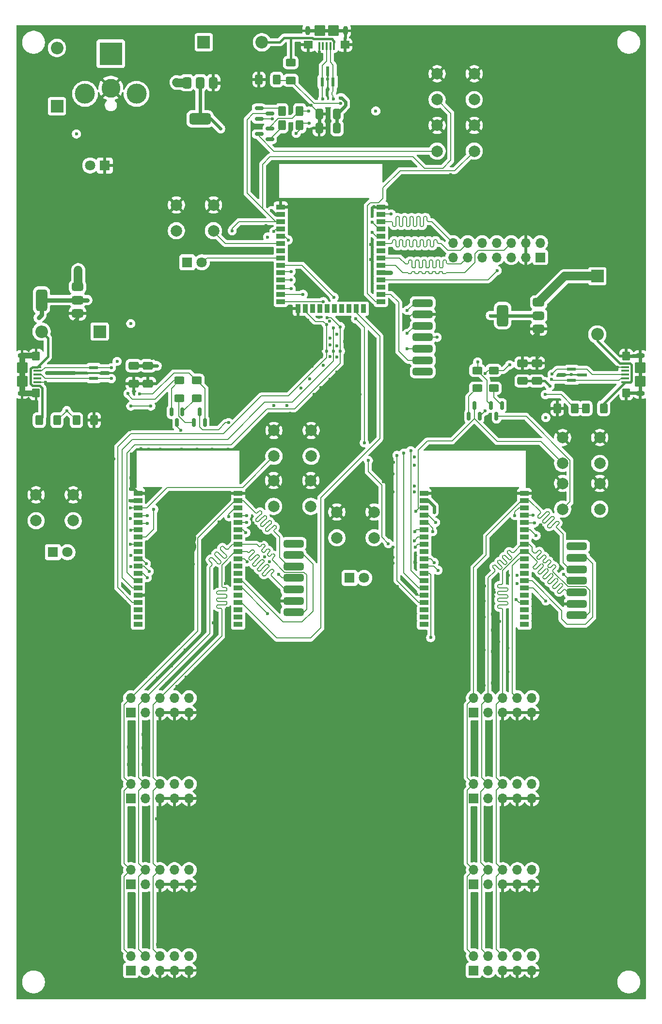
<source format=gtl>
%TF.GenerationSoftware,KiCad,Pcbnew,9.0.0*%
%TF.CreationDate,2025-04-09T12:56:56-04:00*%
%TF.ProjectId,Network_and_Switch,4e657477-6f72-46b5-9f61-6e645f537769,rev?*%
%TF.SameCoordinates,Original*%
%TF.FileFunction,Copper,L1,Top*%
%TF.FilePolarity,Positive*%
%FSLAX46Y46*%
G04 Gerber Fmt 4.6, Leading zero omitted, Abs format (unit mm)*
G04 Created by KiCad (PCBNEW 9.0.0) date 2025-04-09 12:56:56*
%MOMM*%
%LPD*%
G01*
G04 APERTURE LIST*
G04 Aperture macros list*
%AMRoundRect*
0 Rectangle with rounded corners*
0 $1 Rounding radius*
0 $2 $3 $4 $5 $6 $7 $8 $9 X,Y pos of 4 corners*
0 Add a 4 corners polygon primitive as box body*
4,1,4,$2,$3,$4,$5,$6,$7,$8,$9,$2,$3,0*
0 Add four circle primitives for the rounded corners*
1,1,$1+$1,$2,$3*
1,1,$1+$1,$4,$5*
1,1,$1+$1,$6,$7*
1,1,$1+$1,$8,$9*
0 Add four rect primitives between the rounded corners*
20,1,$1+$1,$2,$3,$4,$5,0*
20,1,$1+$1,$4,$5,$6,$7,0*
20,1,$1+$1,$6,$7,$8,$9,0*
20,1,$1+$1,$8,$9,$2,$3,0*%
G04 Aperture macros list end*
%TA.AperFunction,SMDPad,CuDef*%
%ADD10RoundRect,0.375000X-0.375000X0.625000X-0.375000X-0.625000X0.375000X-0.625000X0.375000X0.625000X0*%
%TD*%
%TA.AperFunction,SMDPad,CuDef*%
%ADD11RoundRect,0.500000X-1.400000X0.500000X-1.400000X-0.500000X1.400000X-0.500000X1.400000X0.500000X0*%
%TD*%
%TA.AperFunction,ComponentPad*%
%ADD12C,2.000000*%
%TD*%
%TA.AperFunction,SMDPad,CuDef*%
%ADD13RoundRect,0.250000X-0.625000X0.400000X-0.625000X-0.400000X0.625000X-0.400000X0.625000X0.400000X0*%
%TD*%
%TA.AperFunction,ComponentPad*%
%ADD14R,2.200000X2.200000*%
%TD*%
%TA.AperFunction,ComponentPad*%
%ADD15O,2.200000X2.200000*%
%TD*%
%TA.AperFunction,ComponentPad*%
%ADD16R,1.800000X1.800000*%
%TD*%
%TA.AperFunction,ComponentPad*%
%ADD17C,1.800000*%
%TD*%
%TA.AperFunction,SMDPad,CuDef*%
%ADD18RoundRect,0.250000X0.400000X0.625000X-0.400000X0.625000X-0.400000X-0.625000X0.400000X-0.625000X0*%
%TD*%
%TA.AperFunction,SMDPad,CuDef*%
%ADD19R,1.625600X0.609600*%
%TD*%
%TA.AperFunction,SMDPad,CuDef*%
%ADD20RoundRect,0.150000X0.150000X-0.587500X0.150000X0.587500X-0.150000X0.587500X-0.150000X-0.587500X0*%
%TD*%
%TA.AperFunction,SMDPad,CuDef*%
%ADD21RoundRect,0.250000X0.412500X0.650000X-0.412500X0.650000X-0.412500X-0.650000X0.412500X-0.650000X0*%
%TD*%
%TA.AperFunction,ComponentPad*%
%ADD22R,1.700000X1.700000*%
%TD*%
%TA.AperFunction,ComponentPad*%
%ADD23O,1.700000X1.700000*%
%TD*%
%TA.AperFunction,SMDPad,CuDef*%
%ADD24RoundRect,0.250000X-0.400000X-0.625000X0.400000X-0.625000X0.400000X0.625000X-0.400000X0.625000X0*%
%TD*%
%TA.AperFunction,SMDPad,CuDef*%
%ADD25RoundRect,0.325000X1.425000X-0.325000X1.425000X0.325000X-1.425000X0.325000X-1.425000X-0.325000X0*%
%TD*%
%TA.AperFunction,SMDPad,CuDef*%
%ADD26RoundRect,0.100000X-0.575000X0.100000X-0.575000X-0.100000X0.575000X-0.100000X0.575000X0.100000X0*%
%TD*%
%TA.AperFunction,HeatsinkPad*%
%ADD27O,1.600000X0.900000*%
%TD*%
%TA.AperFunction,SMDPad,CuDef*%
%ADD28RoundRect,0.250000X-0.450000X0.550000X-0.450000X-0.550000X0.450000X-0.550000X0.450000X0.550000X0*%
%TD*%
%TA.AperFunction,SMDPad,CuDef*%
%ADD29RoundRect,0.250000X-0.700000X0.700000X-0.700000X-0.700000X0.700000X-0.700000X0.700000X0.700000X0*%
%TD*%
%TA.AperFunction,SMDPad,CuDef*%
%ADD30R,1.500000X0.900000*%
%TD*%
%TA.AperFunction,SMDPad,CuDef*%
%ADD31R,0.900000X0.900000*%
%TD*%
%TA.AperFunction,SMDPad,CuDef*%
%ADD32RoundRect,0.250000X0.650000X-0.412500X0.650000X0.412500X-0.650000X0.412500X-0.650000X-0.412500X0*%
%TD*%
%TA.AperFunction,SMDPad,CuDef*%
%ADD33RoundRect,0.150000X-0.150000X0.587500X-0.150000X-0.587500X0.150000X-0.587500X0.150000X0.587500X0*%
%TD*%
%TA.AperFunction,SMDPad,CuDef*%
%ADD34RoundRect,0.250000X-0.650000X0.412500X-0.650000X-0.412500X0.650000X-0.412500X0.650000X0.412500X0*%
%TD*%
%TA.AperFunction,SMDPad,CuDef*%
%ADD35RoundRect,0.375000X0.625000X0.375000X-0.625000X0.375000X-0.625000X-0.375000X0.625000X-0.375000X0*%
%TD*%
%TA.AperFunction,SMDPad,CuDef*%
%ADD36RoundRect,0.500000X0.500000X1.400000X-0.500000X1.400000X-0.500000X-1.400000X0.500000X-1.400000X0*%
%TD*%
%TA.AperFunction,SMDPad,CuDef*%
%ADD37RoundRect,0.150000X-0.587500X-0.150000X0.587500X-0.150000X0.587500X0.150000X-0.587500X0.150000X0*%
%TD*%
%TA.AperFunction,SMDPad,CuDef*%
%ADD38RoundRect,0.250000X0.625000X-0.400000X0.625000X0.400000X-0.625000X0.400000X-0.625000X-0.400000X0*%
%TD*%
%TA.AperFunction,SMDPad,CuDef*%
%ADD39RoundRect,0.325000X-1.425000X0.325000X-1.425000X-0.325000X1.425000X-0.325000X1.425000X0.325000X0*%
%TD*%
%TA.AperFunction,SMDPad,CuDef*%
%ADD40RoundRect,0.150000X0.587500X0.150000X-0.587500X0.150000X-0.587500X-0.150000X0.587500X-0.150000X0*%
%TD*%
%TA.AperFunction,SMDPad,CuDef*%
%ADD41RoundRect,0.100000X0.575000X-0.100000X0.575000X0.100000X-0.575000X0.100000X-0.575000X-0.100000X0*%
%TD*%
%TA.AperFunction,SMDPad,CuDef*%
%ADD42RoundRect,0.250000X0.450000X-0.550000X0.450000X0.550000X-0.450000X0.550000X-0.450000X-0.550000X0*%
%TD*%
%TA.AperFunction,SMDPad,CuDef*%
%ADD43RoundRect,0.250000X0.700000X-0.700000X0.700000X0.700000X-0.700000X0.700000X-0.700000X-0.700000X0*%
%TD*%
%TA.AperFunction,ComponentPad*%
%ADD44R,4.000000X4.000000*%
%TD*%
%TA.AperFunction,ComponentPad*%
%ADD45C,3.300000*%
%TD*%
%TA.AperFunction,ComponentPad*%
%ADD46C,3.500000*%
%TD*%
%TA.AperFunction,SMDPad,CuDef*%
%ADD47R,0.900000X1.500000*%
%TD*%
%TA.AperFunction,SMDPad,CuDef*%
%ADD48R,0.609600X1.625600*%
%TD*%
%TA.AperFunction,SMDPad,CuDef*%
%ADD49RoundRect,0.100000X0.100000X0.575000X-0.100000X0.575000X-0.100000X-0.575000X0.100000X-0.575000X0*%
%TD*%
%TA.AperFunction,HeatsinkPad*%
%ADD50O,0.900000X1.600000*%
%TD*%
%TA.AperFunction,SMDPad,CuDef*%
%ADD51RoundRect,0.250000X0.550000X0.450000X-0.550000X0.450000X-0.550000X-0.450000X0.550000X-0.450000X0*%
%TD*%
%TA.AperFunction,SMDPad,CuDef*%
%ADD52RoundRect,0.250000X0.700000X0.700000X-0.700000X0.700000X-0.700000X-0.700000X0.700000X-0.700000X0*%
%TD*%
%TA.AperFunction,ViaPad*%
%ADD53C,0.600000*%
%TD*%
%TA.AperFunction,Conductor*%
%ADD54C,0.200000*%
%TD*%
%TA.AperFunction,Conductor*%
%ADD55C,1.000000*%
%TD*%
%TA.AperFunction,Conductor*%
%ADD56C,3.000000*%
%TD*%
%TA.AperFunction,Conductor*%
%ADD57C,0.600000*%
%TD*%
%TA.AperFunction,Conductor*%
%ADD58C,0.800000*%
%TD*%
%TA.AperFunction,Conductor*%
%ADD59C,1.500000*%
%TD*%
%TA.AperFunction,Conductor*%
%ADD60C,0.400000*%
%TD*%
%TA.AperFunction,Conductor*%
%ADD61C,0.141100*%
%TD*%
%TA.AperFunction,Conductor*%
%ADD62C,0.150000*%
%TD*%
G04 APERTURE END LIST*
D10*
%TO.P,U1,1,GND*%
%TO.N,GND*%
X71400000Y-31062500D03*
%TO.P,U1,2,VO*%
%TO.N,N_VDD33*%
X69100000Y-31062500D03*
D11*
X69100000Y-37362500D03*
D10*
%TO.P,U1,3,VI*%
%TO.N,EXT_5V*%
X66800000Y-31062500D03*
%TD*%
D12*
%TO.P,SW2,1,1*%
%TO.N,GND*%
X110500000Y-38500000D03*
X117000000Y-38500000D03*
%TO.P,SW2,2,2*%
%TO.N,N_IO0*%
X110500000Y-43000000D03*
X117000000Y-43000000D03*
%TD*%
D13*
%TO.P,R11,1*%
%TO.N,S0_DTR*%
X65500000Y-83000000D03*
%TO.P,R11,2*%
%TO.N,Net-(Q3-B)*%
X65500000Y-86100000D03*
%TD*%
%TO.P,R20,1*%
%TO.N,S1_RTS*%
X120384050Y-81275000D03*
%TO.P,R20,2*%
%TO.N,Net-(Q6-B)*%
X120384050Y-84375000D03*
%TD*%
D14*
%TO.P,D6,1,K*%
%TO.N,EXT_5V*%
X138500000Y-64840000D03*
D15*
%TO.P,D6,2,A*%
%TO.N,S1_VBUS*%
X138500000Y-75000000D03*
%TD*%
D12*
%TO.P,SW9,1,1*%
%TO.N,GND*%
X40440000Y-103000000D03*
X46940000Y-103000000D03*
%TO.P,SW9,2,2*%
%TO.N,Net-(S0-GPIO34{slash}ADC1_CH6)*%
X40440000Y-107500000D03*
X46940000Y-107500000D03*
%TD*%
D16*
%TO.P,D7,1,K*%
%TO.N,Net-(D7-K)*%
X43400000Y-113000000D03*
D17*
%TO.P,D7,2,A*%
%TO.N,Net-(D7-A)*%
X45940000Y-113000000D03*
%TD*%
D18*
%TO.P,R4,1*%
%TO.N,N_RTS*%
X86500000Y-38500000D03*
%TO.P,R4,2*%
%TO.N,Net-(Q2-B)*%
X83400000Y-38500000D03*
%TD*%
D14*
%TO.P,D4,1,K*%
%TO.N,EXT_5V*%
X51560000Y-74500000D03*
D15*
%TO.P,D4,2,A*%
%TO.N,S0_VBUS*%
X41400000Y-74500000D03*
%TD*%
D19*
%TO.P,U14,1,1*%
%TO.N,Net-(J2-D+)*%
X134000000Y-81095000D03*
%TO.P,U14,2,2*%
%TO.N,Net-(J2-D-)*%
X134000000Y-83000000D03*
%TO.P,U14,3,3*%
%TO.N,GND*%
X135894050Y-82047500D03*
%TD*%
D18*
%TO.P,R3,1*%
%TO.N,N_DTR*%
X86500000Y-36000000D03*
%TO.P,R3,2*%
%TO.N,Net-(Q1-B)*%
X83400000Y-36000000D03*
%TD*%
D20*
%TO.P,Q5,1,B*%
%TO.N,Net-(Q5-B)*%
X116050000Y-89275000D03*
%TO.P,Q5,2,E*%
%TO.N,S1_RTS*%
X117950000Y-89275000D03*
%TO.P,Q5,3,C*%
%TO.N,S1_EN*%
X117000000Y-87400000D03*
%TD*%
D14*
%TO.P,D2,1,K*%
%TO.N,EXT_5V*%
X69740000Y-24000000D03*
D15*
%TO.P,D2,2,A*%
%TO.N,N_VBUS*%
X79900000Y-24000000D03*
%TD*%
D21*
%TO.P,C8,1*%
%TO.N,N_VDD33*%
X93025000Y-36500000D03*
%TO.P,C8,2*%
%TO.N,GND*%
X89900000Y-36500000D03*
%TD*%
D22*
%TO.P,S0_Comp_0,1,Pin_1*%
%TO.N,EXT_5V*%
X57000000Y-141000000D03*
D23*
%TO.P,S0_Comp_0,2,Pin_2*%
%TO.N,S0_MOSI*%
X57000000Y-138460000D03*
%TO.P,S0_Comp_0,3,Pin_3*%
%TO.N,EXT_5V*%
X59540000Y-141000000D03*
%TO.P,S0_Comp_0,4,Pin_4*%
%TO.N,S0_MISO*%
X59540000Y-138460000D03*
%TO.P,S0_Comp_0,5,Pin_5*%
%TO.N,GND*%
X62080000Y-141000000D03*
%TO.P,S0_Comp_0,6,Pin_6*%
%TO.N,S0_SCLK*%
X62080000Y-138460000D03*
%TO.P,S0_Comp_0,7,Pin_7*%
%TO.N,GND*%
X64620000Y-141000000D03*
%TO.P,S0_Comp_0,8,Pin_8*%
%TO.N,S0_CS_0*%
X64620000Y-138460000D03*
%TO.P,S0_Comp_0,9,Pin_9*%
%TO.N,GND*%
X67160000Y-141000000D03*
%TO.P,S0_Comp_0,10,Pin_10*%
%TO.N,S0_HS_0*%
X67160000Y-138460000D03*
%TD*%
D24*
%TO.P,R22,1*%
%TO.N,GND*%
X131500000Y-87900000D03*
%TO.P,R22,2*%
%TO.N,Net-(U15-VBUS)*%
X134600000Y-87900000D03*
%TD*%
D22*
%TO.P,S1_Comp_2,1,Pin_1*%
%TO.N,EXT_5V*%
X116900000Y-171000000D03*
D23*
%TO.P,S1_Comp_2,2,Pin_2*%
%TO.N,S1_MOSI*%
X116900000Y-168460000D03*
%TO.P,S1_Comp_2,3,Pin_3*%
%TO.N,EXT_5V*%
X119440000Y-171000000D03*
%TO.P,S1_Comp_2,4,Pin_4*%
%TO.N,S1_MISO*%
X119440000Y-168460000D03*
%TO.P,S1_Comp_2,5,Pin_5*%
%TO.N,GND*%
X121980000Y-171000000D03*
%TO.P,S1_Comp_2,6,Pin_6*%
%TO.N,S1_SCLK*%
X121980000Y-168460000D03*
%TO.P,S1_Comp_2,7,Pin_7*%
%TO.N,GND*%
X124520000Y-171000000D03*
%TO.P,S1_Comp_2,8,Pin_8*%
%TO.N,S1_CS_2*%
X124520000Y-168460000D03*
%TO.P,S1_Comp_2,9,Pin_9*%
%TO.N,GND*%
X127060000Y-171000000D03*
%TO.P,S1_Comp_2,10,Pin_10*%
%TO.N,S1_HS_2*%
X127060000Y-168460000D03*
%TD*%
D25*
%TO.P,J7,1,DAT2*%
%TO.N,unconnected-(J7-DAT2-Pad1)*%
X108000000Y-81500000D03*
%TO.P,J7,2,DAT3/CD*%
%TO.N,N_CS_SD*%
X108000000Y-79500000D03*
%TO.P,J7,3,CMD*%
%TO.N,N_MOSI*%
X108000000Y-77500000D03*
%TO.P,J7,4,VDD*%
%TO.N,N_VDD33*%
X108000000Y-75500000D03*
%TO.P,J7,5,CLK*%
%TO.N,N_SCLK*%
X108000000Y-73500000D03*
%TO.P,J7,6,VSS*%
%TO.N,GND*%
X108000000Y-71500000D03*
%TO.P,J7,7,DAT0*%
%TO.N,N_MISO*%
X108000000Y-69500000D03*
%TD*%
D26*
%TO.P,J3,1,VBUS*%
%TO.N,S0_VBUS*%
X40675000Y-80700000D03*
%TO.P,J3,2,D-*%
%TO.N,Net-(J3-D-)*%
X40675000Y-81350000D03*
%TO.P,J3,3,D+*%
%TO.N,Net-(J3-D+)*%
X40675000Y-82000000D03*
%TO.P,J3,4,ID*%
%TO.N,unconnected-(J3-ID-Pad4)*%
X40675000Y-82650000D03*
%TO.P,J3,5,GND*%
%TO.N,GND*%
X40675000Y-83300000D03*
D27*
%TO.P,J3,6,Shield*%
X38000000Y-78700000D03*
D28*
X40450000Y-78800000D03*
D29*
X38000000Y-80800000D03*
X38000000Y-83200000D03*
D28*
X40450000Y-85200000D03*
D27*
X38000000Y-85300000D03*
%TD*%
D12*
%TO.P,SW1,1,1*%
%TO.N,GND*%
X110500000Y-29500000D03*
X117000000Y-29500000D03*
%TO.P,SW1,2,2*%
%TO.N,N_EN*%
X110500000Y-34000000D03*
X117000000Y-34000000D03*
%TD*%
D20*
%TO.P,Q3,1,B*%
%TO.N,Net-(Q3-B)*%
X68050000Y-90400000D03*
%TO.P,Q3,2,E*%
%TO.N,S0_RTS*%
X69950000Y-90400000D03*
%TO.P,Q3,3,C*%
%TO.N,S0_EN*%
X69000000Y-88525000D03*
%TD*%
D24*
%TO.P,R6,1*%
%TO.N,GND*%
X79390000Y-30500000D03*
%TO.P,R6,2*%
%TO.N,Net-(U5-VBUS)*%
X82490000Y-30500000D03*
%TD*%
D18*
%TO.P,R14,1*%
%TO.N,GND*%
X50600000Y-89950000D03*
%TO.P,R14,2*%
%TO.N,Net-(U10-VBUS)*%
X47500000Y-89950000D03*
%TD*%
D22*
%TO.P,S1_Comp_3,1,Pin_1*%
%TO.N,EXT_5V*%
X116900000Y-186000000D03*
D23*
%TO.P,S1_Comp_3,2,Pin_2*%
%TO.N,S1_MOSI*%
X116900000Y-183460000D03*
%TO.P,S1_Comp_3,3,Pin_3*%
%TO.N,EXT_5V*%
X119440000Y-186000000D03*
%TO.P,S1_Comp_3,4,Pin_4*%
%TO.N,S1_MISO*%
X119440000Y-183460000D03*
%TO.P,S1_Comp_3,5,Pin_5*%
%TO.N,GND*%
X121980000Y-186000000D03*
%TO.P,S1_Comp_3,6,Pin_6*%
%TO.N,S1_SCLK*%
X121980000Y-183460000D03*
%TO.P,S1_Comp_3,7,Pin_7*%
%TO.N,GND*%
X124520000Y-186000000D03*
%TO.P,S1_Comp_3,8,Pin_8*%
%TO.N,S1_CS_3*%
X124520000Y-183460000D03*
%TO.P,S1_Comp_3,9,Pin_9*%
%TO.N,GND*%
X127060000Y-186000000D03*
%TO.P,S1_Comp_3,10,Pin_10*%
%TO.N,S1_HS_3*%
X127060000Y-183460000D03*
%TD*%
D30*
%TO.P,S0,1,GND*%
%TO.N,GND*%
X58250000Y-102745000D03*
%TO.P,S0,2,3V3*%
%TO.N,S0_VDD33*%
X58250000Y-104015000D03*
%TO.P,S0,3,EN/CHIP_PU*%
%TO.N,S0_EN*%
X58250000Y-105285000D03*
%TO.P,S0,4,SENSOR_VP/GPIO36/ADC1_CH0*%
%TO.N,S0_HS_0*%
X58250000Y-106555000D03*
%TO.P,S0,5,SENSOR_VN/GPIO39/ADC1_CH3*%
%TO.N,S0_HS_1*%
X58250000Y-107825000D03*
%TO.P,S0,6,GPIO34/ADC1_CH6*%
%TO.N,Net-(S0-GPIO34{slash}ADC1_CH6)*%
X58250000Y-109095000D03*
%TO.P,S0,7,GPIO35/ADC1_CH7*%
%TO.N,N_HS_0*%
X58250000Y-110365000D03*
%TO.P,S0,8,32K_XP/GPIO32/ADC1_CH4*%
%TO.N,Net-(D7-A)*%
X58250000Y-111635000D03*
%TO.P,S0,9,32K_XN/GPIO33/ADC1_CH5*%
%TO.N,unconnected-(S0-32K_XN{slash}GPIO33{slash}ADC1_CH5-Pad9)*%
X58250000Y-112905000D03*
%TO.P,S0,10,DAC_1/ADC2_CH8/GPIO25*%
%TO.N,S0_CS_3*%
X58250000Y-114175000D03*
%TO.P,S0,11,DAC_2/ADC2_CH9/GPIO26*%
%TO.N,S0_HS_2*%
X58250000Y-115445000D03*
%TO.P,S0,12,ADC2_CH7/GPIO27*%
%TO.N,S0_HS_3*%
X58250000Y-116715000D03*
%TO.P,S0,13,MTMS/GPIO14/ADC2_CH6*%
%TO.N,N_SCLK*%
X58250000Y-117985000D03*
%TO.P,S0,14,MTDI/GPIO12/ADC2_CH5*%
%TO.N,N_MISO*%
X58250000Y-119255000D03*
%TO.P,S0,15,GND*%
%TO.N,GND*%
X58250000Y-120525000D03*
%TO.P,S0,16,MTCK/GPIO13/ADC2_CH4*%
%TO.N,N_MOSI*%
X58250000Y-121795000D03*
%TO.P,S0,17*%
%TO.N,N/C*%
X58250000Y-123065000D03*
%TO.P,S0,18*%
X58250000Y-124335000D03*
%TO.P,S0,19*%
X58250000Y-125605000D03*
%TO.P,S0,20*%
X75750000Y-125605000D03*
%TO.P,S0,21*%
X75750000Y-124335000D03*
%TO.P,S0,22*%
X75750000Y-123065000D03*
%TO.P,S0,23,MTDO/GPIO15/ADC2_CH3*%
%TO.N,N_CS_0*%
X75750000Y-121795000D03*
%TO.P,S0,24,ADC2_CH2/GPIO2*%
%TO.N,unconnected-(S0-ADC2_CH2{slash}GPIO2-Pad24)*%
X75750000Y-120525000D03*
%TO.P,S0,25,GPIO0/BOOT/ADC2_CH1*%
%TO.N,S0_IO0*%
X75750000Y-119255000D03*
%TO.P,S0,26,ADC2_CH0/GPIO4*%
%TO.N,S0_CS_SD*%
X75750000Y-117985000D03*
%TO.P,S0,27*%
%TO.N,N/C*%
X75750000Y-116715000D03*
%TO.P,S0,28*%
X75750000Y-115445000D03*
%TO.P,S0,29,GPIO5*%
%TO.N,S0_CS_0*%
X75750000Y-114175000D03*
%TO.P,S0,30,GPIO18*%
%TO.N,S0_SCLK*%
X75750000Y-112905000D03*
%TO.P,S0,31,GPIO19*%
%TO.N,S0_MISO*%
X75750000Y-111635000D03*
%TO.P,S0,32*%
%TO.N,N/C*%
X75750000Y-110365000D03*
%TO.P,S0,33,GPIO21*%
%TO.N,S0_CS_1*%
X75750000Y-109095000D03*
%TO.P,S0,34,U0RXD/GPIO3*%
%TO.N,S0_TX*%
X75750000Y-107825000D03*
%TO.P,S0,35,U0TXD/GPIO1*%
%TO.N,S0_RX*%
X75750000Y-106555000D03*
%TO.P,S0,36,GPIO22*%
%TO.N,S0_CS_2*%
X75750000Y-105285000D03*
%TO.P,S0,37,GPIO23*%
%TO.N,S0_MOSI*%
X75750000Y-104015000D03*
%TO.P,S0,38,GND*%
%TO.N,GND*%
X75750000Y-102745000D03*
D31*
%TO.P,S0,39,GND_THERMAL*%
X64095000Y-109140000D03*
X64100000Y-110540000D03*
X64100000Y-111940000D03*
X65500000Y-109140000D03*
X65500000Y-110540000D03*
X65500000Y-111940000D03*
X66900000Y-109140000D03*
X66900000Y-110540000D03*
X66900000Y-111940000D03*
%TD*%
D19*
%TO.P,U9,1,1*%
%TO.N,Net-(J3-D+)*%
X50500000Y-82700000D03*
%TO.P,U9,2,2*%
%TO.N,Net-(J3-D-)*%
X50500000Y-80795000D03*
%TO.P,U9,3,3*%
%TO.N,GND*%
X48605950Y-81747500D03*
%TD*%
D22*
%TO.P,S1_Comp_0,1,Pin_1*%
%TO.N,EXT_5V*%
X116900000Y-141000000D03*
D23*
%TO.P,S1_Comp_0,2,Pin_2*%
%TO.N,S1_MOSI*%
X116900000Y-138460000D03*
%TO.P,S1_Comp_0,3,Pin_3*%
%TO.N,EXT_5V*%
X119440000Y-141000000D03*
%TO.P,S1_Comp_0,4,Pin_4*%
%TO.N,S1_MISO*%
X119440000Y-138460000D03*
%TO.P,S1_Comp_0,5,Pin_5*%
%TO.N,GND*%
X121980000Y-141000000D03*
%TO.P,S1_Comp_0,6,Pin_6*%
%TO.N,S1_SCLK*%
X121980000Y-138460000D03*
%TO.P,S1_Comp_0,7,Pin_7*%
%TO.N,GND*%
X124520000Y-141000000D03*
%TO.P,S1_Comp_0,8,Pin_8*%
%TO.N,S1_CS_0*%
X124520000Y-138460000D03*
%TO.P,S1_Comp_0,9,Pin_9*%
%TO.N,GND*%
X127060000Y-141000000D03*
%TO.P,S1_Comp_0,10,Pin_10*%
%TO.N,S1_HS_0*%
X127060000Y-138460000D03*
%TD*%
D16*
%TO.P,D8,1,K*%
%TO.N,Net-(D8-K)*%
X66860000Y-62400000D03*
D17*
%TO.P,D8,2,A*%
%TO.N,Net-(D8-A)*%
X69400000Y-62400000D03*
%TD*%
D13*
%TO.P,R12,1*%
%TO.N,S0_RTS*%
X68500000Y-83000000D03*
%TO.P,R12,2*%
%TO.N,Net-(Q4-B)*%
X68500000Y-86100000D03*
%TD*%
D22*
%TO.P,S0_Comp_1,1,Pin_1*%
%TO.N,EXT_5V*%
X57000000Y-156000000D03*
D23*
%TO.P,S0_Comp_1,2,Pin_2*%
%TO.N,S0_MOSI*%
X57000000Y-153460000D03*
%TO.P,S0_Comp_1,3,Pin_3*%
%TO.N,EXT_5V*%
X59540000Y-156000000D03*
%TO.P,S0_Comp_1,4,Pin_4*%
%TO.N,S0_MISO*%
X59540000Y-153460000D03*
%TO.P,S0_Comp_1,5,Pin_5*%
%TO.N,GND*%
X62080000Y-156000000D03*
%TO.P,S0_Comp_1,6,Pin_6*%
%TO.N,S0_SCLK*%
X62080000Y-153460000D03*
%TO.P,S0_Comp_1,7,Pin_7*%
%TO.N,GND*%
X64620000Y-156000000D03*
%TO.P,S0_Comp_1,8,Pin_8*%
%TO.N,S0_CS_1*%
X64620000Y-153460000D03*
%TO.P,S0_Comp_1,9,Pin_9*%
%TO.N,GND*%
X67160000Y-156000000D03*
%TO.P,S0_Comp_1,10,Pin_10*%
%TO.N,S0_HS_1*%
X67160000Y-153460000D03*
%TD*%
D12*
%TO.P,SW10,1,1*%
%TO.N,GND*%
X64950000Y-52400000D03*
X71450000Y-52400000D03*
%TO.P,SW10,2,2*%
%TO.N,Net-(U3-GPIO34{slash}ADC1_CH6)*%
X64950000Y-56900000D03*
X71450000Y-56900000D03*
%TD*%
%TO.P,SW4,1,1*%
%TO.N,GND*%
X81940000Y-100500000D03*
X88440000Y-100500000D03*
%TO.P,SW4,2,2*%
%TO.N,S0_IO0*%
X81940000Y-105000000D03*
X88440000Y-105000000D03*
%TD*%
%TO.P,SW3,1,1*%
%TO.N,GND*%
X82000000Y-91750000D03*
X88500000Y-91750000D03*
%TO.P,SW3,2,2*%
%TO.N,S0_EN*%
X82000000Y-96250000D03*
X88500000Y-96250000D03*
%TD*%
%TO.P,SW5,1,1*%
%TO.N,GND*%
X132440000Y-93000000D03*
X138940000Y-93000000D03*
%TO.P,SW5,2,2*%
%TO.N,S1_EN*%
X132440000Y-97500000D03*
X138940000Y-97500000D03*
%TD*%
D32*
%TO.P,C26,1*%
%TO.N,S1_VDD33*%
X127934050Y-83125000D03*
%TO.P,C26,2*%
%TO.N,GND*%
X127934050Y-80000000D03*
%TD*%
D33*
%TO.P,Q6,1,B*%
%TO.N,Net-(Q6-B)*%
X121834050Y-87400000D03*
%TO.P,Q6,2,E*%
%TO.N,S1_DTR*%
X119934050Y-87400000D03*
%TO.P,Q6,3,C*%
%TO.N,S1_IO0*%
X120884050Y-89275000D03*
%TD*%
D18*
%TO.P,R13,1*%
%TO.N,Net-(U10-VBUS)*%
X44100000Y-89950000D03*
%TO.P,R13,2*%
%TO.N,S0_VBUS*%
X41000000Y-89950000D03*
%TD*%
D14*
%TO.P,D3,1,K*%
%TO.N,EXT_5V*%
X44100000Y-35160000D03*
D15*
%TO.P,D3,2,A*%
%TO.N,Net-(D3-A)*%
X44100000Y-25000000D03*
%TD*%
D22*
%TO.P,S0_Comp_2,1,Pin_1*%
%TO.N,EXT_5V*%
X57000000Y-171000000D03*
D23*
%TO.P,S0_Comp_2,2,Pin_2*%
%TO.N,S0_MOSI*%
X57000000Y-168460000D03*
%TO.P,S0_Comp_2,3,Pin_3*%
%TO.N,EXT_5V*%
X59540000Y-171000000D03*
%TO.P,S0_Comp_2,4,Pin_4*%
%TO.N,S0_MISO*%
X59540000Y-168460000D03*
%TO.P,S0_Comp_2,5,Pin_5*%
%TO.N,GND*%
X62080000Y-171000000D03*
%TO.P,S0_Comp_2,6,Pin_6*%
%TO.N,S0_SCLK*%
X62080000Y-168460000D03*
%TO.P,S0_Comp_2,7,Pin_7*%
%TO.N,GND*%
X64620000Y-171000000D03*
%TO.P,S0_Comp_2,8,Pin_8*%
%TO.N,S0_CS_2*%
X64620000Y-168460000D03*
%TO.P,S0_Comp_2,9,Pin_9*%
%TO.N,GND*%
X67160000Y-171000000D03*
%TO.P,S0_Comp_2,10,Pin_10*%
%TO.N,S0_HS_2*%
X67160000Y-168460000D03*
%TD*%
D13*
%TO.P,R19,1*%
%TO.N,S1_DTR*%
X117500000Y-81275000D03*
%TO.P,R19,2*%
%TO.N,Net-(Q5-B)*%
X117500000Y-84375000D03*
%TD*%
D16*
%TO.P,D1,1,K*%
%TO.N,GND*%
X52440000Y-45500000D03*
D17*
%TO.P,D1,2,A*%
%TO.N,Net-(D1-A)*%
X49900000Y-45500000D03*
%TD*%
D30*
%TO.P,S1,1,GND*%
%TO.N,GND*%
X108250000Y-102745000D03*
%TO.P,S1,2,3V3*%
%TO.N,S1_VDD33*%
X108250000Y-104015000D03*
%TO.P,S1,3,EN/CHIP_PU*%
%TO.N,S1_EN*%
X108250000Y-105285000D03*
%TO.P,S1,4,SENSOR_VP/GPIO36/ADC1_CH0*%
%TO.N,S1_HS_0*%
X108250000Y-106555000D03*
%TO.P,S1,5,SENSOR_VN/GPIO39/ADC1_CH3*%
%TO.N,S1_HS_1*%
X108250000Y-107825000D03*
%TO.P,S1,6,GPIO34/ADC1_CH6*%
%TO.N,Net-(S1-GPIO34{slash}ADC1_CH6)*%
X108250000Y-109095000D03*
%TO.P,S1,7,GPIO35/ADC1_CH7*%
%TO.N,N_HS_1*%
X108250000Y-110365000D03*
%TO.P,S1,8,32K_XP/GPIO32/ADC1_CH4*%
%TO.N,Net-(D10-A)*%
X108250000Y-111635000D03*
%TO.P,S1,9,32K_XN/GPIO33/ADC1_CH5*%
%TO.N,unconnected-(S1-32K_XN{slash}GPIO33{slash}ADC1_CH5-Pad9)*%
X108250000Y-112905000D03*
%TO.P,S1,10,DAC_1/ADC2_CH8/GPIO25*%
%TO.N,S1_CS_3*%
X108250000Y-114175000D03*
%TO.P,S1,11,DAC_2/ADC2_CH9/GPIO26*%
%TO.N,S1_HS_2*%
X108250000Y-115445000D03*
%TO.P,S1,12,ADC2_CH7/GPIO27*%
%TO.N,S1_HS_3*%
X108250000Y-116715000D03*
%TO.P,S1,13,MTMS/GPIO14/ADC2_CH6*%
%TO.N,N_SCLK*%
X108250000Y-117985000D03*
%TO.P,S1,14,MTDI/GPIO12/ADC2_CH5*%
%TO.N,N_MISO*%
X108250000Y-119255000D03*
%TO.P,S1,15,GND*%
%TO.N,GND*%
X108250000Y-120525000D03*
%TO.P,S1,16,MTCK/GPIO13/ADC2_CH4*%
%TO.N,N_MOSI*%
X108250000Y-121795000D03*
%TO.P,S1,17*%
%TO.N,N/C*%
X108250000Y-123065000D03*
%TO.P,S1,18*%
X108250000Y-124335000D03*
%TO.P,S1,19*%
X108250000Y-125605000D03*
%TO.P,S1,20*%
X125750000Y-125605000D03*
%TO.P,S1,21*%
X125750000Y-124335000D03*
%TO.P,S1,22*%
X125750000Y-123065000D03*
%TO.P,S1,23,MTDO/GPIO15/ADC2_CH3*%
%TO.N,N_CS_1*%
X125750000Y-121795000D03*
%TO.P,S1,24,ADC2_CH2/GPIO2*%
%TO.N,unconnected-(S1-ADC2_CH2{slash}GPIO2-Pad24)*%
X125750000Y-120525000D03*
%TO.P,S1,25,GPIO0/BOOT/ADC2_CH1*%
%TO.N,S1_IO0*%
X125750000Y-119255000D03*
%TO.P,S1,26,ADC2_CH0/GPIO4*%
%TO.N,S1_CS_SD*%
X125750000Y-117985000D03*
%TO.P,S1,27*%
%TO.N,N/C*%
X125750000Y-116715000D03*
%TO.P,S1,28*%
X125750000Y-115445000D03*
%TO.P,S1,29,GPIO5*%
%TO.N,S1_CS_0*%
X125750000Y-114175000D03*
%TO.P,S1,30,GPIO18*%
%TO.N,S1_SCLK*%
X125750000Y-112905000D03*
%TO.P,S1,31,GPIO19*%
%TO.N,S1_MISO*%
X125750000Y-111635000D03*
%TO.P,S1,32*%
%TO.N,N/C*%
X125750000Y-110365000D03*
%TO.P,S1,33,GPIO21*%
%TO.N,S1_CS_1*%
X125750000Y-109095000D03*
%TO.P,S1,34,U0RXD/GPIO3*%
%TO.N,S1_TX*%
X125750000Y-107825000D03*
%TO.P,S1,35,U0TXD/GPIO1*%
%TO.N,S1_RX*%
X125750000Y-106555000D03*
%TO.P,S1,36,GPIO22*%
%TO.N,S1_CS_2*%
X125750000Y-105285000D03*
%TO.P,S1,37,GPIO23*%
%TO.N,S1_MOSI*%
X125750000Y-104015000D03*
%TO.P,S1,38,GND*%
%TO.N,GND*%
X125750000Y-102745000D03*
D31*
%TO.P,S1,39,GND_THERMAL*%
X114095000Y-109140000D03*
X114100000Y-110540000D03*
X114100000Y-111940000D03*
X115500000Y-109140000D03*
X115500000Y-110540000D03*
X115500000Y-111940000D03*
X116900000Y-109140000D03*
X116900000Y-110540000D03*
X116900000Y-111940000D03*
%TD*%
D34*
%TO.P,C18,1*%
%TO.N,S0_VDD33*%
X60000000Y-80450000D03*
%TO.P,C18,2*%
%TO.N,GND*%
X60000000Y-83575000D03*
%TD*%
D12*
%TO.P,SW6,1,1*%
%TO.N,GND*%
X132440000Y-101000000D03*
X138940000Y-101000000D03*
%TO.P,SW6,2,2*%
%TO.N,S1_IO0*%
X132440000Y-105500000D03*
X138940000Y-105500000D03*
%TD*%
%TO.P,SW7,1,1*%
%TO.N,GND*%
X93000000Y-106000000D03*
X99500000Y-106000000D03*
%TO.P,SW7,2,2*%
%TO.N,Net-(S1-GPIO34{slash}ADC1_CH6)*%
X93000000Y-110500000D03*
X99500000Y-110500000D03*
%TD*%
D16*
%TO.P,D10,1,K*%
%TO.N,Net-(D10-K)*%
X95230000Y-117500000D03*
D17*
%TO.P,D10,2,A*%
%TO.N,Net-(D10-A)*%
X97770000Y-117500000D03*
%TD*%
D35*
%TO.P,U2,1,GND*%
%TO.N,GND*%
X47700000Y-71300000D03*
%TO.P,U2,2,VO*%
%TO.N,S0_VDD33*%
X47700000Y-69000000D03*
D36*
X41400000Y-69000000D03*
D35*
%TO.P,U2,3,VI*%
%TO.N,EXT_5V*%
X47700000Y-66700000D03*
%TD*%
D37*
%TO.P,Q1,1,B*%
%TO.N,Net-(Q1-B)*%
X79400000Y-35500000D03*
%TO.P,Q1,2,E*%
%TO.N,N_RTS*%
X79400000Y-37400000D03*
%TO.P,Q1,3,C*%
%TO.N,N_EN*%
X81275000Y-36450000D03*
%TD*%
D22*
%TO.P,S1_Comp_1,1,Pin_1*%
%TO.N,EXT_5V*%
X116900000Y-156000000D03*
D23*
%TO.P,S1_Comp_1,2,Pin_2*%
%TO.N,S1_MOSI*%
X116900000Y-153460000D03*
%TO.P,S1_Comp_1,3,Pin_3*%
%TO.N,EXT_5V*%
X119440000Y-156000000D03*
%TO.P,S1_Comp_1,4,Pin_4*%
%TO.N,S1_MISO*%
X119440000Y-153460000D03*
%TO.P,S1_Comp_1,5,Pin_5*%
%TO.N,GND*%
X121980000Y-156000000D03*
%TO.P,S1_Comp_1,6,Pin_6*%
%TO.N,S1_SCLK*%
X121980000Y-153460000D03*
%TO.P,S1_Comp_1,7,Pin_7*%
%TO.N,GND*%
X124520000Y-156000000D03*
%TO.P,S1_Comp_1,8,Pin_8*%
%TO.N,S1_CS_1*%
X124520000Y-153460000D03*
%TO.P,S1_Comp_1,9,Pin_9*%
%TO.N,GND*%
X127060000Y-156000000D03*
%TO.P,S1_Comp_1,10,Pin_10*%
%TO.N,S1_HS_1*%
X127060000Y-153460000D03*
%TD*%
D38*
%TO.P,R5,1*%
%TO.N,Net-(U5-VBUS)*%
X84940000Y-30647500D03*
%TO.P,R5,2*%
%TO.N,N_VBUS*%
X84940000Y-27547500D03*
%TD*%
D39*
%TO.P,J8,1,DAT2*%
%TO.N,unconnected-(J8-DAT2-Pad1)*%
X85440000Y-111500000D03*
%TO.P,J8,2,DAT3/CD*%
%TO.N,S0_CS_SD*%
X85440000Y-113500000D03*
%TO.P,J8,3,CMD*%
%TO.N,S0_MOSI*%
X85440000Y-115500000D03*
%TO.P,J8,4,VDD*%
%TO.N,S0_VDD33*%
X85440000Y-117500000D03*
%TO.P,J8,5,CLK*%
%TO.N,S0_SCLK*%
X85440000Y-119500000D03*
%TO.P,J8,6,VSS*%
%TO.N,GND*%
X85440000Y-121500000D03*
%TO.P,J8,7,DAT0*%
%TO.N,S0_MISO*%
X85440000Y-123500000D03*
%TD*%
D24*
%TO.P,R21,1*%
%TO.N,Net-(U15-VBUS)*%
X136500000Y-87900000D03*
%TO.P,R21,2*%
%TO.N,S1_VBUS*%
X139600000Y-87900000D03*
%TD*%
D21*
%TO.P,C9,1*%
%TO.N,N_VDD33*%
X93025000Y-39000000D03*
%TO.P,C9,2*%
%TO.N,GND*%
X89900000Y-39000000D03*
%TD*%
D34*
%TO.P,C17,1*%
%TO.N,S0_VDD33*%
X57500000Y-80450000D03*
%TO.P,C17,2*%
%TO.N,GND*%
X57500000Y-83575000D03*
%TD*%
D40*
%TO.P,Q2,1,B*%
%TO.N,Net-(Q2-B)*%
X81275000Y-40950000D03*
%TO.P,Q2,2,E*%
%TO.N,N_DTR*%
X81275000Y-39050000D03*
%TO.P,Q2,3,C*%
%TO.N,N_IO0*%
X79400000Y-40000000D03*
%TD*%
D41*
%TO.P,J2,1,VBUS*%
%TO.N,S1_VBUS*%
X143325000Y-83300000D03*
%TO.P,J2,2,D-*%
%TO.N,Net-(J2-D-)*%
X143325000Y-82650000D03*
%TO.P,J2,3,D+*%
%TO.N,Net-(J2-D+)*%
X143325000Y-82000000D03*
%TO.P,J2,4,ID*%
%TO.N,unconnected-(J2-ID-Pad4)*%
X143325000Y-81350000D03*
%TO.P,J2,5,GND*%
%TO.N,GND*%
X143325000Y-80700000D03*
D27*
%TO.P,J2,6,Shield*%
X146000000Y-85300000D03*
D42*
X143550000Y-85200000D03*
D43*
X146000000Y-83200000D03*
X146000000Y-80800000D03*
D42*
X143550000Y-78800000D03*
D27*
X146000000Y-78700000D03*
%TD*%
D44*
%TO.P,J5,1*%
%TO.N,Net-(D3-A)*%
X53500000Y-26000000D03*
D45*
%TO.P,J5,2*%
%TO.N,GND*%
X53500000Y-32000000D03*
D46*
%TO.P,J5,MP*%
%TO.N,N/C*%
X49000000Y-33000000D03*
X58000000Y-33000000D03*
%TD*%
D32*
%TO.P,C27,1*%
%TO.N,S1_VDD33*%
X125434050Y-83125000D03*
%TO.P,C27,2*%
%TO.N,GND*%
X125434050Y-80000000D03*
%TD*%
D30*
%TO.P,U3,1,GND*%
%TO.N,GND*%
X83200000Y-52750000D03*
%TO.P,U3,2,3V3*%
%TO.N,N_VDD33*%
X83200000Y-54020000D03*
%TO.P,U3,3,EN/CHIP_PU*%
%TO.N,N_EN*%
X83200000Y-55290000D03*
%TO.P,U3,4,SENSOR_VP/GPIO36/ADC1_CH0*%
%TO.N,N_HS_0*%
X83200000Y-56560000D03*
%TO.P,U3,5,SENSOR_VN/GPIO39/ADC1_CH3*%
%TO.N,N_HS_1*%
X83200000Y-57830000D03*
%TO.P,U3,6,GPIO34/ADC1_CH6*%
%TO.N,Net-(U3-GPIO34{slash}ADC1_CH6)*%
X83200000Y-59100000D03*
%TO.P,U3,7,GPIO35/ADC1_CH7*%
%TO.N,unconnected-(U3-GPIO35{slash}ADC1_CH7-Pad7)*%
X83200000Y-60370000D03*
%TO.P,U3,8,32K_XP/GPIO32/ADC1_CH4*%
%TO.N,Net-(D8-A)*%
X83200000Y-61640000D03*
%TO.P,U3,9,32K_XN/GPIO33/ADC1_CH5*%
%TO.N,N_CS_1*%
X83200000Y-62910000D03*
%TO.P,U3,10,DAC_1/ADC2_CH8/GPIO25*%
%TO.N,RX0*%
X83200000Y-64180000D03*
%TO.P,U3,11,DAC_2/ADC2_CH9/GPIO26*%
%TO.N,RX1*%
X83200000Y-65450000D03*
%TO.P,U3,12,ADC2_CH7/GPIO27*%
%TO.N,CRS*%
X83200000Y-66720000D03*
%TO.P,U3,13,MTMS/GPIO14/ADC2_CH6*%
%TO.N,N_SCLK*%
X83200000Y-67990000D03*
%TO.P,U3,14,MTDI/GPIO12/ADC2_CH5*%
%TO.N,N_MISO*%
X83200000Y-69260000D03*
D47*
%TO.P,U3,15,GND*%
%TO.N,GND*%
X86230000Y-70510000D03*
%TO.P,U3,16,MTCK/GPIO13/ADC2_CH4*%
%TO.N,N_MOSI*%
X87500000Y-70510000D03*
%TO.P,U3,17*%
%TO.N,N/C*%
X88770000Y-70510000D03*
%TO.P,U3,18*%
X90040000Y-70510000D03*
%TO.P,U3,19*%
X91310000Y-70510000D03*
%TO.P,U3,20*%
X92580000Y-70510000D03*
%TO.P,U3,21*%
X93850000Y-70510000D03*
%TO.P,U3,22*%
X95120000Y-70510000D03*
%TO.P,U3,23,MTDO/GPIO15/ADC2_CH3*%
%TO.N,N_CS_0*%
X96390000Y-70510000D03*
%TO.P,U3,24,ADC2_CH2/GPIO2*%
%TO.N,unconnected-(U3-ADC2_CH2{slash}GPIO2-Pad24)*%
X97660000Y-70510000D03*
D30*
%TO.P,U3,25,GPIO0/BOOT/ADC2_CH1*%
%TO.N,N_IO0*%
X100700000Y-69260000D03*
%TO.P,U3,26,ADC2_CH0/GPIO4*%
%TO.N,N_CS_SD*%
X100700000Y-67990000D03*
%TO.P,U3,27,GPIO16*%
%TO.N,unconnected-(U3-GPIO16-Pad27)*%
X100700000Y-66720000D03*
%TO.P,U3,28,GPIO17*%
%TO.N,RXCLK*%
X100700000Y-65450000D03*
%TO.P,U3,29,GPIO5*%
%TO.N,PHY_POWER*%
X100700000Y-64180000D03*
%TO.P,U3,30,GPIO18*%
%TO.N,MDIO*%
X100700000Y-62910000D03*
%TO.P,U3,31,GPIO19*%
%TO.N,TX0*%
X100700000Y-61640000D03*
%TO.P,U3,32*%
%TO.N,N/C*%
X100700000Y-60370000D03*
%TO.P,U3,33,GPIO21*%
%TO.N,TX_EN*%
X100700000Y-59100000D03*
%TO.P,U3,34,U0RXD/GPIO3*%
%TO.N,N_TX*%
X100700000Y-57830000D03*
%TO.P,U3,35,U0TXD/GPIO1*%
%TO.N,N_RX*%
X100700000Y-56560000D03*
%TO.P,U3,36,GPIO22*%
%TO.N,TX1*%
X100700000Y-55290000D03*
%TO.P,U3,37,GPIO23*%
%TO.N,MDC*%
X100700000Y-54020000D03*
%TO.P,U3,38,GND*%
%TO.N,GND*%
X100700000Y-52750000D03*
D31*
%TO.P,U3,39,GND_THERMAL*%
X89050000Y-59070000D03*
X89050000Y-59070000D03*
X89050000Y-60470000D03*
X89050000Y-61870000D03*
X89050000Y-61870000D03*
X90450000Y-59070000D03*
X90450000Y-60470000D03*
X90450000Y-61870000D03*
X90450000Y-61870000D03*
X91850000Y-59070000D03*
X91850000Y-60470000D03*
X91850000Y-61870000D03*
%TD*%
D48*
%TO.P,U4,1,1*%
%TO.N,Net-(J1-D+)*%
X90447500Y-30894050D03*
%TO.P,U4,2,2*%
%TO.N,Net-(J1-D-)*%
X92352500Y-30894050D03*
%TO.P,U4,3,3*%
%TO.N,GND*%
X91400000Y-29000000D03*
%TD*%
D33*
%TO.P,Q4,1,B*%
%TO.N,Net-(Q4-B)*%
X66000000Y-88525000D03*
%TO.P,Q4,2,E*%
%TO.N,S0_DTR*%
X64100000Y-88525000D03*
%TO.P,Q4,3,C*%
%TO.N,S0_IO0*%
X65050000Y-90400000D03*
%TD*%
D49*
%TO.P,J1,1,VBUS*%
%TO.N,N_VBUS*%
X92500000Y-24675000D03*
%TO.P,J1,2,D-*%
%TO.N,Net-(J1-D-)*%
X91850000Y-24675000D03*
%TO.P,J1,3,D+*%
%TO.N,Net-(J1-D+)*%
X91200000Y-24675000D03*
%TO.P,J1,4,ID*%
%TO.N,unconnected-(J1-ID-Pad4)*%
X90550000Y-24675000D03*
%TO.P,J1,5,GND*%
%TO.N,GND*%
X89900000Y-24675000D03*
D50*
%TO.P,J1,6,Shield*%
X94500000Y-22000000D03*
D51*
X94400000Y-24450000D03*
D52*
X92400000Y-22000000D03*
X90000000Y-22000000D03*
D51*
X88000000Y-24450000D03*
D50*
X87900000Y-22000000D03*
%TD*%
D39*
%TO.P,J6,1,DAT2*%
%TO.N,unconnected-(J6-DAT2-Pad1)*%
X134940000Y-112000000D03*
%TO.P,J6,2,DAT3/CD*%
%TO.N,S1_CS_SD*%
X134940000Y-114000000D03*
%TO.P,J6,3,CMD*%
%TO.N,S1_MOSI*%
X134940000Y-116000000D03*
%TO.P,J6,4,VDD*%
%TO.N,S1_VDD33*%
X134940000Y-118000000D03*
%TO.P,J6,5,CLK*%
%TO.N,S1_SCLK*%
X134940000Y-120000000D03*
%TO.P,J6,6,VSS*%
%TO.N,GND*%
X134940000Y-122000000D03*
%TO.P,J6,7,DAT0*%
%TO.N,S1_MISO*%
X134940000Y-124000000D03*
%TD*%
D22*
%TO.P,S0_Comp_3,1,Pin_1*%
%TO.N,EXT_5V*%
X57000000Y-186000000D03*
D23*
%TO.P,S0_Comp_3,2,Pin_2*%
%TO.N,S0_MOSI*%
X57000000Y-183460000D03*
%TO.P,S0_Comp_3,3,Pin_3*%
%TO.N,EXT_5V*%
X59540000Y-186000000D03*
%TO.P,S0_Comp_3,4,Pin_4*%
%TO.N,S0_MISO*%
X59540000Y-183460000D03*
%TO.P,S0_Comp_3,5,Pin_5*%
%TO.N,GND*%
X62080000Y-186000000D03*
%TO.P,S0_Comp_3,6,Pin_6*%
%TO.N,S0_SCLK*%
X62080000Y-183460000D03*
%TO.P,S0_Comp_3,7,Pin_7*%
%TO.N,GND*%
X64620000Y-186000000D03*
%TO.P,S0_Comp_3,8,Pin_8*%
%TO.N,S0_CS_3*%
X64620000Y-183460000D03*
%TO.P,S0_Comp_3,9,Pin_9*%
%TO.N,GND*%
X67160000Y-186000000D03*
%TO.P,S0_Comp_3,10,Pin_10*%
%TO.N,S0_HS_3*%
X67160000Y-183460000D03*
%TD*%
D35*
%TO.P,U6,1,GND*%
%TO.N,GND*%
X128240000Y-74000000D03*
%TO.P,U6,2,VO*%
%TO.N,S1_VDD33*%
X128240000Y-71700000D03*
D36*
X121940000Y-71700000D03*
D35*
%TO.P,U6,3,VI*%
%TO.N,EXT_5V*%
X128240000Y-69400000D03*
%TD*%
D22*
%TO.P,J4,1,Pin_1*%
%TO.N,N_VDD33*%
X128540000Y-61540000D03*
D23*
%TO.P,J4,2,Pin_2*%
X128540000Y-59000000D03*
%TO.P,J4,3,Pin_3*%
%TO.N,GND*%
X126000000Y-61540000D03*
%TO.P,J4,4,Pin_4*%
X126000000Y-59000000D03*
%TO.P,J4,5,Pin_5*%
%TO.N,MDC*%
X123460000Y-61540000D03*
%TO.P,J4,6,Pin_6*%
%TO.N,MDIO*%
X123460000Y-59000000D03*
%TO.P,J4,7,Pin_7*%
%TO.N,CRS*%
X120920000Y-61540000D03*
%TO.P,J4,8,Pin_8*%
%TO.N,RXCLK*%
X120920000Y-59000000D03*
%TO.P,J4,9,Pin_9*%
%TO.N,RX1*%
X118380000Y-61540000D03*
%TO.P,J4,10,Pin_10*%
%TO.N,RX0*%
X118380000Y-59000000D03*
%TO.P,J4,11,Pin_11*%
%TO.N,TX0*%
X115840000Y-61540000D03*
%TO.P,J4,12,Pin_12*%
%TO.N,TX_EN*%
X115840000Y-59000000D03*
%TO.P,J4,13,Pin_13*%
%TO.N,PHY_POWER*%
X113300000Y-61540000D03*
%TO.P,J4,14,Pin_14*%
%TO.N,TX1*%
X113300000Y-59000000D03*
%TD*%
D53*
%TO.N,GND*%
X142700000Y-134000000D03*
X84600000Y-155600000D03*
X90900000Y-174300000D03*
X59400000Y-159150000D03*
X69700000Y-79300000D03*
X88000000Y-176900000D03*
X99350000Y-78800000D03*
X136500000Y-181200000D03*
X41400000Y-164100000D03*
X68200000Y-162200000D03*
X145500000Y-104900000D03*
X63200000Y-117800000D03*
X133200000Y-31700000D03*
X100000000Y-119800000D03*
X66700000Y-73700000D03*
X84700000Y-171300000D03*
X99150000Y-76850000D03*
X101100000Y-100700000D03*
X130100000Y-31600000D03*
X65100000Y-180300000D03*
X56400000Y-119650000D03*
X108100000Y-155900000D03*
X133100000Y-37400000D03*
X100000000Y-127500000D03*
X136400000Y-189800000D03*
X74200000Y-66900000D03*
X127000000Y-49000000D03*
X94200000Y-143700000D03*
X111800000Y-111900000D03*
X122800000Y-136100000D03*
X145700000Y-133900000D03*
X84800000Y-182500000D03*
X53900000Y-98750000D03*
X145700000Y-145400000D03*
X81400000Y-50500000D03*
X71850000Y-127050000D03*
X130300000Y-88000000D03*
X107400000Y-24200000D03*
X108200000Y-143800000D03*
X111400000Y-160000000D03*
X122100000Y-148000000D03*
X111600000Y-152500000D03*
X84900000Y-176800000D03*
X112850000Y-113250000D03*
X116900000Y-177800000D03*
X87600000Y-26800000D03*
X96400000Y-55000000D03*
X90250000Y-78900000D03*
X142400000Y-34400000D03*
X118700000Y-121500000D03*
X90900000Y-159300000D03*
X145400000Y-96300000D03*
X75700000Y-27700000D03*
X59400000Y-180800000D03*
X85550000Y-80900000D03*
X117700000Y-122600000D03*
X60400000Y-112400000D03*
X56400000Y-57200000D03*
X121300000Y-128600000D03*
X89900000Y-25700000D03*
X103650000Y-92150000D03*
X99900000Y-168600000D03*
X103400000Y-126400000D03*
X133700000Y-163200000D03*
X97400000Y-138000000D03*
X41400000Y-167300000D03*
X107500000Y-53100000D03*
X108100000Y-152900000D03*
X133700000Y-166200000D03*
X62050000Y-147150000D03*
X115500000Y-135400000D03*
X99500000Y-52700000D03*
X84800000Y-168600000D03*
X109600000Y-57200000D03*
X81400000Y-149800000D03*
X105100000Y-150300000D03*
X139200000Y-51600000D03*
X121200000Y-103100000D03*
X60450000Y-113650000D03*
X94200000Y-146700000D03*
X69700000Y-123000000D03*
X100200000Y-129300000D03*
X117100000Y-146300000D03*
X122500000Y-108500000D03*
X97500000Y-135000000D03*
X132400000Y-121600000D03*
X142400000Y-166400000D03*
X91400000Y-64900000D03*
X108000000Y-161800000D03*
X53900000Y-54300000D03*
X122800000Y-131600000D03*
X66950000Y-126900000D03*
X58000000Y-136250000D03*
X61500000Y-32800000D03*
X104400000Y-24300000D03*
X66900000Y-113400000D03*
X44700000Y-155300000D03*
X120500000Y-120000000D03*
X99900000Y-164900000D03*
X107000000Y-120300000D03*
X74000000Y-124800000D03*
X139500000Y-151200000D03*
X78800000Y-132200000D03*
X128500000Y-95305000D03*
X101200000Y-22100000D03*
X92300000Y-123700000D03*
X124300000Y-161300000D03*
X139400000Y-175800000D03*
X81400000Y-152400000D03*
X93900000Y-156000000D03*
X108000000Y-57300000D03*
X62050000Y-150150000D03*
X145700000Y-148600000D03*
X91000000Y-182500000D03*
X137100000Y-151200000D03*
X137100000Y-136900000D03*
X134100000Y-148600000D03*
X126900000Y-31300000D03*
X96900000Y-159300000D03*
X62700000Y-40100000D03*
X95000000Y-100100000D03*
X126000000Y-164900000D03*
X118200000Y-103100000D03*
X59400000Y-174100000D03*
X85500000Y-73900000D03*
X108000000Y-159200000D03*
X145700000Y-136900000D03*
X86950000Y-81950000D03*
X62600000Y-48700000D03*
X65700000Y-69500000D03*
X104100000Y-57400000D03*
X75300000Y-168600000D03*
X136300000Y-43400000D03*
X78500000Y-177000000D03*
X133400000Y-186900000D03*
X117000000Y-148100000D03*
X75300000Y-179600000D03*
X91100000Y-95000000D03*
X106400000Y-129300000D03*
X78100000Y-30600000D03*
X122200000Y-160900000D03*
X133000000Y-59300000D03*
X96800000Y-74200000D03*
X120800000Y-22700000D03*
X84700000Y-161900000D03*
X133000000Y-62300000D03*
X142400000Y-181600000D03*
X75400000Y-159400000D03*
X130200000Y-126500000D03*
X142600000Y-88600000D03*
X101200000Y-27200000D03*
X87100000Y-88050000D03*
X47500000Y-170000000D03*
X91400000Y-30400000D03*
X95400000Y-75150000D03*
X44800000Y-45000000D03*
X78300000Y-146800000D03*
X45100000Y-123000000D03*
X62600000Y-51600000D03*
X87400000Y-28900000D03*
X68800000Y-43100000D03*
X130000000Y-49000000D03*
X66600000Y-25100000D03*
X47800000Y-149600000D03*
X141200000Y-111000000D03*
X145500000Y-163100000D03*
X111400000Y-162700000D03*
X93700000Y-174200000D03*
X62600000Y-54200000D03*
X142600000Y-154300000D03*
X50900000Y-54400000D03*
X126900000Y-36900000D03*
X119600000Y-150000000D03*
X78400000Y-152500000D03*
X94300000Y-137900000D03*
X94550000Y-74250000D03*
X98000000Y-100100000D03*
X83500000Y-80500000D03*
X56400000Y-48700000D03*
X81500000Y-179600000D03*
X46400000Y-73400000D03*
X61850000Y-165600000D03*
X112800000Y-49800000D03*
X90900000Y-164900000D03*
X56700000Y-174150000D03*
X133200000Y-40600000D03*
X145400000Y-169000000D03*
X74800000Y-85400000D03*
X105300000Y-135100000D03*
X61950000Y-176600000D03*
X139300000Y-166300000D03*
X96800000Y-75600000D03*
X66400000Y-103700000D03*
X139600000Y-139700000D03*
X104900000Y-168600000D03*
X93400000Y-179400000D03*
X78300000Y-107900000D03*
X142700000Y-131300000D03*
X130900000Y-136900000D03*
X56850000Y-162500000D03*
X100150000Y-113400000D03*
X96900000Y-168600000D03*
X123900000Y-148200000D03*
X94450000Y-83000000D03*
X84250000Y-87400000D03*
X81900000Y-70500000D03*
X81300000Y-27000000D03*
X145500000Y-181500000D03*
X38000000Y-87100000D03*
X108200000Y-141200000D03*
X136200000Y-37300000D03*
X126900000Y-43100000D03*
X142500000Y-107600000D03*
X130900000Y-154200000D03*
X87400000Y-41600000D03*
X65050000Y-136450000D03*
X84700000Y-137800000D03*
X59650000Y-134700000D03*
X84700000Y-143700000D03*
X134000000Y-137000000D03*
X84200000Y-41500000D03*
X87900000Y-132200000D03*
X145700000Y-142400000D03*
X104400000Y-50000000D03*
X71650000Y-118350000D03*
X75300000Y-137700000D03*
X125800000Y-135600000D03*
X53900000Y-57300000D03*
X56950000Y-107150000D03*
X59600000Y-43100000D03*
X102800000Y-113900000D03*
X110500000Y-89100000D03*
X99900000Y-159300000D03*
X68200000Y-159500000D03*
X130500000Y-168800000D03*
X87800000Y-165000000D03*
X59250000Y-179000000D03*
X98650000Y-92300000D03*
X49600000Y-93900000D03*
X75200000Y-171300000D03*
X104200000Y-35500000D03*
X131000000Y-139900000D03*
X71650000Y-116500000D03*
X99550000Y-88050000D03*
X93000000Y-75000000D03*
X111600000Y-148300000D03*
X43750000Y-86700000D03*
X84300000Y-73350000D03*
X96400000Y-52400000D03*
X134000000Y-154300000D03*
X60100000Y-95000000D03*
X44700000Y-54200000D03*
X38700000Y-42300000D03*
X145400000Y-34300000D03*
X115500000Y-127800000D03*
X62700000Y-37500000D03*
X38600000Y-48000000D03*
X142500000Y-101700000D03*
X41700000Y-140300000D03*
X134100000Y-131300000D03*
X91800000Y-75650000D03*
X44800000Y-48000000D03*
X91800000Y-82800000D03*
X71300000Y-180300000D03*
X56700000Y-180600000D03*
X80400000Y-113800000D03*
X119917863Y-111480797D03*
X47500000Y-178500000D03*
X90050000Y-68000000D03*
X144200000Y-111000000D03*
X117900000Y-93400000D03*
X123800000Y-37000000D03*
X95900000Y-59300000D03*
X119000000Y-49800000D03*
X56500000Y-43000000D03*
X115500000Y-107400000D03*
X65350000Y-128950000D03*
X117700000Y-119900000D03*
X107300000Y-29800000D03*
X81950000Y-87400000D03*
X81400000Y-168700000D03*
X90400000Y-77500000D03*
X142400000Y-163200000D03*
X118500000Y-133400000D03*
X91000000Y-179500000D03*
X119337306Y-162494553D03*
X44700000Y-146100000D03*
X90900000Y-132200000D03*
X112200000Y-108050000D03*
X92200000Y-126400000D03*
X44800000Y-137100000D03*
X88000000Y-179600000D03*
X54400000Y-65500000D03*
X101800000Y-164800000D03*
X41400000Y-175800000D03*
X133100000Y-28700000D03*
X141300000Y-119800000D03*
X139300000Y-178500000D03*
X91100000Y-97700000D03*
X122100000Y-145900000D03*
X67350000Y-124900000D03*
X63200000Y-122500000D03*
X79800000Y-111000000D03*
X100100000Y-150400000D03*
X125600000Y-180600000D03*
X144300000Y-122700000D03*
X106400000Y-123700000D03*
X139500000Y-142400000D03*
X136200000Y-34300000D03*
X74400000Y-87700000D03*
X142500000Y-178600000D03*
X102100000Y-138000000D03*
X122800000Y-125700000D03*
X99900000Y-38500000D03*
X95400000Y-123800000D03*
X75400000Y-132000000D03*
X123000000Y-63900000D03*
X93700000Y-164900000D03*
X124029149Y-164980409D03*
X61600000Y-132600000D03*
X71300000Y-174700000D03*
X65500000Y-126000000D03*
X68600000Y-95000000D03*
X129800000Y-97500000D03*
X136200000Y-28600000D03*
X91600000Y-85300000D03*
X119000000Y-47200000D03*
X122800000Y-127600000D03*
X115600000Y-119800000D03*
X57000000Y-100050000D03*
X77200000Y-66900000D03*
X54500000Y-62500000D03*
X96400000Y-41500000D03*
X122100000Y-165100000D03*
X50900000Y-51700000D03*
X51300000Y-65400000D03*
X145500000Y-175900000D03*
X126800000Y-148100000D03*
X87900000Y-168700000D03*
X145400000Y-31700000D03*
X75300000Y-149700000D03*
X75700000Y-33900000D03*
X50800000Y-57400000D03*
X139500000Y-145400000D03*
X122100000Y-176100000D03*
X91800000Y-76850000D03*
X107300000Y-32400000D03*
X145400000Y-93700000D03*
X130000000Y-51600000D03*
X102000000Y-143800000D03*
X59350000Y-165550000D03*
X47700000Y-57300000D03*
X136800000Y-157500000D03*
X101900000Y-155900000D03*
X122800000Y-123500000D03*
X90800000Y-152600000D03*
X142000000Y-80700000D03*
X115600000Y-93700000D03*
X131000000Y-148500000D03*
X117000000Y-150100000D03*
X111600000Y-146400000D03*
X142400000Y-96400000D03*
X49100000Y-38000000D03*
X136700000Y-166200000D03*
X130000000Y-37300000D03*
X143634708Y-62205543D03*
X72900000Y-31100000D03*
X94400000Y-78650000D03*
X41600000Y-152200000D03*
X145500000Y-101600000D03*
X96000000Y-84450000D03*
X49600000Y-99500000D03*
X90200000Y-73800000D03*
X130300000Y-178200000D03*
X100900000Y-94450000D03*
X113500000Y-89000000D03*
X110900000Y-60800000D03*
X81500000Y-137700000D03*
X43900000Y-84800000D03*
X91825000Y-78850000D03*
X80900000Y-118400000D03*
X143700000Y-59300000D03*
X87900000Y-141100000D03*
X54350000Y-93500000D03*
X113600000Y-180500000D03*
X44500000Y-164200000D03*
X71566340Y-27709115D03*
X126900000Y-163000000D03*
X87900000Y-182600000D03*
X79100000Y-75100000D03*
X95000000Y-102800000D03*
X64500000Y-125000000D03*
X121993564Y-112015447D03*
X88700000Y-76100000D03*
X74500000Y-80350000D03*
X97300000Y-146800000D03*
X91000000Y-176900000D03*
X128600000Y-108200000D03*
X97000000Y-156100000D03*
X130500000Y-171800000D03*
X142700000Y-139800000D03*
X117000000Y-92200000D03*
X81218335Y-114656575D03*
X42100000Y-83300000D03*
X62600000Y-45700000D03*
X77600000Y-83450000D03*
X104900000Y-179400000D03*
X115500000Y-130400000D03*
X93400000Y-52400000D03*
X51900000Y-89900000D03*
X130600000Y-166100000D03*
X120700000Y-28400000D03*
X116000000Y-47200000D03*
X40800000Y-99200000D03*
X97400000Y-141100000D03*
X78400000Y-171400000D03*
X51300000Y-62400000D03*
X139200000Y-34300000D03*
X84700000Y-146700000D03*
X59350000Y-162600000D03*
X112400000Y-122100000D03*
X126000000Y-63900000D03*
X44500000Y-178600000D03*
X66200000Y-115100000D03*
X65700000Y-43000000D03*
X57500000Y-59800000D03*
X57500000Y-62400000D03*
X74200000Y-69600000D03*
X62100000Y-144750000D03*
X41900000Y-125600000D03*
X98000000Y-102700000D03*
X109700000Y-102700000D03*
X145400000Y-166400000D03*
X92600000Y-113900000D03*
X41600000Y-146000000D03*
X130000000Y-25600000D03*
X117000000Y-164900000D03*
X66600000Y-22500000D03*
X50900000Y-100900000D03*
X56400000Y-45700000D03*
X126900000Y-54700000D03*
X44800000Y-152300000D03*
X89900000Y-72000000D03*
X136100000Y-62400000D03*
X120200000Y-123800000D03*
X117700000Y-131800000D03*
X105200000Y-143900000D03*
X74600000Y-77650000D03*
X142400000Y-31700000D03*
X63950000Y-130250000D03*
X78700000Y-42700000D03*
X119400000Y-147900000D03*
X61650000Y-181500000D03*
X87800000Y-174400000D03*
X90625001Y-80388172D03*
X78700000Y-116900000D03*
X66200000Y-117700000D03*
X56650000Y-159200000D03*
X96900000Y-162000000D03*
X139200000Y-37300000D03*
X67400000Y-131850000D03*
X44700000Y-51600000D03*
X130200000Y-189800000D03*
X141300000Y-117100000D03*
X104900000Y-176700000D03*
X71900000Y-64500000D03*
X60450000Y-111050000D03*
X122100000Y-144300000D03*
X134100000Y-142700000D03*
X88700000Y-80550000D03*
X111400000Y-167500000D03*
X87800000Y-150000000D03*
X69550000Y-127050000D03*
X137100000Y-142600000D03*
X78600000Y-45100000D03*
X123000000Y-117000000D03*
X124000000Y-178900000D03*
X43900000Y-94000000D03*
X99800000Y-41500000D03*
X144300000Y-117100000D03*
X124000000Y-111000000D03*
X96500000Y-182500000D03*
X139600000Y-148500000D03*
X40450000Y-76850000D03*
X126800000Y-144300000D03*
X65400000Y-133850000D03*
X116980481Y-162535840D03*
X88900000Y-28600000D03*
X84700000Y-164900000D03*
X119700000Y-173600000D03*
X87900000Y-162000000D03*
X44700000Y-57200000D03*
X60400000Y-103100000D03*
X127100000Y-159300000D03*
X77200000Y-69500000D03*
X136500000Y-178200000D03*
X129600000Y-99700000D03*
X41600000Y-143000000D03*
X128900000Y-109100000D03*
X116864002Y-160613941D03*
X123900000Y-22800000D03*
X145600000Y-88600000D03*
X100500000Y-134900000D03*
X122300000Y-159300000D03*
X65600000Y-48700000D03*
X104200000Y-41200000D03*
X139300000Y-31600000D03*
X80700000Y-77750000D03*
X78400000Y-182700000D03*
X75300000Y-165100000D03*
X78400000Y-149800000D03*
X137100000Y-145600000D03*
X81500000Y-165100000D03*
X130600000Y-163100000D03*
X115900000Y-52900000D03*
X119000000Y-115000000D03*
X139200000Y-49000000D03*
X87900000Y-134900000D03*
X104200000Y-38500000D03*
X130000000Y-54600000D03*
X130400000Y-175500000D03*
X97100000Y-150400000D03*
X75200000Y-155400000D03*
X123800000Y-28500000D03*
X101700000Y-171200000D03*
X106500000Y-102500000D03*
X112500000Y-132800000D03*
X122200000Y-150800000D03*
X134000000Y-82000000D03*
X84900000Y-88800000D03*
X80900000Y-120500000D03*
X65600000Y-72500000D03*
X44500000Y-170100000D03*
X113400000Y-177700000D03*
X81500000Y-182600000D03*
X47600000Y-161100000D03*
X105750000Y-94050000D03*
X56950000Y-102000000D03*
X41700000Y-134000000D03*
X107900000Y-174200000D03*
X66400000Y-106400000D03*
X122000000Y-162600000D03*
X133200000Y-23000000D03*
X63600000Y-73600000D03*
X108100000Y-150300000D03*
X84450000Y-107550000D03*
X41500000Y-158400000D03*
X130900000Y-151200000D03*
X118600000Y-127000000D03*
X67900000Y-128850000D03*
X145500000Y-99000000D03*
X124500000Y-118500000D03*
X102850000Y-99350000D03*
X111600000Y-143700000D03*
X47700000Y-54300000D03*
X142500000Y-104900000D03*
X109200000Y-92400000D03*
X54000000Y-96750000D03*
X44800000Y-140400000D03*
X66650000Y-134850000D03*
X72450000Y-107700000D03*
X112900000Y-47100000D03*
X120200000Y-130300000D03*
X139500000Y-133900000D03*
X61700000Y-135000000D03*
X130900000Y-133900000D03*
X43900000Y-96700000D03*
X142500000Y-99000000D03*
X80700000Y-83350000D03*
X43800000Y-99200000D03*
X97050000Y-85428057D03*
X112500000Y-130500000D03*
X73500000Y-109600000D03*
X119400000Y-144400000D03*
X61000000Y-102200000D03*
X112500000Y-127800000D03*
X120800000Y-31200000D03*
X104900000Y-171300000D03*
X133200000Y-25700000D03*
X84800000Y-132100000D03*
X53750000Y-105550000D03*
X47800000Y-146000000D03*
X130200000Y-124300000D03*
X133800000Y-160200000D03*
X96600000Y-176800000D03*
X105100000Y-146900000D03*
X88800000Y-68050000D03*
X93400000Y-182400000D03*
X102800000Y-114900000D03*
X137100000Y-148600000D03*
X86750000Y-84350000D03*
X144300000Y-125300000D03*
X124000000Y-146200000D03*
X117700000Y-128700000D03*
X65000000Y-162100000D03*
X108000000Y-164800000D03*
X119000000Y-52800000D03*
X60400000Y-28100000D03*
X71800000Y-48700000D03*
X62800000Y-103800000D03*
X120700000Y-36900000D03*
X126800000Y-46100000D03*
X41300000Y-178500000D03*
X100500000Y-137900000D03*
X59500000Y-72800000D03*
X75300000Y-38100000D03*
X129900000Y-43000000D03*
X71200000Y-159500000D03*
X86100000Y-60600000D03*
X40400000Y-87000000D03*
X142600000Y-145500000D03*
X107900000Y-182300000D03*
X93700000Y-171200000D03*
X134000000Y-145700000D03*
X96190997Y-22008977D03*
X136800000Y-160100000D03*
X100100000Y-153000000D03*
X115400000Y-122100000D03*
X139300000Y-40700000D03*
X127100000Y-176300000D03*
X107600000Y-47400000D03*
X90900000Y-141100000D03*
X112800000Y-52800000D03*
X75700000Y-88550000D03*
X125800000Y-133100000D03*
X93500000Y-176700000D03*
X117700000Y-134600000D03*
X110400000Y-177800000D03*
X143700000Y-68700000D03*
X133100000Y-46300000D03*
X101800000Y-161800000D03*
X65100000Y-159400000D03*
X100100000Y-156000000D03*
X71400000Y-125350000D03*
X104300000Y-32500000D03*
X53550000Y-116550000D03*
X98900000Y-59300000D03*
X145500000Y-178500000D03*
X120700000Y-25400000D03*
X106200000Y-92500000D03*
X99600000Y-176800000D03*
X78400000Y-168700000D03*
X107900000Y-176700000D03*
X98950000Y-72300000D03*
X67750000Y-107700000D03*
X116900000Y-159000000D03*
X102100000Y-135000000D03*
X75300000Y-141000000D03*
X68750000Y-109000000D03*
X38000000Y-76800000D03*
X137100000Y-131300000D03*
X94400000Y-25600000D03*
X82550000Y-78300000D03*
X62800000Y-106500000D03*
X47600000Y-164100000D03*
X75200000Y-152400000D03*
X66200000Y-122400000D03*
X47500000Y-181500000D03*
X41700000Y-149500000D03*
X104800000Y-182400000D03*
X145700000Y-154200000D03*
X122900000Y-133900000D03*
X123900000Y-34000000D03*
X133500000Y-175600000D03*
X86500000Y-66200000D03*
X127000000Y-174000000D03*
X127000000Y-75700000D03*
X125800000Y-131000000D03*
X104600000Y-61100000D03*
X111320486Y-106843427D03*
X127500000Y-117100000D03*
X142300000Y-172100000D03*
X102200000Y-132300000D03*
X41700000Y-137000000D03*
X41000000Y-96700000D03*
X47500000Y-173000000D03*
X133800000Y-157500000D03*
X126900000Y-25400000D03*
X125100000Y-150200000D03*
X87800000Y-152700000D03*
X128100000Y-180600000D03*
X130600000Y-110700000D03*
X47800000Y-115400000D03*
X117300000Y-77700000D03*
X41300000Y-181500000D03*
X124165471Y-176128630D03*
X133100000Y-48900000D03*
X56400000Y-54200000D03*
X80600000Y-56000000D03*
X66700000Y-76400000D03*
X106400000Y-126300000D03*
X84500000Y-52700000D03*
X145500000Y-157500000D03*
X126900000Y-146100000D03*
X123900000Y-25500000D03*
X122300000Y-178800000D03*
X75200000Y-50500000D03*
X72900000Y-104700000D03*
X78700000Y-137800000D03*
X62500000Y-72400000D03*
X136100000Y-54700000D03*
X107300000Y-35400000D03*
X134100000Y-151300000D03*
X53900000Y-51700000D03*
X100400000Y-146700000D03*
X124000000Y-144300000D03*
X119400000Y-180900000D03*
X142500000Y-175900000D03*
X130600000Y-160100000D03*
X69700000Y-129600000D03*
X144300000Y-119700000D03*
X121200000Y-105700000D03*
X111600000Y-151000000D03*
X38600000Y-51500000D03*
X47900000Y-131400000D03*
X104500000Y-47300000D03*
X119500000Y-175900000D03*
X134100000Y-72000000D03*
X65600000Y-45700000D03*
X48100000Y-125600000D03*
X115500000Y-132800000D03*
X87900000Y-143800000D03*
X101900000Y-159100000D03*
X66200000Y-27300000D03*
X142600000Y-91300000D03*
X69800000Y-120000000D03*
X81050000Y-89150000D03*
X119600000Y-145600000D03*
X122200000Y-180800000D03*
X137100000Y-133900000D03*
X145400000Y-172000000D03*
X120500000Y-133300000D03*
X84600000Y-152600000D03*
X87800000Y-146800000D03*
X60400000Y-25100000D03*
X93000000Y-78950000D03*
X41300000Y-173000000D03*
X133400000Y-184200000D03*
X59600000Y-45800000D03*
X47200000Y-96700000D03*
X99600000Y-179400000D03*
X137100000Y-140000000D03*
X130200000Y-186800000D03*
X124300000Y-163000000D03*
X136200000Y-46400000D03*
X62600000Y-43100000D03*
X110600000Y-47400000D03*
X87200000Y-107450000D03*
X69550000Y-112600000D03*
X123700000Y-46000000D03*
X114000000Y-114100000D03*
X87700000Y-155700000D03*
X74500000Y-46000000D03*
X57100000Y-95850000D03*
X47800000Y-140400000D03*
X112500000Y-109250000D03*
X139500000Y-136900000D03*
X139500000Y-154200000D03*
X108300000Y-132400000D03*
X107200000Y-41400000D03*
X63600000Y-113400000D03*
X87900000Y-171400000D03*
X124300000Y-159300000D03*
X136300000Y-40700000D03*
X103400000Y-123700000D03*
X92200000Y-129400000D03*
X86100000Y-52500000D03*
X131000000Y-114200000D03*
X88000000Y-25700000D03*
X141300000Y-125400000D03*
X71300000Y-177300000D03*
X142700000Y-148600000D03*
X71250000Y-95000000D03*
X130300000Y-184100000D03*
X67900000Y-115100000D03*
X131700000Y-77100000D03*
X121200000Y-131500000D03*
X107518677Y-22100000D03*
X130000000Y-34300000D03*
X44800000Y-143100000D03*
X63200000Y-119800000D03*
X134910783Y-74541717D03*
X104000000Y-85300000D03*
X78800000Y-118800000D03*
X139200000Y-56700000D03*
X123800000Y-51600000D03*
X133000000Y-51600000D03*
X137100000Y-154200000D03*
X59600000Y-51600000D03*
X41400000Y-161100000D03*
X133200000Y-34400000D03*
X118700000Y-108600000D03*
X81400000Y-171300000D03*
X107200000Y-38500000D03*
X104800000Y-174300000D03*
X136400000Y-186800000D03*
X142400000Y-169100000D03*
X142500000Y-157500000D03*
X71750000Y-111100000D03*
X99900000Y-161900000D03*
X94950000Y-88400000D03*
X130700000Y-113000000D03*
X130100000Y-22900000D03*
X87950000Y-72500000D03*
X41800000Y-131300000D03*
X113400000Y-175100000D03*
X130500000Y-120100000D03*
X38500000Y-57200000D03*
X70100000Y-107750000D03*
X75700000Y-94650000D03*
X116000000Y-49900000D03*
X134100000Y-134000000D03*
X132000000Y-72800000D03*
X130700000Y-157400000D03*
X121400000Y-125100000D03*
X105100000Y-153000000D03*
X90900000Y-161900000D03*
X58750000Y-94950000D03*
X130900000Y-142600000D03*
X118200000Y-105800000D03*
X101900000Y-152900000D03*
X62200000Y-95000000D03*
X141300000Y-127600000D03*
X45000000Y-128700000D03*
X78850000Y-91200000D03*
X139200000Y-172000000D03*
X68700000Y-72400000D03*
X103550000Y-119000000D03*
X142700000Y-151300000D03*
X117900000Y-125700000D03*
X112400000Y-124800000D03*
X90900000Y-171300000D03*
X44600000Y-158500000D03*
X122900000Y-129700000D03*
X84700000Y-174300000D03*
X44400000Y-181600000D03*
X53750000Y-102400000D03*
X101700000Y-182300000D03*
X96800000Y-165000000D03*
X113600000Y-183100000D03*
X41900000Y-128600000D03*
X93500000Y-66200000D03*
X99600000Y-85300000D03*
X113400000Y-80700000D03*
X59150000Y-150100000D03*
X99700000Y-122400000D03*
X38600000Y-45000000D03*
X47800000Y-143000000D03*
X47800000Y-51600000D03*
X56800000Y-91650000D03*
X51400000Y-59700000D03*
X124600000Y-174100000D03*
X96800000Y-174300000D03*
X134800000Y-69200000D03*
X78800000Y-134700000D03*
X136200000Y-25600000D03*
X82800000Y-84900000D03*
X56606456Y-150090613D03*
X145500000Y-107500000D03*
X82800000Y-122900000D03*
X123500000Y-109500000D03*
X95550000Y-73050000D03*
X94350000Y-76200000D03*
X112600000Y-103100000D03*
X139600000Y-131200000D03*
X136700000Y-171800000D03*
X84800000Y-179500000D03*
X133600000Y-171900000D03*
X129600000Y-103300000D03*
X102400000Y-109900000D03*
X102900000Y-60800000D03*
X96500000Y-68800000D03*
X109200000Y-89800000D03*
X99900000Y-174200000D03*
X44900000Y-131400000D03*
X136500000Y-175600000D03*
X139300000Y-181500000D03*
X94300000Y-134900000D03*
X139200000Y-169000000D03*
X136400000Y-184200000D03*
X113500000Y-83000000D03*
X136200000Y-56700000D03*
X88256587Y-82756587D03*
X81500000Y-134700000D03*
X88471985Y-35028015D03*
X90900000Y-137800000D03*
X133500000Y-178300000D03*
X53750000Y-107600000D03*
X81400000Y-141100000D03*
X69400000Y-106300000D03*
X96400000Y-24350000D03*
X78400000Y-27000000D03*
X90200000Y-84300000D03*
X47500000Y-175900000D03*
X53650000Y-114600000D03*
X65700000Y-144400000D03*
X143700000Y-65800000D03*
X123800000Y-40300000D03*
X145400000Y-37300000D03*
X110600000Y-50000000D03*
X130200000Y-129000000D03*
X68800000Y-147200000D03*
X62600000Y-66700000D03*
X75600000Y-30600000D03*
X53700000Y-109800000D03*
X41100000Y-94000000D03*
X117500000Y-73800000D03*
X112900000Y-105700000D03*
X101700000Y-174200000D03*
X102800000Y-102450000D03*
X75300000Y-182600000D03*
X118700000Y-124300000D03*
X45100000Y-125700000D03*
X81500000Y-159500000D03*
X44800000Y-149600000D03*
X106500000Y-101450000D03*
X125800000Y-128600000D03*
X94600000Y-132400000D03*
X105000000Y-161900000D03*
X102100000Y-141100000D03*
X85550000Y-78300000D03*
X106200000Y-57400000D03*
X47500000Y-167400000D03*
X65600000Y-147100000D03*
X93700000Y-161900000D03*
X47900000Y-134000000D03*
X88000000Y-66200000D03*
X72400000Y-87900000D03*
X75300000Y-134700000D03*
X102000000Y-146800000D03*
X145700000Y-151200000D03*
X59600000Y-102800000D03*
X126900000Y-22800000D03*
X59600000Y-54300000D03*
X48100000Y-123000000D03*
X145600000Y-91200000D03*
X133400000Y-181300000D03*
X139200000Y-62300000D03*
X104300000Y-29800000D03*
X62500000Y-69400000D03*
X101100000Y-32400000D03*
X142500000Y-160200000D03*
X111600000Y-155200000D03*
X105100000Y-89200000D03*
X86100000Y-55200000D03*
X129100000Y-78200000D03*
X53650000Y-112100000D03*
X41300000Y-170000000D03*
X143700000Y-75200000D03*
X93900000Y-68500000D03*
X136200000Y-59400000D03*
X96000000Y-76850000D03*
X73850000Y-127050000D03*
X133100000Y-56600000D03*
X133700000Y-168900000D03*
X75400000Y-176900000D03*
X112600000Y-117200000D03*
X78500000Y-179700000D03*
X68800000Y-144500000D03*
X85700000Y-76200000D03*
X80700000Y-84750000D03*
X123800000Y-54600000D03*
X53700000Y-119150000D03*
X139300000Y-43300000D03*
X130000000Y-28600000D03*
X78200000Y-109700000D03*
X77200000Y-72500000D03*
X130900000Y-145600000D03*
X69700000Y-76300000D03*
X78500000Y-159500000D03*
X57000000Y-113550000D03*
X110600000Y-183200000D03*
X94100000Y-97600000D03*
X89000000Y-85500000D03*
X71200000Y-165100000D03*
X142300000Y-37400000D03*
X65220812Y-107544136D03*
X59150000Y-144800000D03*
X115600000Y-117200000D03*
X67200000Y-122850000D03*
X94350000Y-72000000D03*
X93000000Y-76950000D03*
X67350000Y-120300000D03*
X59500000Y-57300000D03*
X126900000Y-33900000D03*
X98900000Y-61900000D03*
X105000000Y-156000000D03*
X105100000Y-120850000D03*
X117900000Y-68600000D03*
X56750000Y-165600000D03*
X68300000Y-174700000D03*
X81400000Y-174300000D03*
X56600000Y-147050000D03*
X82800000Y-121200000D03*
X47800000Y-155200000D03*
X63600000Y-22500000D03*
X62600000Y-57200000D03*
X44800000Y-42400000D03*
X44600000Y-161200000D03*
X64100000Y-132850000D03*
X101200000Y-24200000D03*
X61900000Y-174050000D03*
X81100000Y-110200000D03*
X104300000Y-27300000D03*
X78300000Y-174400000D03*
X71500000Y-106300000D03*
X126900000Y-28400000D03*
X130300000Y-181200000D03*
X126900000Y-40400000D03*
X98400000Y-123800000D03*
X123700000Y-43000000D03*
X59150000Y-147200000D03*
X73850000Y-122800000D03*
X38500000Y-54200000D03*
X141300000Y-130300000D03*
X99600000Y-182400000D03*
X59500000Y-48800000D03*
X93800000Y-168500000D03*
X69700000Y-73700000D03*
X87900000Y-159300000D03*
X124300000Y-102700000D03*
X57000000Y-115500000D03*
X61700000Y-83300000D03*
X102900000Y-97300000D03*
X92200000Y-118400000D03*
X70400000Y-131450000D03*
X56800000Y-177650000D03*
X105200000Y-141200000D03*
X56700000Y-144200000D03*
X113900000Y-67800000D03*
X86500000Y-64700000D03*
X141200000Y-113700000D03*
X107900000Y-168600000D03*
X60500000Y-22400000D03*
X54500000Y-59800000D03*
X139200000Y-54600000D03*
X115400000Y-124700000D03*
X47800000Y-152200000D03*
X74050000Y-95000000D03*
X112600000Y-119900000D03*
X101800000Y-168500000D03*
X102000000Y-150200000D03*
X60150000Y-91400000D03*
X131000000Y-131200000D03*
X78400000Y-165200000D03*
X66600000Y-79400000D03*
X89100000Y-52500000D03*
X97100000Y-153100000D03*
X125500000Y-90800000D03*
X42000000Y-122900000D03*
X117650000Y-113450000D03*
X121200000Y-78500000D03*
X117200000Y-173700000D03*
X114000000Y-71700000D03*
X96000000Y-113300000D03*
X110600000Y-180500000D03*
X75200000Y-174300000D03*
X77700000Y-80450000D03*
X94300000Y-80950000D03*
X142600000Y-137000000D03*
X109800000Y-85200000D03*
X74000000Y-102700000D03*
X44900000Y-134100000D03*
X104900000Y-164900000D03*
X110600000Y-53000000D03*
X89500000Y-26800000D03*
X105000000Y-159200000D03*
X136200000Y-23000000D03*
X95400000Y-126500000D03*
X49700000Y-96800000D03*
X81400000Y-155400000D03*
X121100000Y-134400000D03*
X144300000Y-127600000D03*
X52200000Y-110200000D03*
X65000000Y-165100000D03*
X93800000Y-159200000D03*
X100500000Y-132300000D03*
X63300000Y-135950000D03*
X129900000Y-40400000D03*
X107600000Y-50100000D03*
X101800000Y-176600000D03*
X144300000Y-130200000D03*
X97400000Y-143800000D03*
X94200000Y-40400000D03*
X84700000Y-149900000D03*
X102296089Y-96188361D03*
X89100000Y-55100000D03*
X117800000Y-117800000D03*
X86200000Y-21950000D03*
X141300000Y-122700000D03*
X99600000Y-83750000D03*
X84700000Y-134800000D03*
X119500000Y-159200000D03*
X101100000Y-35400000D03*
X136200000Y-51700000D03*
X136200000Y-31700000D03*
X123900000Y-31300000D03*
X118700000Y-130100000D03*
X55950000Y-121600000D03*
X94300000Y-141000000D03*
X102800000Y-112100000D03*
X44500000Y-167400000D03*
X115600000Y-103100000D03*
X123900000Y-48900000D03*
X107900000Y-179300000D03*
X117500000Y-107500000D03*
X127000000Y-178800000D03*
X132100000Y-69400000D03*
X115600000Y-105700000D03*
X57050000Y-97850000D03*
X100400000Y-141100000D03*
X93000000Y-81600000D03*
X81400000Y-146700000D03*
X68800000Y-45800000D03*
X66200000Y-119800000D03*
X106200000Y-89800000D03*
X139300000Y-163100000D03*
X73500000Y-118450000D03*
X75300000Y-162100000D03*
X126900000Y-100200000D03*
X61500000Y-159500000D03*
X133300000Y-189900000D03*
X118700000Y-136300000D03*
X121521813Y-110977597D03*
X59700000Y-40200000D03*
X94000000Y-150300000D03*
X119000000Y-116000000D03*
X71800000Y-144500000D03*
X136800000Y-163100000D03*
X101700000Y-179300000D03*
X93900000Y-153000000D03*
X118800000Y-118900000D03*
X81500000Y-132100000D03*
X48100000Y-128600000D03*
X47000000Y-93900000D03*
X136200000Y-49000000D03*
X108300000Y-138000000D03*
X113500000Y-76200000D03*
X144200000Y-113600000D03*
X74500000Y-83350000D03*
X91745285Y-72714621D03*
X104400000Y-22000000D03*
X68300000Y-177400000D03*
X145700000Y-131300000D03*
X63200000Y-115100000D03*
X96500000Y-66200000D03*
X95900000Y-62000000D03*
X85550000Y-83350000D03*
X59600000Y-120400000D03*
X112500000Y-135500000D03*
X122100000Y-173800000D03*
X77600000Y-86450000D03*
X69400000Y-103700000D03*
X47600000Y-158500000D03*
X66500000Y-130100000D03*
X57500000Y-65400000D03*
X105200000Y-138100000D03*
X93400000Y-55100000D03*
X127000000Y-51700000D03*
X56500000Y-51500000D03*
X124500000Y-117000000D03*
X70150000Y-110350000D03*
X94100000Y-95000000D03*
X63600000Y-25200000D03*
X134100000Y-140000000D03*
X71100000Y-66800000D03*
X90900000Y-146700000D03*
X108200000Y-146800000D03*
X133100000Y-43300000D03*
X60700000Y-79200000D03*
X133000000Y-54600000D03*
X72200000Y-85100000D03*
X73900000Y-116550000D03*
X68700000Y-48800000D03*
X96600000Y-179500000D03*
X65900000Y-95000000D03*
X79900000Y-109700000D03*
X44500000Y-175900000D03*
X98400000Y-129400000D03*
X63500000Y-76300000D03*
X94400000Y-91300000D03*
X68350000Y-133400000D03*
X106500000Y-97800000D03*
X116900000Y-180500000D03*
X75200000Y-146700000D03*
X44400000Y-173100000D03*
X90900000Y-168700000D03*
X65300000Y-113400000D03*
X61850000Y-162600000D03*
X67600000Y-118050000D03*
X142400000Y-93700000D03*
X106550000Y-96350000D03*
X142700000Y-142500000D03*
X92500000Y-88310753D03*
X136700000Y-168800000D03*
X63200000Y-126800000D03*
X63300000Y-107850000D03*
X78400000Y-141100000D03*
X111400000Y-164800000D03*
X105400000Y-72200000D03*
X99900000Y-171200000D03*
X65200000Y-174600000D03*
X47200000Y-81700000D03*
X120000000Y-67100000D03*
X90800000Y-150000000D03*
X139300000Y-46300000D03*
X127100000Y-161300000D03*
X47100000Y-99400000D03*
X145700000Y-139800000D03*
X101200000Y-29700000D03*
X72650000Y-129350000D03*
X90900000Y-143700000D03*
X69200000Y-66800000D03*
X126800000Y-97957662D03*
X81500000Y-177000000D03*
X82750000Y-88850000D03*
X119400000Y-165000000D03*
X129900000Y-46000000D03*
X78500000Y-162200000D03*
X65100000Y-177300000D03*
X47900000Y-137000000D03*
X63500000Y-28200000D03*
X145500000Y-160100000D03*
X86900000Y-72350000D03*
X71800000Y-45700000D03*
X120700000Y-33900000D03*
X130600000Y-109500000D03*
X121000000Y-117500000D03*
X41600000Y-155200000D03*
X120500000Y-110000000D03*
X120200000Y-126600000D03*
X121000000Y-113000000D03*
X99200000Y-81650000D03*
X116550000Y-113200000D03*
X71800000Y-43100000D03*
X104400000Y-53000000D03*
X45750000Y-84350000D03*
X106650000Y-114750000D03*
X120200000Y-135800000D03*
X90800000Y-155600000D03*
X65600000Y-150100000D03*
X74500000Y-41500000D03*
X139200000Y-59300000D03*
X68200000Y-180400000D03*
X139400000Y-157400000D03*
X119448163Y-160388255D03*
X84800000Y-159200000D03*
X96900000Y-171300000D03*
X71800000Y-150100000D03*
X139300000Y-160100000D03*
X110400000Y-175100000D03*
X107900000Y-171200000D03*
X78600000Y-47900000D03*
X108100000Y-89100000D03*
X107400000Y-27200000D03*
X97500000Y-132300000D03*
X82800000Y-119600000D03*
X100400000Y-143700000D03*
X92200000Y-93000000D03*
X143600000Y-72200000D03*
X81500000Y-162100000D03*
%TO.N,N_EN*%
X74700000Y-56900000D03*
%TO.N,EXT_5V*%
X65000000Y-31000000D03*
X47500000Y-40000000D03*
X47800000Y-63800000D03*
%TO.N,N_VDD33*%
X72700000Y-39100000D03*
X99800000Y-36000000D03*
X80900000Y-58000000D03*
X110500000Y-75500000D03*
X93600000Y-33700000D03*
X81600000Y-53400000D03*
%TO.N,S0_EN*%
X56900000Y-105300000D03*
X74100000Y-90400000D03*
%TO.N,S0_VDD33*%
X82800000Y-116900000D03*
X57000000Y-73100000D03*
X61600000Y-80500000D03*
X40900000Y-72100000D03*
X54600000Y-79700000D03*
X56875000Y-104000000D03*
X49400000Y-69000000D03*
%TO.N,S0_IO0*%
X80900000Y-123700000D03*
X65700000Y-91700000D03*
%TO.N,S1_EN*%
X106800000Y-105900000D03*
%TO.N,S1_VDD33*%
X119800000Y-71700000D03*
X110000000Y-106000000D03*
X132600000Y-116900000D03*
X130200000Y-84000000D03*
X129500000Y-89500000D03*
%TO.N,S1_IO0*%
X129500000Y-121500000D03*
%TO.N,Net-(S1-GPIO34{slash}ADC1_CH6)*%
X106600000Y-109400000D03*
%TO.N,Net-(S0-GPIO34{slash}ADC1_CH6)*%
X57000000Y-109200000D03*
%TO.N,Net-(D7-A)*%
X56900000Y-111600000D03*
%TO.N,Net-(D10-A)*%
X106700000Y-112100000D03*
%TO.N,Net-(J1-D-)*%
X92400000Y-33900000D03*
%TO.N,Net-(J1-D+)*%
X90500000Y-33900000D03*
%TO.N,Net-(J2-D-)*%
X130500000Y-82800000D03*
%TO.N,Net-(J2-D+)*%
X130600000Y-81900000D03*
%TO.N,Net-(J3-D-)*%
X53600000Y-80800000D03*
%TO.N,Net-(J3-D+)*%
X53600000Y-82700000D03*
%TO.N,RX0*%
X85000000Y-64000000D03*
%TO.N,MDC*%
X102500000Y-54000000D03*
%TO.N,CRS*%
X85000000Y-67000000D03*
%TO.N,RX1*%
X85000000Y-65500000D03*
%TO.N,PHY_POWER*%
X102375000Y-64175000D03*
%TO.N,N_SCLK*%
X105900000Y-95300000D03*
X93600000Y-77900000D03*
X91300000Y-72050000D03*
X87100000Y-67985000D03*
X105300000Y-74800000D03*
X93600000Y-73650000D03*
%TO.N,N_MOSI*%
X103500000Y-96100000D03*
X91200000Y-77900000D03*
X105300000Y-77500000D03*
X91200000Y-73300000D03*
%TO.N,N_MISO*%
X105300000Y-70800000D03*
X104700000Y-95700000D03*
X92400000Y-77900000D03*
X92400000Y-73850000D03*
X90655000Y-69255000D03*
%TO.N,N_HS_0*%
X82000000Y-57000000D03*
X60500000Y-87500000D03*
X57000000Y-87500000D03*
X61000000Y-105500000D03*
%TO.N,N_RX*%
X99200000Y-55400000D03*
%TO.N,RXCLK*%
X121000000Y-63850000D03*
%TO.N,N_HS_1*%
X106500000Y-111000000D03*
X84500000Y-58500000D03*
X98500000Y-97000000D03*
X102000000Y-111500000D03*
%TO.N,N_CS_1*%
X97800000Y-93900000D03*
X92500000Y-68500000D03*
X124300000Y-121300000D03*
X96275000Y-72275000D03*
%TO.N,N_TX*%
X99200000Y-57200000D03*
%TO.N,N_RTS*%
X81700000Y-37400000D03*
X88153030Y-38162681D03*
X85900000Y-39900000D03*
%TO.N,N_DTR*%
X88100000Y-36000000D03*
%TO.N,S0_RTS*%
X58550000Y-85400000D03*
%TO.N,S0_DTR*%
X56500000Y-85300000D03*
%TO.N,S1_RTS*%
X118900000Y-81800000D03*
X118900000Y-88300000D03*
X123200000Y-80300000D03*
%TO.N,S1_DTR*%
X117600000Y-79800000D03*
%TO.N,Net-(U5-VBUS)*%
X93700000Y-34700000D03*
%TO.N,Net-(U10-VBUS)*%
X45800000Y-88300000D03*
%TO.N,Net-(U15-VBUS)*%
X129400000Y-85500000D03*
%TO.N,S0_CS_2*%
X74100000Y-106800000D03*
%TO.N,S0_HS_1*%
X59850000Y-107950000D03*
%TO.N,S0_CS_0*%
X77300000Y-114700000D03*
%TO.N,S0_HS_3*%
X59850000Y-117450000D03*
%TO.N,S0_HS_2*%
X60200000Y-116350000D03*
%TO.N,S0_CS_1*%
X77100000Y-109600000D03*
%TO.N,S0_TX*%
X77200000Y-107800000D03*
%TO.N,S0_CS_3*%
X59700000Y-115000000D03*
%TO.N,S0_HS_0*%
X59850000Y-106650000D03*
%TO.N,S0_RX*%
X77200000Y-106600000D03*
%TO.N,S1_HS_0*%
X110250000Y-107800000D03*
%TO.N,S1_RX*%
X127300000Y-106500000D03*
%TO.N,S1_CS_2*%
X124100000Y-106600000D03*
%TO.N,S1_HS_1*%
X109750000Y-109400000D03*
%TO.N,S1_HS_3*%
X109400000Y-127900000D03*
%TO.N,S1_HS_2*%
X110650000Y-116150000D03*
%TO.N,S1_CS_1*%
X127800000Y-110100000D03*
%TO.N,S1_TX*%
X127500000Y-107900000D03*
%TO.N,S1_CS_3*%
X110000000Y-114800000D03*
%TD*%
D54*
%TO.N,GND*%
X124345000Y-102745000D02*
X124300000Y-102700000D01*
X85440000Y-121500000D02*
X83100000Y-121500000D01*
D55*
X38000000Y-78700000D02*
X40350000Y-78700000D01*
D54*
X127934050Y-80000000D02*
X127934050Y-79365950D01*
X109655000Y-102745000D02*
X109700000Y-102700000D01*
X59475000Y-120525000D02*
X59600000Y-120400000D01*
X58250000Y-120525000D02*
X59475000Y-120525000D01*
X83100000Y-121500000D02*
X82800000Y-121200000D01*
D56*
X64100000Y-110540000D02*
X66900000Y-110540000D01*
D54*
X94400000Y-24450000D02*
X94400000Y-25600000D01*
D57*
X146000000Y-80800000D02*
X146000000Y-83200000D01*
D55*
X38000000Y-78700000D02*
X38000000Y-80800000D01*
D57*
X57505000Y-102000000D02*
X58250000Y-102745000D01*
D54*
X135894050Y-82047500D02*
X134047500Y-82047500D01*
X74045000Y-102745000D02*
X74000000Y-102700000D01*
X125750000Y-102745000D02*
X124345000Y-102745000D01*
X48605950Y-81747500D02*
X47247500Y-81747500D01*
X114100000Y-109145000D02*
X114095000Y-109140000D01*
D55*
X38000000Y-80800000D02*
X38000000Y-83200000D01*
D54*
X60000000Y-83575000D02*
X61425000Y-83575000D01*
X108000000Y-71500000D02*
X106100000Y-71500000D01*
D55*
X38000000Y-83200000D02*
X38000000Y-85300000D01*
D54*
X130400000Y-87900000D02*
X130300000Y-88000000D01*
D56*
X64100000Y-111940000D02*
X66900000Y-111940000D01*
D54*
X145900000Y-78800000D02*
X146000000Y-78700000D01*
D56*
X89100000Y-60540000D02*
X91900000Y-60540000D01*
D54*
X116900000Y-111940000D02*
X116940000Y-111940000D01*
X78200000Y-30500000D02*
X78100000Y-30600000D01*
X84455000Y-52745000D02*
X84500000Y-52700000D01*
X89900000Y-39000000D02*
X89900000Y-36456030D01*
X61425000Y-83575000D02*
X61700000Y-83300000D01*
D57*
X143550000Y-78800000D02*
X145900000Y-78800000D01*
D54*
X64100000Y-109145000D02*
X64095000Y-109140000D01*
D57*
X89900000Y-36500000D02*
X89900000Y-39000000D01*
D54*
X40350000Y-78700000D02*
X40450000Y-78800000D01*
X108250000Y-120525000D02*
X107225000Y-120525000D01*
D57*
X146000000Y-80800000D02*
X146000000Y-78700000D01*
D54*
X89900000Y-24675000D02*
X89900000Y-25700000D01*
D56*
X114100000Y-110540000D02*
X116900000Y-110540000D01*
D54*
X79390000Y-30500000D02*
X78200000Y-30500000D01*
X40675000Y-83300000D02*
X42100000Y-83300000D01*
X106100000Y-71500000D02*
X105400000Y-72200000D01*
X143325000Y-80700000D02*
X142000000Y-80700000D01*
D58*
X64100000Y-111940000D02*
X64060000Y-111940000D01*
D54*
X50600000Y-89950000D02*
X51850000Y-89950000D01*
X59545000Y-102745000D02*
X59600000Y-102800000D01*
X127934050Y-80000000D02*
X125434050Y-80000000D01*
D57*
X146000000Y-83200000D02*
X146000000Y-85300000D01*
D58*
X89095000Y-59140000D02*
X89095000Y-59095000D01*
D56*
X114095000Y-109140000D02*
X116900000Y-109140000D01*
D54*
X83250000Y-52745000D02*
X84455000Y-52745000D01*
D57*
X87900000Y-22000000D02*
X94500000Y-22000000D01*
D56*
X114100000Y-111940000D02*
X116900000Y-111940000D01*
D54*
X91400000Y-29000000D02*
X91400000Y-30400000D01*
D58*
X89095000Y-61935000D02*
X89100000Y-61940000D01*
D54*
X81925000Y-70525000D02*
X81900000Y-70500000D01*
X47247500Y-81747500D02*
X47200000Y-81700000D01*
X145900000Y-85200000D02*
X146000000Y-85300000D01*
X134940000Y-122000000D02*
X132800000Y-122000000D01*
X108250000Y-102745000D02*
X109655000Y-102745000D01*
D58*
X91900000Y-59140000D02*
X91900000Y-59100000D01*
D57*
X56950000Y-102000000D02*
X57505000Y-102000000D01*
X143550000Y-85200000D02*
X145900000Y-85200000D01*
D54*
X114095000Y-109140000D02*
X114095000Y-109095000D01*
X72862500Y-31062500D02*
X72900000Y-31100000D01*
X127934050Y-79365950D02*
X129100000Y-78200000D01*
D58*
X66900000Y-109140000D02*
X66900000Y-109100000D01*
D56*
X89095000Y-59140000D02*
X91900000Y-59140000D01*
D57*
X128240000Y-74460000D02*
X127000000Y-75700000D01*
D54*
X100750000Y-52745000D02*
X99545000Y-52745000D01*
D56*
X64095000Y-109140000D02*
X66900000Y-109140000D01*
D58*
X66900000Y-111940000D02*
X66940000Y-111940000D01*
D54*
X51850000Y-89950000D02*
X51900000Y-89900000D01*
X116900000Y-109140000D02*
X116900000Y-109100000D01*
D56*
X89100000Y-61940000D02*
X91900000Y-61940000D01*
D54*
X40350000Y-85300000D02*
X40450000Y-85200000D01*
X131500000Y-87900000D02*
X130400000Y-87900000D01*
D55*
X38000000Y-85300000D02*
X40350000Y-85300000D01*
D54*
X60000000Y-83575000D02*
X57500000Y-83575000D01*
X99545000Y-52745000D02*
X99500000Y-52700000D01*
X132800000Y-122000000D02*
X132400000Y-121600000D01*
X88000000Y-24450000D02*
X88000000Y-25700000D01*
X89900000Y-36456030D02*
X88471985Y-35028015D01*
X64095000Y-109140000D02*
X64095000Y-109095000D01*
D57*
X47700000Y-71300000D02*
X47700000Y-72100000D01*
D54*
X58250000Y-102745000D02*
X59545000Y-102745000D01*
X134047500Y-82047500D02*
X134000000Y-82000000D01*
D57*
X47700000Y-72100000D02*
X46400000Y-73400000D01*
D54*
X114100000Y-111940000D02*
X114060000Y-111940000D01*
X75750000Y-102745000D02*
X74045000Y-102745000D01*
D57*
X71400000Y-31062500D02*
X72862500Y-31062500D01*
D54*
X107225000Y-120525000D02*
X107000000Y-120300000D01*
X128240000Y-74000000D02*
X128240000Y-74460000D01*
X64100000Y-109145000D02*
X64100000Y-109100000D01*
%TO.N,N_EN*%
X81300000Y-44000000D02*
X80000000Y-45300000D01*
X112900000Y-44600000D02*
X111500000Y-46000000D01*
X77300000Y-37500000D02*
X77300000Y-50285000D01*
X81275000Y-36450000D02*
X78350000Y-36450000D01*
X78350000Y-36450000D02*
X77300000Y-37500000D01*
X75915000Y-55285000D02*
X74700000Y-56500000D01*
X111500000Y-46000000D02*
X108300000Y-46000000D01*
X108300000Y-46000000D02*
X106300000Y-44000000D01*
X80000000Y-45300000D02*
X80000000Y-52985000D01*
X106300000Y-44000000D02*
X81300000Y-44000000D01*
X112900000Y-36400000D02*
X112900000Y-44600000D01*
X80000000Y-52985000D02*
X80007500Y-52992500D01*
X77300000Y-50285000D02*
X80007500Y-52992500D01*
X80007500Y-52992500D02*
X82300000Y-55285000D01*
X83250000Y-55285000D02*
X75915000Y-55285000D01*
X82300000Y-55285000D02*
X83250000Y-55285000D01*
X74700000Y-56500000D02*
X74700000Y-56900000D01*
X110500000Y-34000000D02*
X112900000Y-36400000D01*
D59*
%TO.N,EXT_5V*%
X66800000Y-31062500D02*
X65062500Y-31062500D01*
X132800000Y-64840000D02*
X128240000Y-69400000D01*
X138500000Y-64840000D02*
X132800000Y-64840000D01*
X47800000Y-66600000D02*
X47700000Y-66700000D01*
X65062500Y-31062500D02*
X65000000Y-31000000D01*
X47800000Y-63800000D02*
X47800000Y-66600000D01*
D57*
%TO.N,N_VDD33*%
X82215000Y-54015000D02*
X83250000Y-54015000D01*
X93032786Y-36500000D02*
X94501000Y-35031786D01*
X94501000Y-35031786D02*
X94501000Y-34368214D01*
X93025000Y-36500000D02*
X93025000Y-39000000D01*
X69100000Y-31062500D02*
X69100000Y-37362500D01*
X69100000Y-37362500D02*
X70962500Y-37362500D01*
D54*
X108000000Y-75500000D02*
X110500000Y-75500000D01*
D57*
X70962500Y-37362500D02*
X72700000Y-39100000D01*
X94501000Y-34368214D02*
X93832786Y-33700000D01*
X93832786Y-33700000D02*
X93600000Y-33700000D01*
X93025000Y-36500000D02*
X93032786Y-36500000D01*
X81600000Y-53400000D02*
X82215000Y-54015000D01*
D54*
%TO.N,N_IO0*%
X113599000Y-46401000D02*
X104050000Y-46401000D01*
X104050000Y-46401000D02*
X101051000Y-49400000D01*
X101051000Y-51251836D02*
X100303836Y-51999000D01*
X79400000Y-40000000D02*
X79400000Y-40454468D01*
X98299000Y-67809000D02*
X99750000Y-69260000D01*
X117000000Y-43000000D02*
X113599000Y-46401000D01*
X79400000Y-40454468D02*
X81945532Y-43000000D01*
X100303836Y-51999000D02*
X98851000Y-51999000D01*
X101051000Y-49400000D02*
X101051000Y-51251836D01*
X81945532Y-43000000D02*
X110500000Y-43000000D01*
X98851000Y-51999000D02*
X98299000Y-52551000D01*
X99750000Y-69260000D02*
X100700000Y-69260000D01*
X98299000Y-52551000D02*
X98299000Y-67809000D01*
%TO.N,S0_EN*%
X73500000Y-90400000D02*
X74100000Y-90400000D01*
X58250000Y-105285000D02*
X56915000Y-105285000D01*
X63394000Y-101706000D02*
X59815000Y-105285000D01*
X69000000Y-91100000D02*
X69500000Y-91600000D01*
X76047836Y-101700000D02*
X76041836Y-101706000D01*
X56915000Y-105285000D02*
X56900000Y-105300000D01*
X69500000Y-91600000D02*
X72300000Y-91600000D01*
X76550000Y-101700000D02*
X76047836Y-101700000D01*
X82000000Y-96250000D02*
X76550000Y-101700000D01*
X72300000Y-91600000D02*
X73500000Y-90400000D01*
X69000000Y-88525000D02*
X69000000Y-91100000D01*
X63394000Y-101706000D02*
X76041836Y-101706000D01*
X59815000Y-105285000D02*
X58250000Y-105285000D01*
D57*
%TO.N,S0_VDD33*%
X57500000Y-80450000D02*
X60000000Y-80450000D01*
D58*
X47700000Y-69000000D02*
X41400000Y-69000000D01*
D54*
X61550000Y-80450000D02*
X61600000Y-80500000D01*
X83400000Y-117500000D02*
X82800000Y-116900000D01*
D57*
X60000000Y-80450000D02*
X61550000Y-80450000D01*
D54*
X56890000Y-104015000D02*
X56875000Y-104000000D01*
X85440000Y-117500000D02*
X83400000Y-117500000D01*
D58*
X41400000Y-71600000D02*
X40900000Y-72100000D01*
X41400000Y-69000000D02*
X41400000Y-71600000D01*
D57*
X58250000Y-104015000D02*
X56890000Y-104015000D01*
D58*
X47700000Y-69000000D02*
X49400000Y-69000000D01*
D54*
%TO.N,S0_IO0*%
X76455000Y-119255000D02*
X80900000Y-123700000D01*
X65050000Y-90400000D02*
X65050000Y-91050000D01*
X75750000Y-119255000D02*
X76455000Y-119255000D01*
X65050000Y-91050000D02*
X65700000Y-91700000D01*
%TO.N,S1_EN*%
X120995532Y-93700000D02*
X128640000Y-93700000D01*
X108800000Y-93600000D02*
X107199000Y-95201000D01*
X113104468Y-93600000D02*
X108800000Y-93600000D01*
X107199000Y-95201000D02*
X107199000Y-105184000D01*
X106800000Y-105900000D02*
X107415000Y-105285000D01*
X117000000Y-89704468D02*
X120995532Y-93700000D01*
X107415000Y-105285000D02*
X108250000Y-105285000D01*
X117000000Y-87400000D02*
X117000000Y-89704468D01*
X117000000Y-89704468D02*
X113104468Y-93600000D01*
X107300000Y-105285000D02*
X108250000Y-105285000D01*
X107199000Y-105184000D02*
X107300000Y-105285000D01*
X128640000Y-93700000D02*
X132440000Y-97500000D01*
D57*
%TO.N,S1_VDD33*%
X110000000Y-106000000D02*
X110000000Y-105016500D01*
D54*
X134940000Y-118000000D02*
X133700000Y-118000000D01*
X133700000Y-118000000D02*
X132600000Y-116900000D01*
D60*
X129325000Y-83125000D02*
X130200000Y-84000000D01*
X125434050Y-83125000D02*
X127934050Y-83125000D01*
X127934050Y-83125000D02*
X129325000Y-83125000D01*
D57*
X110000000Y-105016500D02*
X108998500Y-104015000D01*
X121940000Y-71700000D02*
X119800000Y-71700000D01*
X128240000Y-71700000D02*
X121940000Y-71700000D01*
X108998500Y-104015000D02*
X108250000Y-104015000D01*
D54*
%TO.N,S1_IO0*%
X120884050Y-89275000D02*
X126054892Y-89275000D01*
X126054892Y-89275000D02*
X133741000Y-96961108D01*
X125750000Y-119255000D02*
X127255000Y-119255000D01*
X133741000Y-96961108D02*
X133741000Y-104199000D01*
X133741000Y-104199000D02*
X132440000Y-105500000D01*
X127255000Y-119255000D02*
X129500000Y-121500000D01*
%TO.N,Net-(S1-GPIO34{slash}ADC1_CH6)*%
X108250000Y-109095000D02*
X106905000Y-109095000D01*
X106905000Y-109095000D02*
X106600000Y-109400000D01*
%TO.N,Net-(U3-GPIO34{slash}ADC1_CH6)*%
X83250000Y-59095000D02*
X73495000Y-59095000D01*
X73495000Y-59095000D02*
X71400000Y-57000000D01*
%TO.N,Net-(S0-GPIO34{slash}ADC1_CH6)*%
X58250000Y-109095000D02*
X57105000Y-109095000D01*
X57105000Y-109095000D02*
X57000000Y-109200000D01*
D60*
%TO.N,N_VBUS*%
X84940000Y-23260000D02*
X84940000Y-27547500D01*
X88900000Y-23400000D02*
X88700000Y-23200000D01*
X92500000Y-23800000D02*
X92100000Y-23400000D01*
D54*
X92500000Y-24675000D02*
X92500000Y-24000001D01*
D60*
X92100000Y-23400000D02*
X88900000Y-23400000D01*
X92500000Y-24000001D02*
X92500000Y-23800000D01*
X85000000Y-23200000D02*
X84940000Y-23260000D01*
X83000000Y-24000000D02*
X79900000Y-24000000D01*
X83800000Y-23200000D02*
X83000000Y-24000000D01*
X88700000Y-23200000D02*
X85000000Y-23200000D01*
X85000000Y-23200000D02*
X83800000Y-23200000D01*
%TO.N,S0_VBUS*%
X42499999Y-75599999D02*
X41400000Y-74500000D01*
X40675000Y-80700000D02*
X42499999Y-78875001D01*
X41551000Y-84373420D02*
X41551000Y-89399000D01*
X39800000Y-80700000D02*
X39500000Y-81000000D01*
X41127580Y-83950000D02*
X41551000Y-84373420D01*
X39850000Y-83950000D02*
X41127580Y-83950000D01*
X39500000Y-83600000D02*
X39850000Y-83950000D01*
X40675000Y-80700000D02*
X39800000Y-80700000D01*
X42499999Y-78875001D02*
X42499999Y-75599999D01*
X39500000Y-81000000D02*
X39500000Y-83600000D01*
X41551000Y-89399000D02*
X41000000Y-89950000D01*
D54*
%TO.N,Net-(D8-A)*%
X83250000Y-61635000D02*
X70305000Y-61635000D01*
X70305000Y-61635000D02*
X69440000Y-62500000D01*
D60*
%TO.N,S1_VBUS*%
X138500000Y-76117870D02*
X142432130Y-80050000D01*
X144300000Y-83300000D02*
X143325000Y-83300000D01*
X142432130Y-80050000D02*
X144250000Y-80050000D01*
X144250000Y-80050000D02*
X144500000Y-80300000D01*
X143325000Y-83300000D02*
X139600000Y-87025000D01*
X144500000Y-83100000D02*
X144300000Y-83300000D01*
X139600000Y-87025000D02*
X139600000Y-87900000D01*
X144500000Y-80300000D02*
X144500000Y-83100000D01*
X138500000Y-75000000D02*
X138500000Y-76117870D01*
D54*
%TO.N,Net-(D7-A)*%
X58250000Y-111635000D02*
X56935000Y-111635000D01*
X56935000Y-111635000D02*
X56900000Y-111600000D01*
%TO.N,Net-(D10-A)*%
X107165000Y-111635000D02*
X106700000Y-112100000D01*
X108250000Y-111635000D02*
X107165000Y-111635000D01*
%TO.N,Net-(J1-D-)*%
X92352500Y-30894050D02*
X92352500Y-27952500D01*
X92352500Y-32559246D02*
X92352500Y-30894050D01*
X92352500Y-33852500D02*
X92352500Y-33369246D01*
X92142500Y-33159246D02*
X92142500Y-32769246D01*
X92352500Y-27952500D02*
X91850000Y-27450000D01*
X92400000Y-33900000D02*
X92352500Y-33852500D01*
X91850000Y-27450000D02*
X91850000Y-24675000D01*
X92247500Y-32664246D02*
G75*
G03*
X92352546Y-32559246I0J105046D01*
G01*
X92352500Y-33369246D02*
G75*
G03*
X92247500Y-33264200I-105000J46D01*
G01*
X92142500Y-32769246D02*
G75*
G02*
X92247500Y-32664200I105000J46D01*
G01*
X92247500Y-33264246D02*
G75*
G02*
X92142454Y-33159246I0J105046D01*
G01*
%TO.N,Net-(J1-D+)*%
X90500000Y-33900000D02*
X90447500Y-33847500D01*
X90447500Y-30894050D02*
X90447500Y-28052500D01*
X91200000Y-27300000D02*
X91200000Y-24675000D01*
X90447500Y-33847500D02*
X90447500Y-30894050D01*
X90447500Y-28052500D02*
X91200000Y-27300000D01*
%TO.N,Net-(J2-D-)*%
X143325000Y-82650000D02*
X142650001Y-82650000D01*
X142650001Y-82650000D02*
X142300001Y-83000000D01*
X134000000Y-83000000D02*
X130700000Y-83000000D01*
X142300001Y-83000000D02*
X134000000Y-83000000D01*
X130700000Y-83000000D02*
X130500000Y-82800000D01*
%TO.N,Net-(J2-D+)*%
X137566150Y-82000000D02*
X136661150Y-81095000D01*
X134000000Y-81095000D02*
X131405000Y-81095000D01*
X136661150Y-81095000D02*
X134000000Y-81095000D01*
X131405000Y-81095000D02*
X130600000Y-81900000D01*
X143325000Y-82000000D02*
X137566150Y-82000000D01*
%TO.N,Net-(J3-D-)*%
X53595000Y-80795000D02*
X50500000Y-80795000D01*
X42005000Y-80795000D02*
X50500000Y-80795000D01*
X40675000Y-81350000D02*
X41450000Y-81350000D01*
X41450000Y-81350000D02*
X42005000Y-80795000D01*
X53600000Y-80800000D02*
X53595000Y-80795000D01*
%TO.N,Net-(J3-D+)*%
X53600000Y-82700000D02*
X50500000Y-82700000D01*
X42049999Y-82700000D02*
X50500000Y-82700000D01*
X41349999Y-82000000D02*
X42049999Y-82700000D01*
X40675000Y-82000000D02*
X41349999Y-82000000D01*
%TO.N,TX_EN*%
X110159668Y-58465000D02*
X110279668Y-58465000D01*
X103319668Y-58705000D02*
X103319668Y-59485000D01*
X103919668Y-59485000D02*
X103919668Y-58705000D01*
X105359668Y-58465000D02*
X105479668Y-58465000D01*
X105119668Y-59485000D02*
X105119668Y-58705000D01*
X104159668Y-58465000D02*
X104279668Y-58465000D01*
X100750000Y-59095000D02*
X102479668Y-59095000D01*
X110759668Y-59095000D02*
X111195000Y-59095000D01*
X108719668Y-59485000D02*
X108719668Y-58705000D01*
X103559668Y-59725000D02*
X103679668Y-59725000D01*
X106919668Y-58705000D02*
X106919668Y-59485000D01*
X105719668Y-58705000D02*
X105719668Y-59485000D01*
X107759668Y-58465000D02*
X107879668Y-58465000D01*
X106559668Y-58465000D02*
X106679668Y-58465000D01*
X109919668Y-59485000D02*
X109919668Y-58705000D01*
X112400000Y-60300000D02*
X114540000Y-60300000D01*
X104519668Y-58705000D02*
X104519668Y-59485000D01*
X107159668Y-59725000D02*
X107279668Y-59725000D01*
X102719668Y-58855000D02*
X102719668Y-58705000D01*
X108959668Y-58465000D02*
X109079668Y-58465000D01*
X108119668Y-58705000D02*
X108119668Y-59485000D01*
X106319668Y-59485000D02*
X106319668Y-58705000D01*
X105959668Y-59725000D02*
X106079668Y-59725000D01*
X109319668Y-58705000D02*
X109319668Y-59485000D01*
X111195000Y-59095000D02*
X112400000Y-60300000D01*
X102959668Y-58465000D02*
X103079668Y-58465000D01*
X107519668Y-59485000D02*
X107519668Y-58705000D01*
X110519668Y-58705000D02*
X110519668Y-58855000D01*
X108359668Y-59725000D02*
X108479668Y-59725000D01*
X109559668Y-59725000D02*
X109679668Y-59725000D01*
X104759668Y-59725000D02*
X104879668Y-59725000D01*
X114540000Y-60300000D02*
X115840000Y-59000000D01*
X105479668Y-58465000D02*
G75*
G02*
X105719700Y-58705000I32J-240000D01*
G01*
X109319668Y-59485000D02*
G75*
G03*
X109559668Y-59725032I240032J0D01*
G01*
X104279668Y-58465000D02*
G75*
G02*
X104519700Y-58705000I32J-240000D01*
G01*
X106919668Y-59485000D02*
G75*
G03*
X107159668Y-59725032I240032J0D01*
G01*
X109079668Y-58465000D02*
G75*
G02*
X109319700Y-58705000I32J-240000D01*
G01*
X103679668Y-59725000D02*
G75*
G03*
X103919700Y-59485000I32J240000D01*
G01*
X103919668Y-58705000D02*
G75*
G02*
X104159668Y-58464968I240032J0D01*
G01*
X105719668Y-59485000D02*
G75*
G03*
X105959668Y-59725032I240032J0D01*
G01*
X102479668Y-59095000D02*
G75*
G03*
X102719700Y-58855000I32J240000D01*
G01*
X107519668Y-58705000D02*
G75*
G02*
X107759668Y-58464968I240032J0D01*
G01*
X106319668Y-58705000D02*
G75*
G02*
X106559668Y-58464968I240032J0D01*
G01*
X107879668Y-58465000D02*
G75*
G02*
X108119700Y-58705000I32J-240000D01*
G01*
X105119668Y-58705000D02*
G75*
G02*
X105359668Y-58464968I240032J0D01*
G01*
X104519668Y-59485000D02*
G75*
G03*
X104759668Y-59725032I240032J0D01*
G01*
X109679668Y-59725000D02*
G75*
G03*
X109919700Y-59485000I32J240000D01*
G01*
X103079668Y-58465000D02*
G75*
G02*
X103319700Y-58705000I32J-240000D01*
G01*
X108479668Y-59725000D02*
G75*
G03*
X108719700Y-59485000I32J240000D01*
G01*
X110519668Y-58855000D02*
G75*
G03*
X110759668Y-59095032I240032J0D01*
G01*
X109919668Y-58705000D02*
G75*
G02*
X110159668Y-58464968I240032J0D01*
G01*
X107279668Y-59725000D02*
G75*
G03*
X107519700Y-59485000I32J240000D01*
G01*
X108719668Y-58705000D02*
G75*
G02*
X108959668Y-58464968I240032J0D01*
G01*
X108119668Y-59485000D02*
G75*
G03*
X108359668Y-59725032I240032J0D01*
G01*
X110279668Y-58465000D02*
G75*
G02*
X110519700Y-58705000I32J-240000D01*
G01*
X102719668Y-58705000D02*
G75*
G02*
X102959668Y-58464968I240032J0D01*
G01*
X106079668Y-59725000D02*
G75*
G03*
X106319700Y-59485000I32J240000D01*
G01*
X106679668Y-58465000D02*
G75*
G02*
X106919700Y-58705000I32J-240000D01*
G01*
X104879668Y-59725000D02*
G75*
G03*
X105119700Y-59485000I32J240000D01*
G01*
X103319668Y-59485000D02*
G75*
G03*
X103559668Y-59725032I240032J0D01*
G01*
%TO.N,MDIO*%
X106057910Y-64300000D02*
X106057910Y-64100000D01*
X112157910Y-64200000D02*
X115300000Y-64200000D01*
X111457910Y-64100000D02*
X111457910Y-64300000D01*
X109657910Y-64300000D02*
X109657910Y-64100000D01*
X117100000Y-62400000D02*
X117100000Y-60900000D01*
X109057910Y-64100000D02*
X109057910Y-64300000D01*
X106757910Y-64400000D02*
X107157910Y-64400000D01*
X110857910Y-64300000D02*
X110857910Y-64100000D01*
X107257910Y-64300000D02*
X107257910Y-64100000D01*
X108457910Y-64300000D02*
X108457910Y-64100000D01*
X115300000Y-64200000D02*
X117100000Y-62400000D01*
X107857910Y-64100000D02*
X107857910Y-64300000D01*
X111557910Y-64400000D02*
X111957910Y-64400000D01*
X117700000Y-60300000D02*
X122160000Y-60300000D01*
X107957910Y-64400000D02*
X108357910Y-64400000D01*
X117100000Y-60900000D02*
X117700000Y-60300000D01*
X107357910Y-64000000D02*
X107757910Y-64000000D01*
X110257910Y-64100000D02*
X110257910Y-64300000D01*
X109757910Y-64000000D02*
X110157910Y-64000000D01*
X108557910Y-64000000D02*
X108957910Y-64000000D01*
X104490000Y-64200000D02*
X105357910Y-64200000D01*
X122160000Y-60300000D02*
X123460000Y-59000000D01*
X109157910Y-64400000D02*
X109557910Y-64400000D01*
X100750000Y-62905000D02*
X103195000Y-62905000D01*
X103195000Y-62905000D02*
X104490000Y-64200000D01*
X106657910Y-64100000D02*
X106657910Y-64300000D01*
X105557910Y-64400000D02*
X105957910Y-64400000D01*
X106157910Y-64000000D02*
X106557910Y-64000000D01*
X110957910Y-64000000D02*
X111357910Y-64000000D01*
X110357910Y-64400000D02*
X110757910Y-64400000D01*
X107857910Y-64300000D02*
G75*
G03*
X107957910Y-64399990I99990J0D01*
G01*
X111957910Y-64400000D02*
G75*
G03*
X112057900Y-64300000I-10J100000D01*
G01*
X109057910Y-64300000D02*
G75*
G03*
X109157910Y-64399990I99990J0D01*
G01*
X107257910Y-64100000D02*
G75*
G02*
X107357910Y-64000010I99990J0D01*
G01*
X105457910Y-64300000D02*
G75*
G03*
X105557910Y-64399990I99990J0D01*
G01*
X110257910Y-64300000D02*
G75*
G03*
X110357910Y-64399990I99990J0D01*
G01*
X106057910Y-64100000D02*
G75*
G02*
X106157910Y-64000010I99990J0D01*
G01*
X107157910Y-64400000D02*
G75*
G03*
X107257900Y-64300000I-10J100000D01*
G01*
X108457910Y-64100000D02*
G75*
G02*
X108557910Y-64000010I99990J0D01*
G01*
X108357910Y-64400000D02*
G75*
G03*
X108457900Y-64300000I-10J100000D01*
G01*
X109557910Y-64400000D02*
G75*
G03*
X109657900Y-64300000I-10J100000D01*
G01*
X111457910Y-64300000D02*
G75*
G03*
X111557910Y-64399990I99990J0D01*
G01*
X109657910Y-64100000D02*
G75*
G02*
X109757910Y-64000010I99990J0D01*
G01*
X106657910Y-64300000D02*
G75*
G03*
X106757910Y-64399990I99990J0D01*
G01*
X110157910Y-64000000D02*
G75*
G02*
X110257900Y-64100000I-10J-100000D01*
G01*
X106557910Y-64000000D02*
G75*
G02*
X106657900Y-64100000I-10J-100000D01*
G01*
X107757910Y-64000000D02*
G75*
G02*
X107857900Y-64100000I-10J-100000D01*
G01*
X110757910Y-64400000D02*
G75*
G03*
X110857900Y-64300000I-10J100000D01*
G01*
X108957910Y-64000000D02*
G75*
G02*
X109057900Y-64100000I-10J-100000D01*
G01*
X112057910Y-64300000D02*
G75*
G02*
X112157910Y-64200010I99990J0D01*
G01*
X111357910Y-64000000D02*
G75*
G02*
X111457900Y-64100000I-10J-100000D01*
G01*
X105357910Y-64200000D02*
G75*
G02*
X105457900Y-64300000I-10J-100000D01*
G01*
X110857910Y-64100000D02*
G75*
G02*
X110957910Y-64000010I99990J0D01*
G01*
X105957910Y-64400000D02*
G75*
G03*
X106057900Y-64300000I-10J100000D01*
G01*
%TO.N,TX0*%
X111180000Y-63401000D02*
X111300000Y-63401000D01*
X107340000Y-62221000D02*
X107340000Y-63161000D01*
X106140000Y-62221000D02*
X106140000Y-63161000D01*
X109740000Y-62221000D02*
X109740000Y-63161000D01*
X106740000Y-63161000D02*
X106740000Y-62221000D01*
X107940000Y-63161000D02*
X107940000Y-62221000D01*
X111780000Y-61981000D02*
X111900000Y-61981000D01*
X111540000Y-63161000D02*
X111540000Y-62221000D01*
X112380000Y-62691000D02*
X114689000Y-62691000D01*
X110940000Y-62221000D02*
X110940000Y-63161000D01*
X104996000Y-62691000D02*
X105300000Y-62691000D01*
X108780000Y-63401000D02*
X108900000Y-63401000D01*
X109140000Y-63161000D02*
X109140000Y-62221000D01*
X110580000Y-61981000D02*
X110700000Y-61981000D01*
X110340000Y-63161000D02*
X110340000Y-62221000D01*
X109980000Y-63401000D02*
X110100000Y-63401000D01*
X108540000Y-62221000D02*
X108540000Y-63161000D01*
X107580000Y-63401000D02*
X107700000Y-63401000D01*
X112140000Y-62221000D02*
X112140000Y-62451000D01*
X109380000Y-61981000D02*
X109500000Y-61981000D01*
X103940000Y-61635000D02*
X104996000Y-62691000D01*
X114689000Y-62691000D02*
X115840000Y-61540000D01*
X106980000Y-61981000D02*
X107100000Y-61981000D01*
X106380000Y-63401000D02*
X106500000Y-63401000D01*
X105780000Y-61981000D02*
X105900000Y-61981000D01*
X100750000Y-61635000D02*
X103940000Y-61635000D01*
X108180000Y-61981000D02*
X108300000Y-61981000D01*
X105540000Y-62451000D02*
X105540000Y-62221000D01*
X108300000Y-61981000D02*
G75*
G02*
X108540000Y-62221000I0J-240000D01*
G01*
X105300000Y-62691000D02*
G75*
G03*
X105540000Y-62451000I0J240000D01*
G01*
X111900000Y-61981000D02*
G75*
G02*
X112140000Y-62221000I0J-240000D01*
G01*
X107700000Y-63401000D02*
G75*
G03*
X107940000Y-63161000I0J240000D01*
G01*
X106140000Y-63161000D02*
G75*
G03*
X106380000Y-63401000I240000J0D01*
G01*
X107340000Y-63161000D02*
G75*
G03*
X107580000Y-63401000I240000J0D01*
G01*
X109140000Y-62221000D02*
G75*
G02*
X109380000Y-61981000I240000J0D01*
G01*
X110940000Y-63161000D02*
G75*
G03*
X111180000Y-63401000I240000J0D01*
G01*
X108540000Y-63161000D02*
G75*
G03*
X108780000Y-63401000I240000J0D01*
G01*
X106740000Y-62221000D02*
G75*
G02*
X106980000Y-61981000I240000J0D01*
G01*
X107100000Y-61981000D02*
G75*
G02*
X107340000Y-62221000I0J-240000D01*
G01*
X105900000Y-61981000D02*
G75*
G02*
X106140000Y-62221000I0J-240000D01*
G01*
X110340000Y-62221000D02*
G75*
G02*
X110580000Y-61981000I240000J0D01*
G01*
X108900000Y-63401000D02*
G75*
G03*
X109140000Y-63161000I0J240000D01*
G01*
X111300000Y-63401000D02*
G75*
G03*
X111540000Y-63161000I0J240000D01*
G01*
X109500000Y-61981000D02*
G75*
G02*
X109740000Y-62221000I0J-240000D01*
G01*
X110700000Y-61981000D02*
G75*
G02*
X110940000Y-62221000I0J-240000D01*
G01*
X111540000Y-62221000D02*
G75*
G02*
X111780000Y-61981000I240000J0D01*
G01*
X109740000Y-63161000D02*
G75*
G03*
X109980000Y-63401000I240000J0D01*
G01*
X106500000Y-63401000D02*
G75*
G03*
X106740000Y-63161000I0J240000D01*
G01*
X105540000Y-62221000D02*
G75*
G02*
X105780000Y-61981000I240000J0D01*
G01*
X110100000Y-63401000D02*
G75*
G03*
X110340000Y-63161000I0J240000D01*
G01*
X107940000Y-62221000D02*
G75*
G02*
X108180000Y-61981000I240000J0D01*
G01*
X112140000Y-62451000D02*
G75*
G03*
X112380000Y-62691000I240000J0D01*
G01*
%TO.N,RX0*%
X83425000Y-64000000D02*
X83250000Y-64175000D01*
X85000000Y-64000000D02*
X83425000Y-64000000D01*
%TO.N,MDC*%
X102500000Y-54000000D02*
X100765000Y-54000000D01*
X100765000Y-54000000D02*
X100750000Y-54015000D01*
%TO.N,TX1*%
X106340000Y-54645000D02*
X106340000Y-55925000D01*
X107780000Y-56165000D02*
X107900000Y-56165000D01*
X108140000Y-55925000D02*
X108140000Y-54645000D01*
X105740000Y-55925000D02*
X105740000Y-54645000D01*
X106580000Y-56165000D02*
X106700000Y-56165000D01*
X103340000Y-55925000D02*
X103340000Y-54645000D01*
X108980000Y-55285000D02*
X109585000Y-55285000D01*
X103940000Y-54645000D02*
X103940000Y-55925000D01*
X109585000Y-55285000D02*
X113300000Y-59000000D01*
X103580000Y-54405000D02*
X103700000Y-54405000D01*
X106940000Y-55925000D02*
X106940000Y-54645000D01*
X104540000Y-55925000D02*
X104540000Y-54645000D01*
X107540000Y-54645000D02*
X107540000Y-55925000D01*
X105380000Y-56165000D02*
X105500000Y-56165000D01*
X105140000Y-54645000D02*
X105140000Y-55925000D01*
X107180000Y-54405000D02*
X107300000Y-54405000D01*
X105980000Y-54405000D02*
X106100000Y-54405000D01*
X104780000Y-54405000D02*
X104900000Y-54405000D01*
X102980000Y-56165000D02*
X103100000Y-56165000D01*
X100750000Y-55285000D02*
X102500000Y-55285000D01*
X104180000Y-56165000D02*
X104300000Y-56165000D01*
X108740000Y-54645000D02*
X108740000Y-55045000D01*
X102740000Y-55525000D02*
X102740000Y-55925000D01*
X108380000Y-54405000D02*
X108500000Y-54405000D01*
X105140000Y-55925000D02*
G75*
G03*
X105380000Y-56165000I240000J0D01*
G01*
X105740000Y-54645000D02*
G75*
G02*
X105980000Y-54405000I240000J0D01*
G01*
X106340000Y-55925000D02*
G75*
G03*
X106580000Y-56165000I240000J0D01*
G01*
X106100000Y-54405000D02*
G75*
G02*
X106340000Y-54645000I0J-240000D01*
G01*
X105500000Y-56165000D02*
G75*
G03*
X105740000Y-55925000I0J240000D01*
G01*
X106940000Y-54645000D02*
G75*
G02*
X107180000Y-54405000I240000J0D01*
G01*
X103940000Y-55925000D02*
G75*
G03*
X104180000Y-56165000I240000J0D01*
G01*
X103100000Y-56165000D02*
G75*
G03*
X103340000Y-55925000I0J240000D01*
G01*
X104900000Y-54405000D02*
G75*
G02*
X105140000Y-54645000I0J-240000D01*
G01*
X103340000Y-54645000D02*
G75*
G02*
X103580000Y-54405000I240000J0D01*
G01*
X102500000Y-55285000D02*
G75*
G02*
X102740000Y-55525000I0J-240000D01*
G01*
X107300000Y-54405000D02*
G75*
G02*
X107540000Y-54645000I0J-240000D01*
G01*
X106700000Y-56165000D02*
G75*
G03*
X106940000Y-55925000I0J240000D01*
G01*
X104540000Y-54645000D02*
G75*
G02*
X104780000Y-54405000I240000J0D01*
G01*
X102740000Y-55925000D02*
G75*
G03*
X102980000Y-56165000I240000J0D01*
G01*
X107900000Y-56165000D02*
G75*
G03*
X108140000Y-55925000I0J240000D01*
G01*
X107540000Y-55925000D02*
G75*
G03*
X107780000Y-56165000I240000J0D01*
G01*
X103700000Y-54405000D02*
G75*
G02*
X103940000Y-54645000I0J-240000D01*
G01*
X108140000Y-54645000D02*
G75*
G02*
X108380000Y-54405000I240000J0D01*
G01*
X108500000Y-54405000D02*
G75*
G02*
X108740000Y-54645000I0J-240000D01*
G01*
X108740000Y-55045000D02*
G75*
G03*
X108980000Y-55285000I240000J0D01*
G01*
X104300000Y-56165000D02*
G75*
G03*
X104540000Y-55925000I0J240000D01*
G01*
%TO.N,CRS*%
X85000000Y-67000000D02*
X83535000Y-67000000D01*
X83535000Y-67000000D02*
X83250000Y-66715000D01*
%TO.N,RX1*%
X85000000Y-65500000D02*
X83305000Y-65500000D01*
X83305000Y-65500000D02*
X83250000Y-65445000D01*
D58*
%TO.N,PHY_POWER*%
X102375000Y-64175000D02*
X100750000Y-64175000D01*
D61*
%TO.N,S1_SCLK*%
X120858450Y-169581550D02*
X120858450Y-182338450D01*
X130229522Y-116852522D02*
X130342658Y-116739383D01*
X128617320Y-116767670D02*
X129380995Y-116003994D01*
X128956732Y-115579732D02*
X128193056Y-116343407D01*
X128193056Y-116682818D02*
X128277908Y-116767670D01*
X131078049Y-117701049D02*
X131191185Y-117587910D01*
X125750000Y-112905000D02*
X125276900Y-112905000D01*
X132944808Y-119567808D02*
X133238500Y-119861500D01*
X121080000Y-121266815D02*
X121080000Y-121386815D01*
X121320000Y-121626815D02*
X122640000Y-121626815D01*
X132265988Y-118436439D02*
X132463977Y-118634428D01*
X122880000Y-121866815D02*
X122880000Y-121986815D01*
X130766922Y-117163648D02*
X130653785Y-117276786D01*
X127344530Y-115834291D02*
X127429382Y-115919143D01*
X121320000Y-122226815D02*
X122640000Y-122226815D01*
X121320000Y-122826815D02*
X121740000Y-122826815D01*
X130738637Y-119228399D02*
X130823489Y-119313251D01*
X129720407Y-115890858D02*
X129918396Y-116088847D01*
X128956731Y-115579732D02*
X128956732Y-115579732D01*
X131162901Y-119313251D02*
X131926576Y-118549575D01*
X130314374Y-118464724D02*
X131078049Y-117701048D01*
X129805258Y-116428259D02*
X129805259Y-116428259D01*
X121980000Y-116201900D02*
X121980000Y-118386815D01*
X128871880Y-115042331D02*
X129069869Y-115240320D01*
X129041583Y-117531345D02*
X129126435Y-117616197D01*
X131078049Y-117701048D02*
X131078049Y-117701049D01*
X126282000Y-112905000D02*
X127938500Y-114561500D01*
X132011428Y-120161778D02*
X132605397Y-119567808D01*
X121320000Y-119826815D02*
X122640000Y-119826815D01*
X127768794Y-115919143D02*
X128532469Y-115155467D01*
X132463976Y-118860702D02*
X132350839Y-118973840D01*
X120858450Y-182338450D02*
X121980000Y-183460000D01*
X129918395Y-116315121D02*
X129805258Y-116428259D01*
X131417461Y-117587912D02*
X131615450Y-117785901D01*
X121980000Y-168460000D02*
X120858450Y-169581550D01*
X121320000Y-120426815D02*
X122640000Y-120426815D01*
X131926576Y-118549576D02*
X132039712Y-118436437D01*
X121320000Y-121026815D02*
X122640000Y-121026815D01*
X129890110Y-118379872D02*
X129974962Y-118464724D01*
X120858450Y-167338450D02*
X121980000Y-168460000D01*
X122880000Y-119466815D02*
X122880000Y-119586815D01*
X121080000Y-118866815D02*
X121080000Y-118986815D01*
X130653785Y-117276786D02*
X130653786Y-117276786D01*
X121980000Y-153460000D02*
X120858450Y-154581550D01*
X133377000Y-120000000D02*
X134940000Y-120000000D01*
X121980000Y-123066815D02*
X121980000Y-138460000D01*
X122880000Y-120666815D02*
X122880000Y-120786815D01*
X131502312Y-118125313D02*
X131502313Y-118125313D01*
X129380995Y-116003994D02*
X129380995Y-116003995D01*
X131587164Y-119737515D02*
X132350840Y-118973840D01*
X121320000Y-119226815D02*
X122640000Y-119226815D01*
X127938500Y-114900911D02*
X127344530Y-115494880D01*
X130568934Y-116739385D02*
X130766923Y-116937374D01*
X131587164Y-120076926D02*
X131672016Y-120161778D01*
X131615449Y-118012175D02*
X131502312Y-118125313D01*
X121980000Y-138460000D02*
X120858450Y-139581550D01*
X128532468Y-115155468D02*
X128645604Y-115042329D01*
X120858450Y-152338450D02*
X121980000Y-153460000D01*
X120858450Y-139581550D02*
X120858450Y-152338450D01*
X131926576Y-118549575D02*
X131926576Y-118549576D01*
X121740000Y-118626815D02*
X121320000Y-118626815D01*
X129465847Y-117616197D02*
X130229522Y-116852521D01*
X125276900Y-112905000D02*
X121980000Y-116201900D01*
X132350839Y-118973840D02*
X132350840Y-118973840D01*
X133238500Y-119861500D02*
X133377000Y-120000000D01*
X129069868Y-115466594D02*
X128956731Y-115579732D01*
X120858450Y-154581550D02*
X120858450Y-167338450D01*
X131502313Y-118125313D02*
X130738637Y-118888988D01*
X129805259Y-116428259D02*
X129041583Y-117191934D01*
X121080000Y-120066815D02*
X121080000Y-120186815D01*
X130229522Y-116852521D02*
X130229522Y-116852522D01*
X128532469Y-115155467D02*
X128532468Y-115155468D01*
X121080000Y-122466815D02*
X121080000Y-122586815D01*
X129380995Y-116003995D02*
X129494131Y-115890856D01*
X125750000Y-112905000D02*
X126282000Y-112905000D01*
X130653786Y-117276786D02*
X129890110Y-118040461D01*
X129890110Y-118040461D02*
G75*
G03*
X129890076Y-118379905I169690J-169739D01*
G01*
X132039712Y-118436437D02*
G75*
G02*
X132265939Y-118436488I113088J-113163D01*
G01*
X129974962Y-118464724D02*
G75*
G03*
X130314374Y-118464724I169706J169704D01*
G01*
X129126435Y-117616197D02*
G75*
G03*
X129465847Y-117616197I169706J169704D01*
G01*
X121320000Y-119826815D02*
G75*
G03*
X121080015Y-120066815I0J-239985D01*
G01*
X121080000Y-122586815D02*
G75*
G03*
X121320000Y-122826800I240000J15D01*
G01*
X131587164Y-119737515D02*
G75*
G03*
X131587184Y-120076906I169736J-169685D01*
G01*
X130823489Y-119313251D02*
G75*
G03*
X131162901Y-119313251I169706J169704D01*
G01*
X121080000Y-120186815D02*
G75*
G03*
X121320000Y-120426800I240000J15D01*
G01*
X127938500Y-114561500D02*
G75*
G02*
X127938495Y-114900905I-169700J-169700D01*
G01*
X122880000Y-119586815D02*
G75*
G02*
X122640000Y-119826800I-240000J15D01*
G01*
X122640000Y-121626815D02*
G75*
G02*
X122879985Y-121866815I0J-239985D01*
G01*
X121080000Y-121386815D02*
G75*
G03*
X121320000Y-121626800I240000J15D01*
G01*
X121980000Y-118386815D02*
G75*
G02*
X121740000Y-118626800I-240000J15D01*
G01*
X122880000Y-120786815D02*
G75*
G02*
X122640000Y-121026800I-240000J15D01*
G01*
X128645604Y-115042329D02*
G75*
G02*
X128871839Y-115042372I113096J-113171D01*
G01*
X129069869Y-115240320D02*
G75*
G02*
X129069912Y-115466637I-113169J-113180D01*
G01*
X130738637Y-118888988D02*
G75*
G03*
X130738630Y-119228406I169663J-169712D01*
G01*
X129918396Y-116088847D02*
G75*
G02*
X129918412Y-116315138I-113096J-113153D01*
G01*
X122640000Y-120426815D02*
G75*
G02*
X122879985Y-120666815I0J-239985D01*
G01*
X129041583Y-117191934D02*
G75*
G03*
X129041622Y-117531305I169717J-169666D01*
G01*
X127344530Y-115494880D02*
G75*
G03*
X127344515Y-115834306I169670J-169720D01*
G01*
X129494131Y-115890856D02*
G75*
G02*
X129720439Y-115890826I113169J-113144D01*
G01*
X132463977Y-118634428D02*
G75*
G02*
X132464012Y-118860737I-113177J-113172D01*
G01*
X121740000Y-122826815D02*
G75*
G02*
X121979985Y-123066815I0J-239985D01*
G01*
X131615450Y-117785901D02*
G75*
G02*
X131615412Y-118012137I-113150J-113099D01*
G01*
X121320000Y-122226815D02*
G75*
G03*
X121080015Y-122466815I0J-239985D01*
G01*
X121080000Y-118986815D02*
G75*
G03*
X121320000Y-119226800I240000J15D01*
G01*
X128277908Y-116767670D02*
G75*
G03*
X128617320Y-116767670I169706J169704D01*
G01*
X121320000Y-121026815D02*
G75*
G03*
X121080015Y-121266815I0J-239985D01*
G01*
X122640000Y-119226815D02*
G75*
G02*
X122879985Y-119466815I0J-239985D01*
G01*
X122880000Y-121986815D02*
G75*
G02*
X122640000Y-122226800I-240000J15D01*
G01*
X132605397Y-119567808D02*
G75*
G02*
X132944808Y-119567808I169705J-169707D01*
G01*
X131672016Y-120161778D02*
G75*
G03*
X132011428Y-120161778I169706J169704D01*
G01*
X121320000Y-118626815D02*
G75*
G03*
X121080015Y-118866815I0J-239985D01*
G01*
X130342658Y-116739383D02*
G75*
G02*
X130568939Y-116739380I113142J-113117D01*
G01*
X131191185Y-117587910D02*
G75*
G02*
X131417439Y-117587934I113115J-113190D01*
G01*
X127429382Y-115919143D02*
G75*
G03*
X127768794Y-115919143I169706J169704D01*
G01*
X128193056Y-116343407D02*
G75*
G03*
X128193068Y-116682806I169744J-169693D01*
G01*
X130766923Y-116937374D02*
G75*
G02*
X130766912Y-117163637I-113123J-113126D01*
G01*
%TO.N,S1_MOSI*%
X129542352Y-106916251D02*
X129542351Y-106916251D01*
X115778450Y-139581550D02*
X115778450Y-152338450D01*
X130072681Y-106046509D02*
X129987828Y-105961656D01*
X119100000Y-110191900D02*
X119100000Y-113500000D01*
X129096876Y-107870848D02*
X129012023Y-107785995D01*
X129542351Y-106916251D02*
X130072681Y-106385920D01*
X115778450Y-182338450D02*
X116900000Y-183460000D01*
X125276900Y-104015000D02*
X119100000Y-110191900D01*
X115778450Y-154581550D02*
X115778450Y-167338450D01*
X130921214Y-106895042D02*
X130836361Y-106810189D01*
X131769747Y-107743575D02*
X131684894Y-107658722D01*
X133700000Y-116000000D02*
X132500000Y-114800000D01*
X129118085Y-106491985D02*
X128948378Y-106661689D01*
X130815151Y-108189052D02*
X130815151Y-108189051D01*
X129860556Y-108295116D02*
X130390885Y-107764784D01*
X130390885Y-107764784D02*
X130390884Y-107764784D01*
X116900000Y-115700000D02*
X116900000Y-138460000D01*
X130815151Y-108189052D02*
X131345482Y-107658722D01*
X129966618Y-107340518D02*
X129436286Y-107870847D01*
X129966618Y-107340519D02*
X129966618Y-107340518D01*
X116900000Y-153460000D02*
X115778450Y-154581550D01*
X128948378Y-106661689D02*
X128587753Y-107022314D01*
X126641100Y-104015000D02*
X125750000Y-104015000D01*
X130496949Y-106810189D02*
X129966618Y-107340519D01*
X128163490Y-106598050D02*
X128524113Y-106237424D01*
X129648416Y-105961656D02*
X129118085Y-106491986D01*
X132500000Y-114800000D02*
X132500000Y-109873900D01*
X129118085Y-106491986D02*
X129118085Y-106491985D01*
X129012023Y-107446583D02*
X129542352Y-106916251D01*
X126641100Y-104015000D02*
X128524114Y-105898014D01*
X115778450Y-167338450D02*
X116900000Y-168460000D01*
X115778450Y-169581550D02*
X115778450Y-182338450D01*
X116900000Y-168460000D02*
X115778450Y-169581550D01*
X116900000Y-138460000D02*
X115778450Y-139581550D01*
X131409123Y-108443611D02*
X131769747Y-108082986D01*
X115778450Y-152338450D02*
X116900000Y-153460000D01*
X119100000Y-113500000D02*
X116900000Y-115700000D01*
X130815151Y-108189051D02*
X130284819Y-108719380D01*
X125750000Y-104015000D02*
X125276900Y-104015000D01*
X134940000Y-116000000D02*
X133700000Y-116000000D01*
X132500000Y-109873900D02*
X131409123Y-108783023D01*
X128248343Y-107022315D02*
X128163490Y-106937462D01*
X130390884Y-107764784D02*
X130921214Y-107234453D01*
X129945409Y-108719381D02*
X129860556Y-108634528D01*
X129436286Y-107870847D02*
G75*
G02*
X129096895Y-107870829I-169686J169747D01*
G01*
X129987828Y-105961656D02*
G75*
G03*
X129648416Y-105961656I-169706J-169704D01*
G01*
X131769747Y-108082986D02*
G75*
G03*
X131769728Y-107743594I-169747J169686D01*
G01*
X128587753Y-107022314D02*
G75*
G02*
X128248296Y-107022363I-169753J169714D01*
G01*
X130836361Y-106810189D02*
G75*
G03*
X130496949Y-106810189I-169706J-169704D01*
G01*
X129860556Y-108634528D02*
G75*
G02*
X129860534Y-108295094I169744J169728D01*
G01*
X131409123Y-108783023D02*
G75*
G02*
X131409106Y-108443594I169677J169723D01*
G01*
X130284819Y-108719380D02*
G75*
G02*
X129945395Y-108719395I-169719J169680D01*
G01*
X129012023Y-107785995D02*
G75*
G02*
X129012034Y-107446594I169677J169695D01*
G01*
X128524113Y-106237424D02*
G75*
G03*
X128524133Y-105897996I-169713J169724D01*
G01*
X130072681Y-106385920D02*
G75*
G03*
X130072696Y-106046494I-169681J169720D01*
G01*
X131684894Y-107658722D02*
G75*
G03*
X131345482Y-107658722I-169706J-169704D01*
G01*
X130921214Y-107234453D02*
G75*
G03*
X130921262Y-106894995I-169714J169753D01*
G01*
X128163490Y-106937462D02*
G75*
G02*
X128163534Y-106598094I169710J169662D01*
G01*
D54*
%TO.N,S1_CS_SD*%
X137700000Y-124300000D02*
X137700000Y-115010001D01*
X127085000Y-117985000D02*
X132300000Y-123200000D01*
X136689999Y-114000000D02*
X134940000Y-114000000D01*
X136400000Y-125600000D02*
X137700000Y-124300000D01*
X132300000Y-123200000D02*
X132300000Y-124700000D01*
X125750000Y-117985000D02*
X127085000Y-117985000D01*
X137700000Y-115010001D02*
X136689999Y-114000000D01*
X133200000Y-125600000D02*
X136400000Y-125600000D01*
X132300000Y-124700000D02*
X133200000Y-125600000D01*
D61*
%TO.N,S1_MISO*%
X122824188Y-113168471D02*
X123495941Y-113840225D01*
X128477932Y-114131582D02*
X129057760Y-113551755D01*
X125750000Y-111635000D02*
X125276900Y-111635000D01*
X129156755Y-114810405D02*
X129071904Y-114725554D01*
X119440000Y-117471900D02*
X120568517Y-116343381D01*
X118318450Y-182338450D02*
X119440000Y-183460000D01*
X128633492Y-112788076D02*
X128548639Y-112703223D01*
X121975660Y-114017000D02*
X122647413Y-114688753D01*
X122647412Y-115028165D02*
X122562561Y-115113017D01*
X127135000Y-112128900D02*
X126641100Y-111635000D01*
X130005284Y-115658934D02*
X129920433Y-115574083D01*
X127135000Y-112788650D02*
X127135000Y-112128900D01*
X130768962Y-116083200D02*
X131179083Y-115673078D01*
X123538367Y-113034121D02*
X123248453Y-112744207D01*
X129906289Y-114400284D02*
X129496167Y-114810405D01*
X134940000Y-124000000D02*
X136689999Y-124000000D01*
X129920433Y-115234671D02*
X130330554Y-114824549D01*
X128053665Y-113707315D02*
X128633492Y-113127487D01*
X120702868Y-115289792D02*
X121374621Y-115961545D01*
X136689999Y-124000000D02*
X137200000Y-123489999D01*
X127135000Y-112788650D02*
X127459693Y-113113344D01*
X120363457Y-115289792D02*
X120278604Y-115374644D01*
X126641100Y-111635000D02*
X125750000Y-111635000D01*
X128477932Y-114131582D02*
X128368329Y-114241182D01*
X128053666Y-113707315D02*
X128053665Y-113707315D01*
X122060513Y-113592736D02*
X121975660Y-113677588D01*
X137200000Y-123489999D02*
X137200000Y-119666350D01*
X125276900Y-111635000D02*
X123877779Y-113034121D01*
X122399924Y-113592736D02*
X123071677Y-114264489D01*
X121127132Y-114865528D02*
X121798885Y-115537281D01*
X120278604Y-115714056D02*
X120568517Y-116003969D01*
X130330554Y-114485137D02*
X130245701Y-114400284D01*
X118318450Y-169581550D02*
X118318450Y-182338450D01*
X121551396Y-114441264D02*
X122223149Y-115113017D01*
X129482025Y-113636608D02*
X129397172Y-113551755D01*
X128209227Y-112703223D02*
X127799105Y-113113344D01*
X133346350Y-119000000D02*
X130768962Y-116422612D01*
X123495940Y-114179637D02*
X123411089Y-114264489D01*
X119440000Y-117471900D02*
X119440000Y-138460000D01*
X129071904Y-114386142D02*
X129482025Y-113976020D01*
X136533650Y-119000000D02*
X133346350Y-119000000D01*
X119440000Y-168460000D02*
X118318450Y-169581550D01*
X130754818Y-115248813D02*
X130344696Y-115658934D01*
X131179083Y-115333666D02*
X131094230Y-115248813D01*
X121211985Y-114441264D02*
X121127132Y-114526116D01*
X127944066Y-113816918D02*
X128053666Y-113707315D01*
X118318450Y-139581550D02*
X118318450Y-152338450D01*
X119440000Y-138460000D02*
X118318450Y-139581550D01*
X119440000Y-153460000D02*
X118100000Y-154800000D01*
X118100000Y-154800000D02*
X118100000Y-167120000D01*
X118100000Y-167120000D02*
X119440000Y-168460000D01*
X122909041Y-112744207D02*
X122824188Y-112829059D01*
X128149127Y-114241183D02*
X127944066Y-114036122D01*
X118318450Y-152338450D02*
X119440000Y-153460000D01*
X121798884Y-115876693D02*
X121714033Y-115961545D01*
X137200000Y-119666350D02*
X136533650Y-119000000D01*
X131179083Y-115673078D02*
G75*
G03*
X131179055Y-115333694I-169683J169678D01*
G01*
X130330554Y-114824549D02*
G75*
G03*
X130330597Y-114485094I-169754J169749D01*
G01*
X122399924Y-113592736D02*
G75*
G03*
X122060514Y-113592736I-169705J-169703D01*
G01*
X130245701Y-114400284D02*
G75*
G03*
X129906289Y-114400284I-169706J-169704D01*
G01*
X130344696Y-115658934D02*
G75*
G02*
X130005284Y-115658934I-169706J169704D01*
G01*
X131094230Y-115248813D02*
G75*
G03*
X130754818Y-115248813I-169706J-169704D01*
G01*
X129397172Y-113551755D02*
G75*
G03*
X129057760Y-113551755I-169706J-169704D01*
G01*
X122647413Y-114688753D02*
G75*
G02*
X122647454Y-115028206I-169713J-169747D01*
G01*
X127799105Y-113113344D02*
G75*
G02*
X127459693Y-113113344I-169706J169704D01*
G01*
X121714033Y-115961545D02*
G75*
G02*
X121374621Y-115961545I-169706J169701D01*
G01*
X129482025Y-113976020D02*
G75*
G03*
X129482039Y-113636594I-169725J169720D01*
G01*
X129920433Y-115574083D02*
G75*
G02*
X129920456Y-115234694I169667J169683D01*
G01*
X121127132Y-114526116D02*
G75*
G03*
X121127154Y-114865506I169668J-169684D01*
G01*
X121551396Y-114441264D02*
G75*
G03*
X121211984Y-114441263I-169706J-169703D01*
G01*
X128633492Y-113127487D02*
G75*
G03*
X128633474Y-112788095I-169692J169687D01*
G01*
X129496167Y-114810405D02*
G75*
G02*
X129156755Y-114810405I-169706J169704D01*
G01*
X120702868Y-115289792D02*
G75*
G03*
X120363456Y-115289791I-169706J-169703D01*
G01*
X120278604Y-115374644D02*
G75*
G03*
X120278554Y-115714106I169696J-169756D01*
G01*
X123248453Y-112744207D02*
G75*
G03*
X122909041Y-112744207I-169706J-169704D01*
G01*
X128548639Y-112703223D02*
G75*
G03*
X128209227Y-112703223I-169706J-169704D01*
G01*
X127944066Y-114036122D02*
G75*
G02*
X127944046Y-113816898I109634J109622D01*
G01*
X122562561Y-115113017D02*
G75*
G02*
X122223149Y-115113017I-169706J169701D01*
G01*
X121975660Y-113677588D02*
G75*
G03*
X121975654Y-114017006I169740J-169712D01*
G01*
X130768962Y-116422612D02*
G75*
G02*
X130768956Y-116083194I169738J169712D01*
G01*
X122824188Y-112829059D02*
G75*
G03*
X122824153Y-113168506I169712J-169741D01*
G01*
X120568517Y-116003969D02*
G75*
G02*
X120568542Y-116343406I-169717J-169731D01*
G01*
X129071904Y-114725554D02*
G75*
G02*
X129071856Y-114386094I169696J169754D01*
G01*
X121798885Y-115537281D02*
G75*
G02*
X121798898Y-115876707I-169685J-169719D01*
G01*
X123411089Y-114264489D02*
G75*
G02*
X123071677Y-114264489I-169706J169701D01*
G01*
X123877779Y-113034121D02*
G75*
G02*
X123538367Y-113034121I-169706J169704D01*
G01*
X123495941Y-113840225D02*
G75*
G02*
X123495910Y-114179607I-169741J-169675D01*
G01*
X128368329Y-114241182D02*
G75*
G02*
X128149099Y-114241211I-109629J109582D01*
G01*
D62*
%TO.N,N_SCLK*%
X80800000Y-88000000D02*
X74500000Y-94300000D01*
X93600000Y-73650000D02*
X93600000Y-77900000D01*
X93600000Y-80000000D02*
X85600000Y-88000000D01*
X108250000Y-117985000D02*
X107718000Y-117985000D01*
X106600000Y-73500000D02*
X105300000Y-74800000D01*
X85600000Y-88000000D02*
X80800000Y-88000000D01*
X74500000Y-94300000D02*
X57700000Y-94300000D01*
X105900000Y-116167000D02*
X105900000Y-95300000D01*
X87100000Y-67985000D02*
X83250000Y-67985000D01*
X56300000Y-95700000D02*
X56300000Y-116500000D01*
X93600000Y-73650000D02*
X92000000Y-72050000D01*
X57700000Y-94300000D02*
X56300000Y-95700000D01*
X57785000Y-117985000D02*
X58250000Y-117985000D01*
X108000000Y-73500000D02*
X106600000Y-73500000D01*
X56300000Y-116500000D02*
X57785000Y-117985000D01*
X92000000Y-72050000D02*
X91300000Y-72050000D01*
X93600000Y-77900000D02*
X93600000Y-80000000D01*
X107718000Y-117985000D02*
X105900000Y-116167000D01*
%TO.N,N_MOSI*%
X84500000Y-85700000D02*
X79800000Y-85700000D01*
X57000000Y-92300000D02*
X54700000Y-94600000D01*
X79800000Y-85700000D02*
X73200000Y-92300000D01*
X91200000Y-77900000D02*
X91200000Y-73300000D01*
X54700000Y-119195000D02*
X57300000Y-121795000D01*
X54700000Y-94600000D02*
X54700000Y-119195000D01*
X73200000Y-92300000D02*
X57000000Y-92300000D01*
X91200000Y-77900000D02*
X91200000Y-79000000D01*
X57300000Y-121795000D02*
X58250000Y-121795000D01*
X108250000Y-121795000D02*
X107300000Y-121795000D01*
X103500000Y-117995000D02*
X103500000Y-96100000D01*
X107300000Y-121795000D02*
X103500000Y-117995000D01*
X89232000Y-72724000D02*
X87500000Y-70992000D01*
X91200000Y-79000000D02*
X84500000Y-85700000D01*
X87500000Y-70992000D02*
X87500000Y-70510000D01*
X108000000Y-77500000D02*
X105300000Y-77500000D01*
X90624000Y-72724000D02*
X89232000Y-72724000D01*
X91200000Y-73300000D02*
X90624000Y-72724000D01*
%TO.N,N_MISO*%
X104700000Y-116655000D02*
X104700000Y-95700000D01*
X85200000Y-86800000D02*
X80400000Y-86800000D01*
X55500000Y-95100000D02*
X55500000Y-117455000D01*
X55500000Y-117455000D02*
X57300000Y-119255000D01*
X92400000Y-79600000D02*
X85200000Y-86800000D01*
X107300000Y-119255000D02*
X104700000Y-116655000D01*
X90655000Y-69255000D02*
X83250000Y-69255000D01*
X108000000Y-69500000D02*
X106600000Y-69500000D01*
X92400000Y-77900000D02*
X92400000Y-79600000D01*
X106600000Y-69500000D02*
X105300000Y-70800000D01*
X57300000Y-119255000D02*
X58250000Y-119255000D01*
X80400000Y-86800000D02*
X73900000Y-93300000D01*
X57300000Y-93300000D02*
X55500000Y-95100000D01*
X73900000Y-93300000D02*
X57300000Y-93300000D01*
X108250000Y-119255000D02*
X107300000Y-119255000D01*
X92400000Y-77900000D02*
X92400000Y-73850000D01*
D54*
%TO.N,N_CS_SD*%
X103800000Y-77900000D02*
X105400000Y-79500000D01*
X103800000Y-69400000D02*
X103800000Y-77900000D01*
X100750000Y-67985000D02*
X102385000Y-67985000D01*
X102385000Y-67985000D02*
X103800000Y-69400000D01*
X105400000Y-79500000D02*
X108000000Y-79500000D01*
%TO.N,S0_CS_SD*%
X87200000Y-113500000D02*
X85440000Y-113500000D01*
X76385000Y-117985000D02*
X83600000Y-125200000D01*
X88800000Y-123300000D02*
X88800000Y-115100000D01*
X75750000Y-117985000D02*
X76385000Y-117985000D01*
X86900000Y-125200000D02*
X88800000Y-123300000D01*
X83600000Y-125200000D02*
X86900000Y-125200000D01*
X88800000Y-115100000D02*
X87200000Y-113500000D01*
D61*
%TO.N,S0_MISO*%
X72807211Y-113627792D02*
X72807210Y-113627790D01*
X80409740Y-111734029D02*
X80324887Y-111649176D01*
X87700000Y-116931654D02*
X87268346Y-116500000D01*
X59540000Y-153460000D02*
X58389000Y-154611000D01*
X80339032Y-112992682D02*
X80834008Y-112497708D01*
X72312234Y-114122766D02*
X71718265Y-113528797D01*
X72807210Y-113627790D02*
X73189047Y-114009627D01*
X80339032Y-112992682D02*
X80254178Y-113077533D01*
X72595076Y-114999578D02*
X72694070Y-114900583D01*
X70800000Y-115635000D02*
X71124295Y-115310705D01*
X71124296Y-114914725D02*
X70728317Y-114518746D01*
X79829913Y-112653268D02*
X80409740Y-112073441D01*
X72312232Y-114122765D02*
X72312234Y-114122766D01*
X58389000Y-167309000D02*
X59540000Y-168460000D01*
X80084472Y-113077533D02*
X79829913Y-112822974D01*
X73203192Y-112043871D02*
X73599172Y-112439851D01*
X73302183Y-113132814D02*
X73302185Y-113132815D01*
X59540000Y-138460000D02*
X58389000Y-139611000D01*
X58389000Y-182309000D02*
X59540000Y-183460000D01*
X72708216Y-112538846D02*
X73302185Y-113132815D01*
X72694070Y-114504603D02*
X72312232Y-114122765D01*
X58389000Y-152309000D02*
X59540000Y-153460000D01*
X59540000Y-168460000D02*
X58389000Y-169611000D01*
X73585027Y-114009627D02*
X73684021Y-113910632D01*
X73995152Y-112439851D02*
X74364209Y-112070791D01*
X81017856Y-113671506D02*
X80933004Y-113586654D01*
X74364209Y-112070791D02*
X74800000Y-111635000D01*
X81258273Y-112582561D02*
X81173420Y-112497708D01*
X78981350Y-111635000D02*
X75750000Y-111635000D01*
X78981350Y-111635000D02*
X79320794Y-111974445D01*
X72213241Y-113033822D02*
X72807211Y-113627792D01*
X80933004Y-113247242D02*
X81258273Y-112921972D01*
X74800000Y-111635000D02*
X75750000Y-111635000D01*
X59540000Y-138460000D02*
X70800000Y-127200000D01*
X82106802Y-113431090D02*
X82021949Y-113346237D01*
X71817261Y-114617743D02*
X71817259Y-114617741D01*
X83846350Y-116500000D02*
X81781533Y-114435183D01*
X71223291Y-114023773D02*
X71817261Y-114617743D01*
X81682537Y-113346237D02*
X81357267Y-113671506D01*
X79985475Y-111649176D02*
X79660205Y-111974445D01*
X87268346Y-116500000D02*
X83846350Y-116500000D01*
X85440000Y-123500000D02*
X87189999Y-123500000D01*
X71817259Y-114617741D02*
X72199096Y-114999578D01*
X58389000Y-169611000D02*
X58389000Y-182309000D01*
X81781533Y-114095771D02*
X82106802Y-113770501D01*
X58389000Y-154611000D02*
X58389000Y-167309000D01*
X71718265Y-113132817D02*
X71817261Y-113033822D01*
X70728317Y-114122766D02*
X70827311Y-114023773D01*
X72708216Y-112142866D02*
X72807212Y-112043871D01*
X58389000Y-139611000D02*
X58389000Y-152309000D01*
X87189999Y-123500000D02*
X87700000Y-122989999D01*
X87700000Y-122989999D02*
X87700000Y-116931654D01*
X73684021Y-113514652D02*
X73302183Y-113132814D01*
X70800000Y-127200000D02*
X70800000Y-115635000D01*
X81781533Y-114435183D02*
G75*
G02*
X81781556Y-114095794I169667J169683D01*
G01*
X80409740Y-112073441D02*
G75*
G03*
X80409775Y-111733994I-169740J169741D01*
G01*
X79660205Y-111974445D02*
G75*
G02*
X79320795Y-111974445I-169705J169703D01*
G01*
X72708216Y-112538846D02*
G75*
G02*
X72708260Y-112142910I197984J197946D01*
G01*
X80324887Y-111649176D02*
G75*
G03*
X79985475Y-111649176I-169706J-169704D01*
G01*
X82106802Y-113770501D02*
G75*
G03*
X82106798Y-113431095I-169702J169701D01*
G01*
X82021949Y-113346237D02*
G75*
G03*
X81682537Y-113346237I-169706J-169704D01*
G01*
X71718265Y-113528797D02*
G75*
G02*
X71718258Y-113132810I198035J197997D01*
G01*
X73684021Y-113910632D02*
G75*
G03*
X73684063Y-113514610I-198021J198032D01*
G01*
X80933004Y-113586654D02*
G75*
G02*
X80932956Y-113247194I169696J169754D01*
G01*
X73599172Y-112439851D02*
G75*
G03*
X73995152Y-112439851I197990J197990D01*
G01*
X81258273Y-112921972D02*
G75*
G03*
X81258240Y-112582595I-169673J169672D01*
G01*
X72807212Y-112043871D02*
G75*
G02*
X73203192Y-112043871I197990J-197990D01*
G01*
X79829913Y-112822974D02*
G75*
G02*
X79829892Y-112653247I84887J84874D01*
G01*
X70827311Y-114023773D02*
G75*
G02*
X71223291Y-114023773I197990J-197990D01*
G01*
X71817261Y-113033822D02*
G75*
G02*
X72213241Y-113033822I197990J-197990D01*
G01*
X72694070Y-114900583D02*
G75*
G03*
X72694063Y-114504610I-197970J197983D01*
G01*
X80254178Y-113077533D02*
G75*
G02*
X80084472Y-113077533I-84853J84854D01*
G01*
X81173420Y-112497708D02*
G75*
G03*
X80834008Y-112497708I-169706J-169704D01*
G01*
X70728317Y-114518746D02*
G75*
G02*
X70728361Y-114122810I197983J197946D01*
G01*
X71124295Y-115310705D02*
G75*
G03*
X71124311Y-114914711I-197995J198005D01*
G01*
X81357267Y-113671506D02*
G75*
G02*
X81017857Y-113671506I-169705J169703D01*
G01*
X72199096Y-114999578D02*
G75*
G03*
X72595076Y-114999578I197990J197990D01*
G01*
X73189047Y-114009627D02*
G75*
G03*
X73585027Y-114009627I197990J197990D01*
G01*
%TO.N,S0_SCLK*%
X79695334Y-115295335D02*
X79695335Y-115295335D01*
X77998280Y-113598282D02*
X78535683Y-113060882D01*
X60929000Y-182309000D02*
X62080000Y-183460000D01*
X62080000Y-153460000D02*
X60929000Y-154611000D01*
X78450831Y-112636618D02*
X78535683Y-112721470D01*
X72660000Y-122780000D02*
X72240000Y-122780000D01*
X72900000Y-118940000D02*
X72900000Y-115223000D01*
X72240000Y-120980000D02*
X73560000Y-120980000D01*
X72240000Y-122180000D02*
X73560000Y-122180000D01*
X80968125Y-116568124D02*
X80968125Y-116568125D01*
X79299356Y-113485142D02*
X79384208Y-113569994D01*
X81081262Y-115606460D02*
X80543861Y-116143862D01*
X78309406Y-115323620D02*
X78394258Y-115408472D01*
X77998281Y-113598281D02*
X77673011Y-113923550D01*
X60929000Y-167309000D02*
X62080000Y-168460000D01*
X81929789Y-116454987D02*
X81562094Y-116822683D01*
X79157933Y-116172147D02*
X79242785Y-116256999D01*
X80119598Y-115719598D02*
X80656998Y-115182195D01*
X72000000Y-120140000D02*
X72000000Y-120020000D01*
X79695335Y-115295335D02*
X79157933Y-115832736D01*
X60929000Y-169611000D02*
X60929000Y-182309000D01*
X81562093Y-117162093D02*
X83900000Y-119500000D01*
X79582197Y-116256999D02*
X80119598Y-115719597D01*
X72240000Y-119780000D02*
X73560000Y-119780000D01*
X81844937Y-116030723D02*
X81929789Y-116115575D01*
X72900000Y-115223000D02*
X75218000Y-112905000D01*
X62080000Y-168460000D02*
X60929000Y-169611000D01*
X80543862Y-116143862D02*
X80006460Y-116681263D01*
X78097275Y-114347813D02*
X78422544Y-114022543D01*
X73560000Y-119180000D02*
X73140000Y-119180000D01*
X73800000Y-119540000D02*
X73800000Y-119420000D01*
X73800000Y-121940000D02*
X73800000Y-121820000D01*
X72000000Y-121340000D02*
X72000000Y-121220000D01*
X60929000Y-152309000D02*
X62080000Y-153460000D01*
X83900000Y-119500000D02*
X85440000Y-119500000D01*
X78422544Y-114022544D02*
X78959944Y-113485141D01*
X80430724Y-117105526D02*
X80968125Y-116568124D01*
X77673011Y-114262961D02*
X77757863Y-114347813D01*
X78846808Y-114446808D02*
X78309406Y-114984209D01*
X60929000Y-154611000D02*
X60929000Y-167309000D01*
X72240000Y-120380000D02*
X73560000Y-120380000D01*
X62080000Y-138460000D02*
X72900000Y-127640000D01*
X80543861Y-116143862D02*
X80543862Y-116143862D01*
X80968125Y-116568125D02*
X81137829Y-116398418D01*
X79271071Y-114871071D02*
X79808471Y-114333668D01*
X80232735Y-114757933D02*
X79695334Y-115295335D01*
X80119598Y-115719597D02*
X80119598Y-115719598D01*
X80147883Y-114333669D02*
X80232735Y-114418521D01*
X79384208Y-113909406D02*
X78846807Y-114446808D01*
X77743725Y-113004314D02*
X78111419Y-112636617D01*
X62080000Y-138460000D02*
X60929000Y-139611000D01*
X60929000Y-139611000D02*
X60929000Y-152309000D01*
X72240000Y-121580000D02*
X73560000Y-121580000D01*
X75218000Y-112905000D02*
X75750000Y-112905000D01*
X75750000Y-112905000D02*
X77305000Y-112905000D01*
X78733670Y-115408472D02*
X79271071Y-114871070D01*
X80006460Y-117020674D02*
X80091312Y-117105526D01*
X79271071Y-114871070D02*
X79271071Y-114871071D01*
X78846807Y-114446808D02*
X78846808Y-114446808D01*
X80996410Y-115182196D02*
X81081262Y-115267048D01*
X73800000Y-120740000D02*
X73800000Y-120620000D01*
X77305000Y-112905000D02*
X77404313Y-113004313D01*
X77998280Y-113598282D02*
X77998281Y-113598281D01*
X78422544Y-114022543D02*
X78422544Y-114022544D01*
X81137829Y-116398418D02*
X81505525Y-116030722D01*
X72900000Y-127640000D02*
X72900000Y-123020000D01*
X72000000Y-122540000D02*
X72000000Y-122420000D01*
X81081262Y-115267048D02*
G75*
G02*
X81081308Y-115606506I-169662J-169752D01*
G01*
X78111419Y-112636617D02*
G75*
G02*
X78450806Y-112636642I169681J-169683D01*
G01*
X79242785Y-116256999D02*
G75*
G03*
X79582197Y-116256999I169706J169704D01*
G01*
X80091312Y-117105526D02*
G75*
G03*
X80430724Y-117105526I169706J169704D01*
G01*
X73560000Y-119780000D02*
G75*
G03*
X73800000Y-119540000I0J240000D01*
G01*
X81562094Y-116822683D02*
G75*
G03*
X81562081Y-117162104I169706J-169717D01*
G01*
X81929789Y-116115575D02*
G75*
G02*
X81929808Y-116455006I-169689J-169725D01*
G01*
X73800000Y-121820000D02*
G75*
G03*
X73560000Y-121580000I-240000J0D01*
G01*
X78309406Y-114984209D02*
G75*
G03*
X78309420Y-115323605I169694J-169691D01*
G01*
X78394258Y-115408472D02*
G75*
G03*
X78733670Y-115408472I169706J169704D01*
G01*
X80656998Y-115182195D02*
G75*
G02*
X80996406Y-115182199I169702J-169705D01*
G01*
X73140000Y-119180000D02*
G75*
G02*
X72900000Y-118940000I0J240000D01*
G01*
X72000000Y-120020000D02*
G75*
G02*
X72240000Y-119780000I240000J0D01*
G01*
X81505525Y-116030722D02*
G75*
G02*
X81844906Y-116030753I169675J-169678D01*
G01*
X72900000Y-123020000D02*
G75*
G03*
X72660000Y-122780000I-240000J0D01*
G01*
X72240000Y-122780000D02*
G75*
G02*
X72000000Y-122540000I0J240000D01*
G01*
X73560000Y-120980000D02*
G75*
G03*
X73800000Y-120740000I0J240000D01*
G01*
X73800000Y-119420000D02*
G75*
G03*
X73560000Y-119180000I-240000J0D01*
G01*
X79384208Y-113569994D02*
G75*
G02*
X79384208Y-113909406I-169708J-169706D01*
G01*
X72240000Y-120380000D02*
G75*
G02*
X72000000Y-120140000I0J240000D01*
G01*
X79157933Y-115832736D02*
G75*
G03*
X79157974Y-116172105I169667J-169664D01*
G01*
X79808471Y-114333668D02*
G75*
G02*
X80147906Y-114333645I169729J-169732D01*
G01*
X72000000Y-121220000D02*
G75*
G02*
X72240000Y-120980000I240000J0D01*
G01*
X78535683Y-112721470D02*
G75*
G02*
X78535707Y-113060906I-169683J-169730D01*
G01*
X80006460Y-116681263D02*
G75*
G03*
X80006428Y-117020705I169740J-169737D01*
G01*
X72240000Y-121580000D02*
G75*
G02*
X72000000Y-121340000I0J240000D01*
G01*
X73800000Y-120620000D02*
G75*
G03*
X73560000Y-120380000I-240000J0D01*
G01*
X72000000Y-122420000D02*
G75*
G02*
X72240000Y-122180000I240000J0D01*
G01*
X78959944Y-113485141D02*
G75*
G02*
X79299307Y-113485191I169656J-169759D01*
G01*
X77404313Y-113004313D02*
G75*
G03*
X77743705Y-113004295I169687J169713D01*
G01*
X73560000Y-122180000D02*
G75*
G03*
X73800000Y-121940000I0J240000D01*
G01*
X77757863Y-114347813D02*
G75*
G03*
X78097275Y-114347813I169706J169704D01*
G01*
X80232735Y-114418521D02*
G75*
G02*
X80232708Y-114757906I-169735J-169679D01*
G01*
X77673011Y-113923550D02*
G75*
G03*
X77672966Y-114263005I169689J-169750D01*
G01*
%TO.N,S0_MOSI*%
X55849000Y-169611000D02*
X55849000Y-182309000D01*
X82368790Y-108455755D02*
X82283937Y-108370902D01*
X68701000Y-126759000D02*
X57000000Y-138460000D01*
X79724204Y-108045626D02*
X80197964Y-107571863D01*
X79398926Y-105825304D02*
X79094870Y-106129359D01*
X55849000Y-182309000D02*
X57000000Y-183460000D01*
X80997000Y-109318423D02*
X81944525Y-108370902D01*
X79773697Y-107147597D02*
X79299934Y-107621357D01*
X80572737Y-108894159D02*
X81046497Y-108420396D01*
X55849000Y-154611000D02*
X55849000Y-167309000D01*
X81046496Y-108420396D02*
X81520257Y-107946634D01*
X76641100Y-104015000D02*
X78755458Y-106129359D01*
X80622230Y-107996130D02*
X80148467Y-108469890D01*
X55849000Y-167309000D02*
X57000000Y-168460000D01*
X80657590Y-109318424D02*
X80572737Y-109233571D01*
X78875671Y-107197093D02*
X79349431Y-106723330D01*
X78960524Y-107621358D02*
X78875671Y-107536505D01*
X79349430Y-106723330D02*
X79823191Y-106249568D01*
X75218000Y-104015000D02*
X68701000Y-110532000D01*
X79823191Y-105910157D02*
X79738338Y-105825304D01*
X79809057Y-108469891D02*
X79724204Y-108385038D01*
X68701000Y-110532000D02*
X68701000Y-126759000D01*
X83000000Y-113900000D02*
X83000000Y-110373900D01*
X80671724Y-106758690D02*
X80586871Y-106673837D01*
X80622230Y-107996131D02*
X80622230Y-107996130D01*
X81095992Y-107522370D02*
X80622230Y-107996131D01*
X75750000Y-104015000D02*
X75218000Y-104015000D01*
X57000000Y-138460000D02*
X55849000Y-139611000D01*
X79773697Y-107147598D02*
X79773697Y-107147597D01*
X79349431Y-106723330D02*
X79349430Y-106723330D01*
X76641100Y-104015000D02*
X75750000Y-104015000D01*
X80197963Y-107571863D02*
X80671724Y-107098101D01*
X55849000Y-139611000D02*
X55849000Y-152309000D01*
X81520257Y-107607223D02*
X81435404Y-107522370D01*
X57000000Y-168460000D02*
X55849000Y-169611000D01*
X81046497Y-108420396D02*
X81046496Y-108420396D01*
X57000000Y-153460000D02*
X55849000Y-154611000D01*
X80247459Y-106673837D02*
X79773697Y-107147598D01*
X83000000Y-110373900D02*
X82064735Y-109438635D01*
X82064735Y-109099223D02*
X82368790Y-108795167D01*
X84600000Y-115500000D02*
X83000000Y-113900000D01*
X55849000Y-152309000D02*
X57000000Y-153460000D01*
X80197964Y-107571863D02*
X80197963Y-107571863D01*
X85440000Y-115500000D02*
X84600000Y-115500000D01*
X82368790Y-108795167D02*
G75*
G03*
X82368751Y-108455794I-169690J169667D01*
G01*
X80997000Y-109318423D02*
G75*
G02*
X80657595Y-109318419I-169700J169723D01*
G01*
X79823191Y-106249568D02*
G75*
G03*
X79823154Y-105910195I-169691J169668D01*
G01*
X80586871Y-106673837D02*
G75*
G03*
X80247459Y-106673837I-169706J-169704D01*
G01*
X78875671Y-107536505D02*
G75*
G02*
X78875672Y-107197094I169729J169705D01*
G01*
X80671724Y-107098101D02*
G75*
G03*
X80671720Y-106758694I-169724J169701D01*
G01*
X82064735Y-109438635D02*
G75*
G02*
X82064706Y-109099194I169665J169735D01*
G01*
X82283937Y-108370902D02*
G75*
G03*
X81944525Y-108370902I-169706J-169704D01*
G01*
X80148467Y-108469890D02*
G75*
G02*
X79809096Y-108469853I-169667J169690D01*
G01*
X81435404Y-107522370D02*
G75*
G03*
X81095992Y-107522370I-169706J-169704D01*
G01*
X79094870Y-106129359D02*
G75*
G02*
X78755458Y-106129359I-169706J169704D01*
G01*
X79738338Y-105825304D02*
G75*
G03*
X79398926Y-105825304I-169706J-169704D01*
G01*
X79724204Y-108385038D02*
G75*
G02*
X79724172Y-108045594I169696J169738D01*
G01*
X79299934Y-107621357D02*
G75*
G02*
X78960495Y-107621387I-169734J169657D01*
G01*
X81520257Y-107946634D02*
G75*
G03*
X81520286Y-107607194I-169657J169734D01*
G01*
X80572737Y-109233571D02*
G75*
G02*
X80572772Y-108894194I169663J169671D01*
G01*
D54*
%TO.N,N_HS_0*%
X57000000Y-87500000D02*
X60500000Y-87500000D01*
X83250000Y-56555000D02*
X82445000Y-56555000D01*
X59635000Y-110365000D02*
X61000000Y-109000000D01*
X82445000Y-56555000D02*
X82000000Y-57000000D01*
X58250000Y-110365000D02*
X59635000Y-110365000D01*
X61000000Y-109000000D02*
X61000000Y-105500000D01*
%TO.N,N_RX*%
X99200000Y-55400000D02*
X99200000Y-55425000D01*
X99200000Y-55425000D02*
X100330000Y-56555000D01*
X100330000Y-56555000D02*
X100750000Y-56555000D01*
%TO.N,N_CS_0*%
X88400000Y-128000000D02*
X82500000Y-128000000D01*
X90200000Y-103500000D02*
X90200000Y-126200000D01*
X76295000Y-121795000D02*
X75750000Y-121795000D01*
X100500000Y-75300000D02*
X100500000Y-93200000D01*
X96390000Y-70510000D02*
X96390000Y-71190000D01*
X82500000Y-128000000D02*
X76295000Y-121795000D01*
X90200000Y-126200000D02*
X88400000Y-128000000D01*
X100500000Y-93200000D02*
X90200000Y-103500000D01*
X96390000Y-71190000D02*
X100500000Y-75300000D01*
%TO.N,RXCLK*%
X119400000Y-65450000D02*
X121000000Y-63850000D01*
X100700000Y-65450000D02*
X119400000Y-65450000D01*
%TO.N,N_HS_1*%
X102000000Y-111500000D02*
X100851057Y-110351057D01*
X100851057Y-101301000D02*
X98500000Y-98949943D01*
X98500000Y-98949943D02*
X98500000Y-97000000D01*
X108250000Y-110365000D02*
X107135000Y-110365000D01*
X84500000Y-58500000D02*
X83825000Y-57825000D01*
X83825000Y-57825000D02*
X83250000Y-57825000D01*
X107135000Y-110365000D02*
X106500000Y-111000000D01*
X100851057Y-110351057D02*
X100851057Y-101301000D01*
%TO.N,N_CS_1*%
X86905000Y-62905000D02*
X83250000Y-62905000D01*
X97800000Y-73800000D02*
X97800000Y-93900000D01*
X92500000Y-68500000D02*
X86905000Y-62905000D01*
X96275000Y-72275000D02*
X97800000Y-73800000D01*
X124300000Y-121300000D02*
X124795000Y-121795000D01*
X124795000Y-121795000D02*
X125750000Y-121795000D01*
%TO.N,N_TX*%
X99825000Y-57825000D02*
X100750000Y-57825000D01*
X99200000Y-57200000D02*
X99825000Y-57825000D01*
%TO.N,N_RTS*%
X81700000Y-37400000D02*
X79400000Y-37400000D01*
X86500000Y-39300000D02*
X85900000Y-39900000D01*
X88153030Y-38162681D02*
X86837319Y-38162681D01*
X86837319Y-38162681D02*
X86500000Y-38500000D01*
X86500000Y-38500000D02*
X86500000Y-39300000D01*
%TO.N,Net-(Q1-B)*%
X82900000Y-35500000D02*
X79400000Y-35500000D01*
X83400000Y-36000000D02*
X82900000Y-35500000D01*
%TO.N,N_DTR*%
X86500000Y-36000000D02*
X85176000Y-37324000D01*
X81275000Y-38813840D02*
X81275000Y-39050000D01*
X82764840Y-37324000D02*
X81275000Y-38813840D01*
X88100000Y-36000000D02*
X86500000Y-36000000D01*
X85176000Y-37324000D02*
X82764840Y-37324000D01*
%TO.N,Net-(Q2-B)*%
X83400000Y-38825000D02*
X81275000Y-40950000D01*
X83400000Y-38500000D02*
X83400000Y-38825000D01*
%TO.N,S0_RTS*%
X60800000Y-85400000D02*
X64500000Y-81700000D01*
X69950000Y-84450000D02*
X69950000Y-90400000D01*
X64500000Y-81700000D02*
X67200000Y-81700000D01*
X58550000Y-85400000D02*
X60800000Y-85400000D01*
X68500000Y-83000000D02*
X69950000Y-84450000D01*
X67200000Y-81700000D02*
X68500000Y-83000000D01*
%TO.N,Net-(Q3-B)*%
X65500000Y-86100000D02*
X65399000Y-86201000D01*
X65399000Y-89303468D02*
X66495532Y-90400000D01*
X66495532Y-90400000D02*
X68050000Y-90400000D01*
X65399000Y-86201000D02*
X65399000Y-89303468D01*
%TO.N,Net-(Q4-B)*%
X68500000Y-86100000D02*
X68425000Y-86100000D01*
X68425000Y-86100000D02*
X66000000Y-88525000D01*
%TO.N,S0_DTR*%
X56500000Y-85500000D02*
X56500000Y-85300000D01*
X57300000Y-86300000D02*
X56500000Y-85500000D01*
X64100000Y-84400000D02*
X64100000Y-88525000D01*
X65500000Y-83000000D02*
X64100000Y-84400000D01*
X61200000Y-86300000D02*
X64500000Y-83000000D01*
X65500000Y-83000000D02*
X64500000Y-83000000D01*
X61200000Y-86300000D02*
X57300000Y-86300000D01*
%TO.N,S1_RTS*%
X123100000Y-80300000D02*
X122125000Y-81275000D01*
X123200000Y-80300000D02*
X123100000Y-80300000D01*
X120384050Y-81275000D02*
X119425000Y-81275000D01*
X118900000Y-88325000D02*
X117950000Y-89275000D01*
X119425000Y-81275000D02*
X118900000Y-81800000D01*
X122125000Y-81275000D02*
X120384050Y-81275000D01*
X118900000Y-88300000D02*
X118900000Y-88325000D01*
%TO.N,Net-(Q5-B)*%
X116050000Y-85825000D02*
X116050000Y-89275000D01*
X117500000Y-84375000D02*
X116050000Y-85825000D01*
%TO.N,Net-(Q6-B)*%
X120384050Y-85950000D02*
X121834050Y-87400000D01*
X120384050Y-84375000D02*
X120384050Y-85950000D01*
%TO.N,S1_DTR*%
X119208050Y-86674000D02*
X119934050Y-87400000D01*
X119208050Y-82983050D02*
X119208050Y-86674000D01*
X117600000Y-81175000D02*
X117500000Y-81275000D01*
X117600000Y-79800000D02*
X117600000Y-81175000D01*
X117500000Y-81275000D02*
X119208050Y-82983050D01*
%TO.N,Net-(U5-VBUS)*%
X84940000Y-30647500D02*
X88992500Y-34700000D01*
X82637500Y-30647500D02*
X82490000Y-30500000D01*
X88992500Y-34700000D02*
X93700000Y-34700000D01*
X84940000Y-30647500D02*
X82637500Y-30647500D01*
%TO.N,Net-(U10-VBUS)*%
X45800000Y-88300000D02*
X44150000Y-89950000D01*
X44150000Y-89950000D02*
X44100000Y-89950000D01*
X45800000Y-88300000D02*
X45850000Y-88300000D01*
X45850000Y-88300000D02*
X47500000Y-89950000D01*
%TO.N,Net-(U15-VBUS)*%
X132200000Y-85500000D02*
X129400000Y-85500000D01*
X134600000Y-87900000D02*
X132200000Y-85500000D01*
X136500000Y-87900000D02*
X134600000Y-87900000D01*
%TO.N,S0_CS_2*%
X75218000Y-105285000D02*
X74100000Y-106403000D01*
X74100000Y-106403000D02*
X74100000Y-106800000D01*
X75750000Y-105285000D02*
X75218000Y-105285000D01*
%TO.N,S0_HS_1*%
X58375000Y-107950000D02*
X58250000Y-107825000D01*
X59850000Y-107950000D02*
X58375000Y-107950000D01*
%TO.N,S0_CS_0*%
X76775000Y-114175000D02*
X75750000Y-114175000D01*
X77300000Y-114700000D02*
X76775000Y-114175000D01*
%TO.N,S0_HS_3*%
X59850000Y-117450000D02*
X59115000Y-116715000D01*
X59115000Y-116715000D02*
X58250000Y-116715000D01*
%TO.N,S0_HS_2*%
X59295000Y-115445000D02*
X58250000Y-115445000D01*
X60200000Y-116350000D02*
X59295000Y-115445000D01*
%TO.N,S0_CS_1*%
X75750000Y-109095000D02*
X76595000Y-109095000D01*
X76595000Y-109095000D02*
X77100000Y-109600000D01*
%TO.N,S0_TX*%
X75775000Y-107800000D02*
X75750000Y-107825000D01*
X77200000Y-107800000D02*
X75775000Y-107800000D01*
%TO.N,S0_CS_3*%
X58875000Y-114175000D02*
X59700000Y-115000000D01*
X58250000Y-114175000D02*
X58875000Y-114175000D01*
%TO.N,S0_HS_0*%
X59850000Y-106650000D02*
X58345000Y-106650000D01*
X58345000Y-106650000D02*
X58250000Y-106555000D01*
%TO.N,S0_RX*%
X77200000Y-106600000D02*
X75795000Y-106600000D01*
X75795000Y-106600000D02*
X75750000Y-106555000D01*
%TO.N,S1_HS_0*%
X109005000Y-106555000D02*
X110250000Y-107800000D01*
X108250000Y-106555000D02*
X109005000Y-106555000D01*
%TO.N,S1_RX*%
X127300000Y-106500000D02*
X125805000Y-106500000D01*
X125805000Y-106500000D02*
X125750000Y-106555000D01*
%TO.N,S1_CS_2*%
X124800000Y-105285000D02*
X124100000Y-105985000D01*
X124100000Y-105985000D02*
X124100000Y-106600000D01*
X125750000Y-105285000D02*
X124800000Y-105285000D01*
%TO.N,S1_HS_1*%
X108782000Y-107825000D02*
X108250000Y-107825000D01*
X109750000Y-108793000D02*
X108782000Y-107825000D01*
X109750000Y-109400000D02*
X109750000Y-108793000D01*
%TO.N,S1_HS_3*%
X109400000Y-116915000D02*
X109200000Y-116715000D01*
X109400000Y-127900000D02*
X109400000Y-116915000D01*
X109200000Y-116715000D02*
X108250000Y-116715000D01*
%TO.N,S1_CS_0*%
X123670000Y-137610000D02*
X123670000Y-115305000D01*
X124800000Y-114175000D02*
X125750000Y-114175000D01*
X124520000Y-138460000D02*
X123670000Y-137610000D01*
X123670000Y-115305000D02*
X124800000Y-114175000D01*
%TO.N,S1_HS_2*%
X110650000Y-116150000D02*
X109945000Y-115445000D01*
X109945000Y-115445000D02*
X108250000Y-115445000D01*
%TO.N,S1_CS_1*%
X125750000Y-109095000D02*
X126795000Y-109095000D01*
X126795000Y-109095000D02*
X127800000Y-110100000D01*
%TO.N,S1_TX*%
X127500000Y-107900000D02*
X125825000Y-107900000D01*
X125825000Y-107900000D02*
X125750000Y-107825000D01*
%TO.N,S1_CS_3*%
X109375000Y-114175000D02*
X110000000Y-114800000D01*
X108250000Y-114175000D02*
X109375000Y-114175000D01*
%TD*%
%TA.AperFunction,Conductor*%
%TO.N,GND*%
G36*
X87026477Y-21020185D02*
G01*
X87072232Y-21072989D01*
X87082176Y-21142147D01*
X87062542Y-21193389D01*
X87058122Y-21200003D01*
X87058119Y-21200008D01*
X86986508Y-21372894D01*
X86986506Y-21372902D01*
X86950000Y-21556428D01*
X86950000Y-21750000D01*
X87650000Y-21750000D01*
X87650000Y-22250000D01*
X86950000Y-22250000D01*
X86950000Y-22375500D01*
X86930315Y-22442539D01*
X86877511Y-22488294D01*
X86826000Y-22499500D01*
X83731004Y-22499500D01*
X83595677Y-22526418D01*
X83595667Y-22526421D01*
X83468192Y-22579222D01*
X83353454Y-22655887D01*
X83353453Y-22655888D01*
X82746162Y-23263181D01*
X82684839Y-23296666D01*
X82658481Y-23299500D01*
X81415348Y-23299500D01*
X81348309Y-23279815D01*
X81304863Y-23231795D01*
X81296869Y-23216108D01*
X81268870Y-23161155D01*
X81207079Y-23076107D01*
X81120798Y-22957350D01*
X81120794Y-22957345D01*
X80942654Y-22779205D01*
X80942649Y-22779201D01*
X80738848Y-22631132D01*
X80738847Y-22631131D01*
X80738845Y-22631130D01*
X80629665Y-22575500D01*
X80514383Y-22516760D01*
X80274785Y-22438910D01*
X80199658Y-22427011D01*
X80025962Y-22399500D01*
X79774038Y-22399500D01*
X79649626Y-22419205D01*
X79525214Y-22438910D01*
X79285616Y-22516760D01*
X79061151Y-22631132D01*
X78857350Y-22779201D01*
X78857345Y-22779205D01*
X78679205Y-22957345D01*
X78679201Y-22957350D01*
X78531132Y-23161151D01*
X78416760Y-23385616D01*
X78338910Y-23625214D01*
X78336179Y-23642455D01*
X78299500Y-23874038D01*
X78299500Y-24125962D01*
X78305074Y-24161155D01*
X78338910Y-24374785D01*
X78416760Y-24614383D01*
X78531132Y-24838848D01*
X78679201Y-25042649D01*
X78679205Y-25042654D01*
X78857345Y-25220794D01*
X78857350Y-25220798D01*
X78951720Y-25289361D01*
X79061155Y-25368870D01*
X79182252Y-25430572D01*
X79285616Y-25483239D01*
X79285618Y-25483239D01*
X79285621Y-25483241D01*
X79525215Y-25561090D01*
X79774038Y-25600500D01*
X79774039Y-25600500D01*
X80025961Y-25600500D01*
X80025962Y-25600500D01*
X80274785Y-25561090D01*
X80514379Y-25483241D01*
X80738845Y-25368870D01*
X80942656Y-25220793D01*
X81120793Y-25042656D01*
X81268870Y-24838845D01*
X81304863Y-24768205D01*
X81352838Y-24717409D01*
X81415348Y-24700500D01*
X83068996Y-24700500D01*
X83160040Y-24682389D01*
X83204328Y-24673580D01*
X83274732Y-24644418D01*
X83331807Y-24620777D01*
X83331808Y-24620776D01*
X83331811Y-24620775D01*
X83446543Y-24544114D01*
X84027819Y-23962838D01*
X84089142Y-23929353D01*
X84158833Y-23934337D01*
X84214767Y-23976208D01*
X84239184Y-24041673D01*
X84239500Y-24050519D01*
X84239500Y-26292345D01*
X84219815Y-26359384D01*
X84167011Y-26405139D01*
X84154505Y-26410051D01*
X83995666Y-26462686D01*
X83995663Y-26462687D01*
X83846342Y-26554789D01*
X83722289Y-26678842D01*
X83630187Y-26828163D01*
X83630186Y-26828166D01*
X83575001Y-26994703D01*
X83575001Y-26994704D01*
X83575000Y-26994704D01*
X83564500Y-27097483D01*
X83564500Y-27997501D01*
X83564501Y-27997519D01*
X83575000Y-28100296D01*
X83575001Y-28100299D01*
X83630185Y-28266831D01*
X83630187Y-28266836D01*
X83665069Y-28323388D01*
X83722288Y-28416156D01*
X83846344Y-28540212D01*
X83995666Y-28632314D01*
X84162203Y-28687499D01*
X84264991Y-28698000D01*
X85615008Y-28697999D01*
X85717797Y-28687499D01*
X85884334Y-28632314D01*
X86033656Y-28540212D01*
X86157712Y-28416156D01*
X86249814Y-28266834D01*
X86304999Y-28100297D01*
X86315500Y-27997509D01*
X86315499Y-27097492D01*
X86304999Y-26994703D01*
X86249814Y-26828166D01*
X86157712Y-26678844D01*
X86033656Y-26554788D01*
X85884334Y-26462686D01*
X85884331Y-26462685D01*
X85725496Y-26410052D01*
X85668051Y-26370279D01*
X85641228Y-26305763D01*
X85640500Y-26292346D01*
X85640500Y-24949986D01*
X86700001Y-24949986D01*
X86710494Y-25052697D01*
X86765641Y-25219119D01*
X86765643Y-25219124D01*
X86857684Y-25368345D01*
X86981654Y-25492315D01*
X87130875Y-25584356D01*
X87130880Y-25584358D01*
X87297302Y-25639505D01*
X87297309Y-25639506D01*
X87400019Y-25649999D01*
X87749999Y-25649999D01*
X87750000Y-25649998D01*
X87750000Y-24700000D01*
X86700001Y-24700000D01*
X86700001Y-24949986D01*
X85640500Y-24949986D01*
X85640500Y-24024500D01*
X85660185Y-23957461D01*
X85712989Y-23911706D01*
X85764500Y-23900500D01*
X86576000Y-23900500D01*
X86643039Y-23920185D01*
X86688794Y-23972989D01*
X86700000Y-24024500D01*
X86700000Y-24200000D01*
X87750000Y-24200000D01*
X87750000Y-24024500D01*
X87769685Y-23957461D01*
X87822489Y-23911706D01*
X87874000Y-23900500D01*
X88126000Y-23900500D01*
X88193039Y-23920185D01*
X88238794Y-23972989D01*
X88250000Y-24024500D01*
X88250000Y-25649999D01*
X88599972Y-25649999D01*
X88599986Y-25649998D01*
X88702697Y-25639505D01*
X88869119Y-25584358D01*
X88869124Y-25584356D01*
X89018344Y-25492315D01*
X89051586Y-25459074D01*
X89112908Y-25425588D01*
X89182600Y-25430572D01*
X89238534Y-25472442D01*
X89253829Y-25499302D01*
X89275899Y-25552586D01*
X89372075Y-25677924D01*
X89497414Y-25774100D01*
X89643366Y-25834555D01*
X89643372Y-25834557D01*
X89699998Y-25842011D01*
X89700000Y-25842010D01*
X89700000Y-25624302D01*
X89707434Y-25598982D01*
X89711174Y-25572861D01*
X89717123Y-25565986D01*
X89719685Y-25557263D01*
X89739625Y-25539984D01*
X89756896Y-25520028D01*
X89765619Y-25517460D01*
X89772489Y-25511508D01*
X89798606Y-25507752D01*
X89823923Y-25500302D01*
X89832647Y-25502857D01*
X89841647Y-25501564D01*
X89865651Y-25512526D01*
X89890975Y-25519945D01*
X89899935Y-25528183D01*
X89905203Y-25530589D01*
X89917662Y-25543041D01*
X89924824Y-25551296D01*
X89925464Y-25552841D01*
X90021718Y-25678282D01*
X90061441Y-25708762D01*
X90069662Y-25718238D01*
X90079185Y-25739056D01*
X90092688Y-25757548D01*
X90095792Y-25775361D01*
X90098727Y-25781776D01*
X90097908Y-25787496D01*
X90100000Y-25799499D01*
X90100000Y-25842010D01*
X90156631Y-25834555D01*
X90176887Y-25826165D01*
X90246356Y-25818693D01*
X90271798Y-25826163D01*
X90293238Y-25835044D01*
X90410639Y-25850500D01*
X90475500Y-25850499D01*
X90542538Y-25870183D01*
X90588294Y-25922986D01*
X90599500Y-25974499D01*
X90599500Y-26999902D01*
X90579815Y-27066941D01*
X90563181Y-27087583D01*
X89966981Y-27683782D01*
X89966980Y-27683784D01*
X89927695Y-27751828D01*
X89887923Y-27820715D01*
X89846999Y-27973443D01*
X89846999Y-27973445D01*
X89846999Y-28141546D01*
X89847000Y-28141559D01*
X89847000Y-29615336D01*
X89827315Y-29682375D01*
X89797314Y-29714600D01*
X89785155Y-29723702D01*
X89785152Y-29723705D01*
X89698906Y-29838914D01*
X89698902Y-29838921D01*
X89648608Y-29973767D01*
X89642597Y-30029682D01*
X89642201Y-30033373D01*
X89642200Y-30033385D01*
X89642200Y-31754720D01*
X89642201Y-31754726D01*
X89648608Y-31814333D01*
X89698902Y-31949178D01*
X89698903Y-31949179D01*
X89698904Y-31949181D01*
X89785154Y-32064396D01*
X89797308Y-32073494D01*
X89839181Y-32129426D01*
X89847000Y-32172763D01*
X89847000Y-33398806D01*
X89827315Y-33465845D01*
X89826102Y-33467696D01*
X89790612Y-33520810D01*
X89790602Y-33520828D01*
X89730264Y-33666498D01*
X89730261Y-33666510D01*
X89699500Y-33821153D01*
X89699500Y-33975500D01*
X89679815Y-34042539D01*
X89627011Y-34088294D01*
X89575500Y-34099500D01*
X89292597Y-34099500D01*
X89225558Y-34079815D01*
X89204916Y-34063181D01*
X86350097Y-31208362D01*
X86316612Y-31147039D01*
X86314420Y-31108077D01*
X86315500Y-31097509D01*
X86315499Y-30197492D01*
X86304999Y-30094703D01*
X86249814Y-29928166D01*
X86157712Y-29778844D01*
X86033656Y-29654788D01*
X85900098Y-29572409D01*
X85884336Y-29562687D01*
X85884331Y-29562685D01*
X85863140Y-29555663D01*
X85717797Y-29507501D01*
X85717795Y-29507500D01*
X85615010Y-29497000D01*
X84264998Y-29497000D01*
X84264981Y-29497001D01*
X84162203Y-29507500D01*
X84162200Y-29507501D01*
X83995668Y-29562685D01*
X83995663Y-29562687D01*
X83846342Y-29654789D01*
X83809217Y-29691914D01*
X83747894Y-29725399D01*
X83678202Y-29720413D01*
X83622269Y-29678541D01*
X83603833Y-29643240D01*
X83574814Y-29555666D01*
X83482712Y-29406344D01*
X83358656Y-29282288D01*
X83209334Y-29190186D01*
X83042797Y-29135001D01*
X83042795Y-29135000D01*
X82940010Y-29124500D01*
X82039998Y-29124500D01*
X82039980Y-29124501D01*
X81937203Y-29135000D01*
X81937200Y-29135001D01*
X81770668Y-29190185D01*
X81770663Y-29190187D01*
X81621342Y-29282289D01*
X81497289Y-29406342D01*
X81405187Y-29555663D01*
X81405185Y-29555668D01*
X81402859Y-29562687D01*
X81350001Y-29722203D01*
X81350001Y-29722204D01*
X81350000Y-29722204D01*
X81339500Y-29824983D01*
X81339500Y-31175001D01*
X81339501Y-31175018D01*
X81350000Y-31277796D01*
X81350001Y-31277799D01*
X81354981Y-31292826D01*
X81405186Y-31444334D01*
X81497288Y-31593656D01*
X81621344Y-31717712D01*
X81770666Y-31809814D01*
X81937203Y-31864999D01*
X82039991Y-31875500D01*
X82940008Y-31875499D01*
X82940016Y-31875498D01*
X82940019Y-31875498D01*
X82996302Y-31869748D01*
X83042797Y-31864999D01*
X83209334Y-31809814D01*
X83358656Y-31717712D01*
X83482712Y-31593656D01*
X83521587Y-31530628D01*
X83573533Y-31483905D01*
X83642496Y-31472682D01*
X83706578Y-31500525D01*
X83717001Y-31511228D01*
X83717181Y-31511049D01*
X83722288Y-31516156D01*
X83846344Y-31640212D01*
X83995666Y-31732314D01*
X84162203Y-31787499D01*
X84264991Y-31798000D01*
X85189902Y-31797999D01*
X85256941Y-31817683D01*
X85277583Y-31834318D01*
X88473163Y-35029898D01*
X88506648Y-35091221D01*
X88501664Y-35160913D01*
X88459792Y-35216846D01*
X88394328Y-35241263D01*
X88338033Y-35232142D01*
X88333497Y-35230263D01*
X88333493Y-35230262D01*
X88333489Y-35230261D01*
X88178845Y-35199500D01*
X88178842Y-35199500D01*
X88021158Y-35199500D01*
X88021155Y-35199500D01*
X87866510Y-35230261D01*
X87866503Y-35230263D01*
X87792892Y-35260753D01*
X87723423Y-35268221D01*
X87660944Y-35236945D01*
X87627736Y-35185197D01*
X87584814Y-35055666D01*
X87492712Y-34906344D01*
X87368656Y-34782288D01*
X87275888Y-34725069D01*
X87219336Y-34690187D01*
X87219331Y-34690185D01*
X87217862Y-34689698D01*
X87052797Y-34635001D01*
X87052795Y-34635000D01*
X86950010Y-34624500D01*
X86049998Y-34624500D01*
X86049980Y-34624501D01*
X85947203Y-34635000D01*
X85947200Y-34635001D01*
X85780668Y-34690185D01*
X85780663Y-34690187D01*
X85631342Y-34782289D01*
X85507289Y-34906342D01*
X85415187Y-35055663D01*
X85415185Y-35055668D01*
X85396973Y-35110628D01*
X85360001Y-35222203D01*
X85360001Y-35222204D01*
X85360000Y-35222204D01*
X85349500Y-35324983D01*
X85349500Y-36249901D01*
X85329815Y-36316940D01*
X85313180Y-36337582D01*
X85033218Y-36617547D01*
X84963584Y-36687181D01*
X84936656Y-36701884D01*
X84910838Y-36718477D01*
X84904637Y-36719368D01*
X84902261Y-36720666D01*
X84875903Y-36723500D01*
X84674500Y-36723500D01*
X84607461Y-36703815D01*
X84561706Y-36651011D01*
X84550500Y-36599500D01*
X84550499Y-35324998D01*
X84550498Y-35324981D01*
X84539999Y-35222203D01*
X84539998Y-35222200D01*
X84527736Y-35185195D01*
X84484814Y-35055666D01*
X84392712Y-34906344D01*
X84268656Y-34782288D01*
X84175888Y-34725069D01*
X84119336Y-34690187D01*
X84119331Y-34690185D01*
X84117862Y-34689698D01*
X83952797Y-34635001D01*
X83952795Y-34635000D01*
X83850010Y-34624500D01*
X82949998Y-34624500D01*
X82949980Y-34624501D01*
X82847203Y-34635000D01*
X82847200Y-34635001D01*
X82680668Y-34690185D01*
X82680663Y-34690187D01*
X82531342Y-34782289D01*
X82450451Y-34863181D01*
X82389128Y-34896666D01*
X82362770Y-34899500D01*
X80508308Y-34899500D01*
X80441269Y-34879815D01*
X80420626Y-34863180D01*
X80389370Y-34831923D01*
X80389362Y-34831917D01*
X80247896Y-34748255D01*
X80247893Y-34748254D01*
X80090073Y-34702402D01*
X80090067Y-34702401D01*
X80053201Y-34699500D01*
X80053194Y-34699500D01*
X78746806Y-34699500D01*
X78746798Y-34699500D01*
X78709932Y-34702401D01*
X78709926Y-34702402D01*
X78552106Y-34748254D01*
X78552103Y-34748255D01*
X78410637Y-34831917D01*
X78410629Y-34831923D01*
X78294423Y-34948129D01*
X78294417Y-34948137D01*
X78210755Y-35089603D01*
X78210754Y-35089606D01*
X78164902Y-35247426D01*
X78164901Y-35247432D01*
X78162000Y-35284298D01*
X78162000Y-35715701D01*
X78164901Y-35752567D01*
X78164903Y-35752577D01*
X78165369Y-35754180D01*
X78165366Y-35755110D01*
X78166040Y-35758799D01*
X78165355Y-35758924D01*
X78165283Y-35783250D01*
X78168057Y-35812191D01*
X78165182Y-35817771D01*
X78165164Y-35824049D01*
X78149376Y-35848457D01*
X78136062Y-35874305D01*
X78129128Y-35879761D01*
X78127217Y-35882716D01*
X78108326Y-35896131D01*
X78104894Y-35898114D01*
X78104857Y-35898135D01*
X77981290Y-35969475D01*
X77981282Y-35969481D01*
X76819481Y-37131282D01*
X76819479Y-37131285D01*
X76779804Y-37200006D01*
X76779803Y-37200007D01*
X76740423Y-37268214D01*
X76740423Y-37268215D01*
X76699499Y-37420943D01*
X76699499Y-37420945D01*
X76699499Y-37589046D01*
X76699500Y-37589059D01*
X76699500Y-50198330D01*
X76699499Y-50198348D01*
X76699499Y-50364054D01*
X76699498Y-50364054D01*
X76740423Y-50516785D01*
X76769358Y-50566900D01*
X76769359Y-50566904D01*
X76769360Y-50566904D01*
X76819479Y-50653714D01*
X76819481Y-50653717D01*
X76938349Y-50772585D01*
X76938355Y-50772590D01*
X79519478Y-53353713D01*
X79519480Y-53353716D01*
X79589299Y-53423535D01*
X79589301Y-53423537D01*
X79645849Y-53480085D01*
X79645855Y-53480090D01*
X80638583Y-54472819D01*
X80672068Y-54534142D01*
X80667084Y-54603834D01*
X80625212Y-54659767D01*
X80559748Y-54684184D01*
X80550902Y-54684500D01*
X75835941Y-54684500D01*
X75813154Y-54690605D01*
X75813155Y-54690606D01*
X75683214Y-54725423D01*
X75683209Y-54725426D01*
X75546290Y-54804475D01*
X75546282Y-54804481D01*
X74219481Y-56131282D01*
X74219479Y-56131285D01*
X74173212Y-56211422D01*
X74173210Y-56211426D01*
X74169360Y-56218095D01*
X74140423Y-56268215D01*
X74125110Y-56325360D01*
X74121784Y-56333240D01*
X74108911Y-56348993D01*
X74095230Y-56372691D01*
X74078213Y-56389708D01*
X74078208Y-56389714D01*
X73990609Y-56520814D01*
X73990602Y-56520827D01*
X73930264Y-56666498D01*
X73930261Y-56666510D01*
X73899500Y-56821153D01*
X73899500Y-56978846D01*
X73930261Y-57133489D01*
X73930264Y-57133501D01*
X73990602Y-57279172D01*
X73990609Y-57279185D01*
X74078210Y-57410288D01*
X74078213Y-57410292D01*
X74189707Y-57521786D01*
X74189711Y-57521789D01*
X74320814Y-57609390D01*
X74320827Y-57609397D01*
X74417646Y-57649500D01*
X74466503Y-57669737D01*
X74571363Y-57690595D01*
X74621153Y-57700499D01*
X74621156Y-57700500D01*
X74621158Y-57700500D01*
X74778844Y-57700500D01*
X74778845Y-57700499D01*
X74933497Y-57669737D01*
X75051592Y-57620821D01*
X75079172Y-57609397D01*
X75079172Y-57609396D01*
X75079179Y-57609394D01*
X75210289Y-57521789D01*
X75321789Y-57410289D01*
X75409394Y-57279179D01*
X75412154Y-57272517D01*
X75429655Y-57230264D01*
X75469737Y-57133497D01*
X75500500Y-56978842D01*
X75500500Y-56821158D01*
X75500500Y-56821155D01*
X75500499Y-56821153D01*
X75468549Y-56660528D01*
X75470963Y-56660047D01*
X75470440Y-56600994D01*
X75502039Y-56547194D01*
X76127416Y-55921819D01*
X76188739Y-55888334D01*
X76215097Y-55885500D01*
X81830444Y-55885500D01*
X81842682Y-55889093D01*
X81855393Y-55888036D01*
X81875568Y-55898750D01*
X81897483Y-55905185D01*
X81905834Y-55914822D01*
X81917101Y-55920806D01*
X81928282Y-55940729D01*
X81943238Y-55957989D01*
X81945858Y-55972047D01*
X81951296Y-55981736D01*
X81952994Y-56010324D01*
X81954222Y-56016909D01*
X81954046Y-56019838D01*
X81949500Y-56062127D01*
X81949500Y-56095798D01*
X81949278Y-56099507D01*
X81938654Y-56129034D01*
X81929815Y-56159137D01*
X81926921Y-56161644D01*
X81925624Y-56165250D01*
X81900715Y-56184351D01*
X81877011Y-56204892D01*
X81871691Y-56206610D01*
X81870180Y-56207769D01*
X81867382Y-56208001D01*
X81849692Y-56213715D01*
X81766508Y-56230261D01*
X81766498Y-56230264D01*
X81620827Y-56290602D01*
X81620814Y-56290609D01*
X81489711Y-56378210D01*
X81489707Y-56378213D01*
X81378213Y-56489707D01*
X81378210Y-56489711D01*
X81290609Y-56620814D01*
X81290602Y-56620827D01*
X81230264Y-56766498D01*
X81230261Y-56766510D01*
X81199500Y-56921153D01*
X81199500Y-57078847D01*
X81199643Y-57080301D01*
X81199500Y-57081054D01*
X81199500Y-57084934D01*
X81198764Y-57084934D01*
X81186618Y-57148946D01*
X81138549Y-57199652D01*
X81070696Y-57216320D01*
X81052048Y-57214061D01*
X80978845Y-57199500D01*
X80978842Y-57199500D01*
X80821158Y-57199500D01*
X80821155Y-57199500D01*
X80666510Y-57230261D01*
X80666498Y-57230264D01*
X80520827Y-57290602D01*
X80520814Y-57290609D01*
X80389711Y-57378210D01*
X80389707Y-57378213D01*
X80278213Y-57489707D01*
X80278210Y-57489711D01*
X80190609Y-57620814D01*
X80190602Y-57620827D01*
X80130264Y-57766498D01*
X80130261Y-57766510D01*
X80099500Y-57921153D01*
X80099500Y-58078846D01*
X80122349Y-58193713D01*
X80130263Y-58233497D01*
X80166762Y-58321615D01*
X80167356Y-58323047D01*
X80174825Y-58392517D01*
X80143550Y-58454996D01*
X80083461Y-58490648D01*
X80052795Y-58494500D01*
X73795097Y-58494500D01*
X73728058Y-58474815D01*
X73707416Y-58458181D01*
X72865339Y-57616104D01*
X72831854Y-57554781D01*
X72836838Y-57485089D01*
X72838838Y-57480552D01*
X72838702Y-57480496D01*
X72840559Y-57476008D01*
X72840568Y-57475992D01*
X72913553Y-57251368D01*
X72915617Y-57238334D01*
X72950500Y-57018097D01*
X72950500Y-56781902D01*
X72913553Y-56548631D01*
X72858180Y-56378213D01*
X72840568Y-56324008D01*
X72840566Y-56324005D01*
X72840566Y-56324003D01*
X72783203Y-56211422D01*
X72733343Y-56113567D01*
X72594517Y-55922490D01*
X72427510Y-55755483D01*
X72236433Y-55616657D01*
X72025996Y-55509433D01*
X71801368Y-55436446D01*
X71568097Y-55399500D01*
X71568092Y-55399500D01*
X71331908Y-55399500D01*
X71331903Y-55399500D01*
X71098631Y-55436446D01*
X70874003Y-55509433D01*
X70663566Y-55616657D01*
X70554550Y-55695862D01*
X70472490Y-55755483D01*
X70472488Y-55755485D01*
X70472487Y-55755485D01*
X70305485Y-55922487D01*
X70305485Y-55922488D01*
X70305483Y-55922490D01*
X70247917Y-56001722D01*
X70166657Y-56113566D01*
X70059433Y-56324003D01*
X69986446Y-56548631D01*
X69949500Y-56781902D01*
X69949500Y-57018097D01*
X69986446Y-57251368D01*
X70059433Y-57475996D01*
X70147839Y-57649500D01*
X70166657Y-57686433D01*
X70305483Y-57877510D01*
X70472490Y-58044517D01*
X70663567Y-58183343D01*
X70761984Y-58233489D01*
X70874003Y-58290566D01*
X70874005Y-58290566D01*
X70874008Y-58290568D01*
X70988818Y-58327872D01*
X71098631Y-58363553D01*
X71331903Y-58400500D01*
X71331908Y-58400500D01*
X71568097Y-58400500D01*
X71697689Y-58379973D01*
X71801368Y-58363553D01*
X71814349Y-58359334D01*
X71884188Y-58357338D01*
X71940349Y-58389584D01*
X73010139Y-59459374D01*
X73010149Y-59459385D01*
X73014479Y-59463715D01*
X73014480Y-59463716D01*
X73126284Y-59575520D01*
X73126286Y-59575521D01*
X73126290Y-59575524D01*
X73252273Y-59648259D01*
X73263216Y-59654577D01*
X73349397Y-59677669D01*
X73415942Y-59695500D01*
X73415943Y-59695500D01*
X81830444Y-59695500D01*
X81897483Y-59715185D01*
X81943238Y-59767989D01*
X81953733Y-59832756D01*
X81949500Y-59872118D01*
X81949500Y-60867870D01*
X81949501Y-60867872D01*
X81952658Y-60897244D01*
X81952659Y-60897245D01*
X81940253Y-60966005D01*
X81892642Y-61017142D01*
X81829369Y-61034500D01*
X70391670Y-61034500D01*
X70391654Y-61034499D01*
X70384058Y-61034499D01*
X70225943Y-61034499D01*
X70124125Y-61061781D01*
X70073215Y-61075423D01*
X70042610Y-61093092D01*
X69974709Y-61109561D01*
X69942590Y-61102527D01*
X69942239Y-61103610D01*
X69727952Y-61033985D01*
X69606917Y-61014815D01*
X69510222Y-60999500D01*
X69289778Y-60999500D01*
X69217201Y-61010995D01*
X69072047Y-61033985D01*
X68862396Y-61102103D01*
X68862393Y-61102104D01*
X68665974Y-61202187D01*
X68487641Y-61331752D01*
X68487636Y-61331756D01*
X68437463Y-61381929D01*
X68376140Y-61415413D01*
X68306448Y-61410428D01*
X68250515Y-61368557D01*
X68233601Y-61337580D01*
X68203797Y-61257671D01*
X68203793Y-61257664D01*
X68117547Y-61142455D01*
X68117544Y-61142452D01*
X68002335Y-61056206D01*
X68002328Y-61056202D01*
X67867482Y-61005908D01*
X67867483Y-61005908D01*
X67807883Y-60999501D01*
X67807881Y-60999500D01*
X67807873Y-60999500D01*
X67807864Y-60999500D01*
X65912129Y-60999500D01*
X65912123Y-60999501D01*
X65852516Y-61005908D01*
X65717671Y-61056202D01*
X65717664Y-61056206D01*
X65602455Y-61142452D01*
X65602452Y-61142455D01*
X65516206Y-61257664D01*
X65516202Y-61257671D01*
X65465908Y-61392517D01*
X65459501Y-61452116D01*
X65459500Y-61452135D01*
X65459500Y-63347870D01*
X65459501Y-63347876D01*
X65465908Y-63407483D01*
X65516202Y-63542328D01*
X65516206Y-63542335D01*
X65602452Y-63657544D01*
X65602455Y-63657547D01*
X65717664Y-63743793D01*
X65717671Y-63743797D01*
X65852517Y-63794091D01*
X65852516Y-63794091D01*
X65859444Y-63794835D01*
X65912127Y-63800500D01*
X67807872Y-63800499D01*
X67867483Y-63794091D01*
X68002331Y-63743796D01*
X68117546Y-63657546D01*
X68203796Y-63542331D01*
X68214773Y-63512901D01*
X68233601Y-63462420D01*
X68275471Y-63406486D01*
X68340936Y-63382068D01*
X68409209Y-63396919D01*
X68437464Y-63418071D01*
X68487636Y-63468243D01*
X68487641Y-63468247D01*
X68589603Y-63542326D01*
X68665978Y-63597815D01*
X68794375Y-63663237D01*
X68862393Y-63697895D01*
X68862396Y-63697896D01*
X68967221Y-63731955D01*
X69072049Y-63766015D01*
X69289778Y-63800500D01*
X69289779Y-63800500D01*
X69510221Y-63800500D01*
X69510222Y-63800500D01*
X69727951Y-63766015D01*
X69937606Y-63697895D01*
X70134022Y-63597815D01*
X70312365Y-63468242D01*
X70468242Y-63312365D01*
X70597815Y-63134022D01*
X70697895Y-62937606D01*
X70766015Y-62727951D01*
X70800500Y-62510222D01*
X70800500Y-62359500D01*
X70820185Y-62292461D01*
X70872989Y-62246706D01*
X70924500Y-62235500D01*
X81830444Y-62235500D01*
X81897483Y-62255185D01*
X81943238Y-62307989D01*
X81953733Y-62372756D01*
X81949500Y-62412118D01*
X81949500Y-63407870D01*
X81949501Y-63407876D01*
X81955908Y-63467481D01*
X81968659Y-63501669D01*
X81973642Y-63571361D01*
X81968659Y-63588331D01*
X81955908Y-63622518D01*
X81949501Y-63682116D01*
X81949500Y-63682135D01*
X81949500Y-64677870D01*
X81949501Y-64677876D01*
X81955908Y-64737481D01*
X81968659Y-64771669D01*
X81973642Y-64841361D01*
X81968659Y-64858331D01*
X81955908Y-64892518D01*
X81949501Y-64952116D01*
X81949500Y-64952135D01*
X81949500Y-65947870D01*
X81949501Y-65947876D01*
X81955908Y-66007481D01*
X81968659Y-66041669D01*
X81973642Y-66111361D01*
X81968659Y-66128331D01*
X81955908Y-66162518D01*
X81950869Y-66209394D01*
X81949501Y-66222123D01*
X81949500Y-66222135D01*
X81949500Y-67217870D01*
X81949501Y-67217876D01*
X81955908Y-67277481D01*
X81968659Y-67311669D01*
X81973642Y-67381361D01*
X81968659Y-67398331D01*
X81955908Y-67432518D01*
X81949501Y-67492116D01*
X81949500Y-67492135D01*
X81949500Y-68487870D01*
X81949501Y-68487876D01*
X81955908Y-68547481D01*
X81968659Y-68581669D01*
X81973642Y-68651361D01*
X81968659Y-68668331D01*
X81955908Y-68702518D01*
X81949501Y-68762116D01*
X81949500Y-68762135D01*
X81949500Y-69757870D01*
X81949501Y-69757876D01*
X81955908Y-69817483D01*
X82006202Y-69952328D01*
X82006206Y-69952335D01*
X82092452Y-70067544D01*
X82092455Y-70067547D01*
X82207664Y-70153793D01*
X82207671Y-70153797D01*
X82342517Y-70204091D01*
X82342516Y-70204091D01*
X82349444Y-70204835D01*
X82402127Y-70210500D01*
X83997872Y-70210499D01*
X84057483Y-70204091D01*
X84192331Y-70153796D01*
X84307546Y-70067546D01*
X84393796Y-69952331D01*
X84409149Y-69911168D01*
X84451019Y-69855234D01*
X84516483Y-69830816D01*
X84525331Y-69830500D01*
X85156000Y-69830500D01*
X85223039Y-69850185D01*
X85268794Y-69902989D01*
X85280000Y-69954500D01*
X85280000Y-70260000D01*
X86106000Y-70260000D01*
X86173039Y-70279685D01*
X86218794Y-70332489D01*
X86230000Y-70384000D01*
X86230000Y-70510000D01*
X86356000Y-70510000D01*
X86423039Y-70529685D01*
X86468794Y-70582489D01*
X86480000Y-70634000D01*
X86480000Y-71760000D01*
X86727828Y-71760000D01*
X86727844Y-71759999D01*
X86787372Y-71753598D01*
X86787375Y-71753597D01*
X86820949Y-71741075D01*
X86890640Y-71736089D01*
X86907619Y-71741075D01*
X86942511Y-71754089D01*
X86942517Y-71754091D01*
X87002127Y-71760500D01*
X87403257Y-71760499D01*
X87470296Y-71780183D01*
X87490938Y-71796818D01*
X88771485Y-73077365D01*
X88878635Y-73184515D01*
X89009865Y-73260281D01*
X89156234Y-73299500D01*
X90281954Y-73299500D01*
X90348993Y-73319185D01*
X90394748Y-73371989D01*
X90403571Y-73399309D01*
X90430261Y-73533489D01*
X90430264Y-73533501D01*
X90490602Y-73679172D01*
X90490609Y-73679185D01*
X90578210Y-73810288D01*
X90578212Y-73810291D01*
X90588178Y-73820256D01*
X90621665Y-73881578D01*
X90624500Y-73907940D01*
X90624500Y-77292059D01*
X90604815Y-77359098D01*
X90588181Y-77379740D01*
X90578213Y-77389707D01*
X90578210Y-77389711D01*
X90490609Y-77520814D01*
X90490602Y-77520827D01*
X90430264Y-77666498D01*
X90430261Y-77666510D01*
X90399500Y-77821153D01*
X90399500Y-77978846D01*
X90430261Y-78133489D01*
X90430264Y-78133501D01*
X90490602Y-78279172D01*
X90490609Y-78279185D01*
X90578210Y-78410288D01*
X90578212Y-78410291D01*
X90588178Y-78420256D01*
X90602882Y-78447183D01*
X90619477Y-78473005D01*
X90620368Y-78479203D01*
X90621665Y-78481578D01*
X90624500Y-78507940D01*
X90624500Y-78710258D01*
X90604815Y-78777297D01*
X90588181Y-78797939D01*
X84297939Y-85088181D01*
X84236616Y-85121666D01*
X84210258Y-85124500D01*
X79724234Y-85124500D01*
X79577863Y-85163719D01*
X79524129Y-85194743D01*
X79497261Y-85210256D01*
X79446638Y-85239483D01*
X79446632Y-85239487D01*
X74846780Y-89839339D01*
X74785457Y-89872824D01*
X74715765Y-89867840D01*
X74671418Y-89839339D01*
X74610292Y-89778213D01*
X74610288Y-89778210D01*
X74479185Y-89690609D01*
X74479172Y-89690602D01*
X74333501Y-89630264D01*
X74333489Y-89630261D01*
X74178845Y-89599500D01*
X74178842Y-89599500D01*
X74021158Y-89599500D01*
X74021155Y-89599500D01*
X73866510Y-89630261D01*
X73866498Y-89630264D01*
X73720827Y-89690602D01*
X73720814Y-89690609D01*
X73589125Y-89778602D01*
X73522447Y-89799480D01*
X73520234Y-89799500D01*
X73420942Y-89799500D01*
X73268213Y-89840423D01*
X73229033Y-89863045D01*
X73229032Y-89863045D01*
X73131287Y-89919477D01*
X73131282Y-89919481D01*
X73040476Y-90010288D01*
X73019480Y-90031284D01*
X73019478Y-90031286D01*
X72537765Y-90513000D01*
X72087584Y-90963181D01*
X72026261Y-90996666D01*
X71999903Y-90999500D01*
X70874500Y-90999500D01*
X70807461Y-90979815D01*
X70761706Y-90927011D01*
X70750500Y-90875500D01*
X70750500Y-89746813D01*
X70750499Y-89746798D01*
X70749452Y-89733497D01*
X70747598Y-89709931D01*
X70744345Y-89698735D01*
X70701745Y-89552106D01*
X70701744Y-89552103D01*
X70701744Y-89552102D01*
X70618081Y-89410635D01*
X70618079Y-89410633D01*
X70618076Y-89410629D01*
X70586819Y-89379372D01*
X70553334Y-89318049D01*
X70550500Y-89291691D01*
X70550500Y-84539060D01*
X70550501Y-84539047D01*
X70550501Y-84370944D01*
X70533265Y-84306619D01*
X70509577Y-84218216D01*
X70491450Y-84186818D01*
X70430524Y-84081290D01*
X70430518Y-84081282D01*
X70171436Y-83822200D01*
X69910096Y-83560861D01*
X69876612Y-83499539D01*
X69874420Y-83460577D01*
X69875500Y-83450009D01*
X69875499Y-82549992D01*
X69874418Y-82539414D01*
X69864999Y-82447203D01*
X69864998Y-82447200D01*
X69856977Y-82422994D01*
X69809814Y-82280666D01*
X69717712Y-82131344D01*
X69593656Y-82007288D01*
X69479866Y-81937102D01*
X69444336Y-81915187D01*
X69444331Y-81915185D01*
X69407710Y-81903050D01*
X69277797Y-81860001D01*
X69277795Y-81860000D01*
X69175016Y-81849500D01*
X69175009Y-81849500D01*
X68250098Y-81849500D01*
X68183059Y-81829815D01*
X68162417Y-81813181D01*
X67687590Y-81338355D01*
X67687588Y-81338352D01*
X67568717Y-81219481D01*
X67568716Y-81219480D01*
X67464643Y-81159394D01*
X67464642Y-81159393D01*
X67431783Y-81140422D01*
X67362243Y-81121789D01*
X67279057Y-81099499D01*
X67120943Y-81099499D01*
X67113347Y-81099499D01*
X67113331Y-81099500D01*
X64579057Y-81099500D01*
X64420943Y-81099500D01*
X64268215Y-81140423D01*
X64248155Y-81152005D01*
X64235355Y-81159395D01*
X64235354Y-81159394D01*
X64131287Y-81219477D01*
X64131282Y-81219481D01*
X64019478Y-81331286D01*
X61550562Y-83800200D01*
X61489239Y-83833685D01*
X61419547Y-83828701D01*
X61413789Y-83825000D01*
X57750000Y-83825000D01*
X57750000Y-84737499D01*
X57797928Y-84737499D01*
X57864967Y-84757184D01*
X57910722Y-84809988D01*
X57920666Y-84879146D01*
X57901030Y-84930390D01*
X57840609Y-85020814D01*
X57840602Y-85020827D01*
X57780264Y-85166498D01*
X57780261Y-85166510D01*
X57749500Y-85321153D01*
X57749500Y-85478846D01*
X57763914Y-85551309D01*
X57762036Y-85572292D01*
X57765035Y-85593147D01*
X57758984Y-85606394D01*
X57757687Y-85620900D01*
X57744762Y-85637538D01*
X57736010Y-85656703D01*
X57723758Y-85664576D01*
X57714824Y-85676078D01*
X57694955Y-85683087D01*
X57677232Y-85694477D01*
X57652648Y-85698011D01*
X57648934Y-85699322D01*
X57642297Y-85699500D01*
X57600097Y-85699500D01*
X57533058Y-85679815D01*
X57512416Y-85663181D01*
X57335351Y-85486116D01*
X57301866Y-85424793D01*
X57301515Y-85385065D01*
X57299903Y-85384907D01*
X57300500Y-85378844D01*
X57300500Y-85221155D01*
X57300499Y-85221153D01*
X57289627Y-85166498D01*
X57269737Y-85066503D01*
X57269735Y-85066498D01*
X57209397Y-84920827D01*
X57209391Y-84920816D01*
X57208769Y-84919885D01*
X57208592Y-84919322D01*
X57206521Y-84915446D01*
X57207255Y-84915053D01*
X57187889Y-84853208D01*
X57206372Y-84785827D01*
X57224188Y-84763309D01*
X57250000Y-84737497D01*
X57250000Y-83825000D01*
X56100001Y-83825000D01*
X56100001Y-84037486D01*
X56110494Y-84140197D01*
X56165641Y-84306619D01*
X56165645Y-84306628D01*
X56219595Y-84394095D01*
X56238035Y-84461487D01*
X56217112Y-84528151D01*
X56163470Y-84572920D01*
X56161509Y-84573752D01*
X56120824Y-84590604D01*
X56120814Y-84590609D01*
X55989711Y-84678210D01*
X55989707Y-84678213D01*
X55878213Y-84789707D01*
X55878210Y-84789711D01*
X55790609Y-84920814D01*
X55790602Y-84920827D01*
X55730264Y-85066498D01*
X55730261Y-85066510D01*
X55699500Y-85221153D01*
X55699500Y-85378846D01*
X55730261Y-85533489D01*
X55730264Y-85533501D01*
X55790602Y-85679172D01*
X55790609Y-85679185D01*
X55878210Y-85810288D01*
X55878213Y-85810292D01*
X55989710Y-85921789D01*
X56120815Y-86009390D01*
X56120821Y-86009394D01*
X56165187Y-86027770D01*
X56205415Y-86054650D01*
X56716259Y-86565494D01*
X56749744Y-86626817D01*
X56744760Y-86696509D01*
X56702888Y-86752442D01*
X56676032Y-86767735D01*
X56620829Y-86790601D01*
X56620814Y-86790609D01*
X56489711Y-86878210D01*
X56489707Y-86878213D01*
X56378213Y-86989707D01*
X56378210Y-86989711D01*
X56290609Y-87120814D01*
X56290602Y-87120827D01*
X56230264Y-87266498D01*
X56230261Y-87266510D01*
X56199500Y-87421153D01*
X56199500Y-87578846D01*
X56230261Y-87733489D01*
X56230264Y-87733501D01*
X56290602Y-87879172D01*
X56290609Y-87879185D01*
X56378210Y-88010288D01*
X56378213Y-88010292D01*
X56489707Y-88121786D01*
X56489711Y-88121789D01*
X56620814Y-88209390D01*
X56620827Y-88209397D01*
X56721907Y-88251265D01*
X56766503Y-88269737D01*
X56921153Y-88300499D01*
X56921156Y-88300500D01*
X56921158Y-88300500D01*
X57078844Y-88300500D01*
X57078845Y-88300499D01*
X57233497Y-88269737D01*
X57379179Y-88209394D01*
X57398738Y-88196325D01*
X57510875Y-88121398D01*
X57577553Y-88100520D01*
X57579766Y-88100500D01*
X59920234Y-88100500D01*
X59987273Y-88120185D01*
X59989125Y-88121398D01*
X60120814Y-88209390D01*
X60120827Y-88209397D01*
X60221907Y-88251265D01*
X60266503Y-88269737D01*
X60421153Y-88300499D01*
X60421156Y-88300500D01*
X60421158Y-88300500D01*
X60578844Y-88300500D01*
X60578845Y-88300499D01*
X60733497Y-88269737D01*
X60879179Y-88209394D01*
X61010289Y-88121789D01*
X61121789Y-88010289D01*
X61209394Y-87879179D01*
X61269737Y-87733497D01*
X61300500Y-87578842D01*
X61300500Y-87421158D01*
X61300500Y-87421155D01*
X61300499Y-87421153D01*
X61288616Y-87361416D01*
X61269737Y-87266503D01*
X61252558Y-87225028D01*
X61209397Y-87120827D01*
X61209390Y-87120814D01*
X61190502Y-87092546D01*
X61169624Y-87025868D01*
X61188109Y-86958488D01*
X61240088Y-86911798D01*
X61277425Y-86900715D01*
X61279049Y-86900501D01*
X61279057Y-86900501D01*
X61431785Y-86859577D01*
X61499170Y-86820672D01*
X61568716Y-86780520D01*
X61680520Y-86668716D01*
X61680520Y-86668714D01*
X61690724Y-86658511D01*
X61690727Y-86658506D01*
X63287820Y-85061413D01*
X63349142Y-85027930D01*
X63418834Y-85032914D01*
X63474767Y-85074786D01*
X63499184Y-85140250D01*
X63499500Y-85149096D01*
X63499500Y-87416691D01*
X63479815Y-87483730D01*
X63463181Y-87504372D01*
X63431923Y-87535629D01*
X63431917Y-87535637D01*
X63348255Y-87677103D01*
X63348254Y-87677106D01*
X63302402Y-87834926D01*
X63302401Y-87834932D01*
X63299500Y-87871798D01*
X63299500Y-89178201D01*
X63302401Y-89215067D01*
X63302402Y-89215073D01*
X63348254Y-89372893D01*
X63348255Y-89372896D01*
X63348256Y-89372898D01*
X63352085Y-89379372D01*
X63431917Y-89514362D01*
X63431923Y-89514370D01*
X63548129Y-89630576D01*
X63548133Y-89630579D01*
X63548135Y-89630581D01*
X63689602Y-89714244D01*
X63731224Y-89726336D01*
X63847426Y-89760097D01*
X63847429Y-89760097D01*
X63847431Y-89760098D01*
X63884306Y-89763000D01*
X64125500Y-89763000D01*
X64192539Y-89782685D01*
X64238294Y-89835489D01*
X64249500Y-89887000D01*
X64249500Y-91053201D01*
X64252401Y-91090067D01*
X64252402Y-91090073D01*
X64298254Y-91247893D01*
X64298255Y-91247896D01*
X64298256Y-91247898D01*
X64305302Y-91259812D01*
X64381917Y-91389362D01*
X64381923Y-91389370D01*
X64503651Y-91511098D01*
X64501752Y-91512996D01*
X64535094Y-91559156D01*
X64538888Y-91628923D01*
X64504361Y-91689665D01*
X64442475Y-91722098D01*
X64418189Y-91724500D01*
X56924233Y-91724500D01*
X56777863Y-91763719D01*
X56646635Y-91839485D01*
X56646632Y-91839487D01*
X56539483Y-91946637D01*
X54329194Y-94156925D01*
X54329193Y-94156925D01*
X54329194Y-94156926D01*
X54239485Y-94246635D01*
X54163719Y-94377863D01*
X54160440Y-94390102D01*
X54124500Y-94524234D01*
X54124500Y-119119234D01*
X54124500Y-119270766D01*
X54132670Y-119301257D01*
X54163719Y-119417136D01*
X54194623Y-119470662D01*
X54239485Y-119548365D01*
X56839483Y-122148362D01*
X56839485Y-122148365D01*
X56946635Y-122255515D01*
X56957281Y-122261662D01*
X56968192Y-122272173D01*
X56978299Y-122289889D01*
X56992375Y-122304652D01*
X56998652Y-122325566D01*
X57002814Y-122332862D01*
X57002518Y-122338450D01*
X57005449Y-122348213D01*
X57005907Y-122352479D01*
X57018659Y-122386669D01*
X57023642Y-122456361D01*
X57018659Y-122473331D01*
X57005908Y-122507518D01*
X57000976Y-122553396D01*
X56999501Y-122567123D01*
X56999500Y-122567135D01*
X56999500Y-123562870D01*
X56999501Y-123562876D01*
X57005908Y-123622481D01*
X57018659Y-123656669D01*
X57023642Y-123726361D01*
X57018659Y-123743331D01*
X57005908Y-123777518D01*
X56999501Y-123837116D01*
X56999501Y-123837123D01*
X56999500Y-123837135D01*
X56999500Y-124832870D01*
X56999501Y-124832876D01*
X57005908Y-124892481D01*
X57018659Y-124926669D01*
X57023642Y-124996361D01*
X57018659Y-125013331D01*
X57005908Y-125047518D01*
X56999501Y-125107116D01*
X56999501Y-125107123D01*
X56999500Y-125107135D01*
X56999500Y-126102870D01*
X56999501Y-126102876D01*
X57005908Y-126162483D01*
X57056202Y-126297328D01*
X57056206Y-126297335D01*
X57142452Y-126412544D01*
X57142455Y-126412547D01*
X57257664Y-126498793D01*
X57257671Y-126498797D01*
X57392517Y-126549091D01*
X57392516Y-126549091D01*
X57399444Y-126549835D01*
X57452127Y-126555500D01*
X59047872Y-126555499D01*
X59107483Y-126549091D01*
X59242331Y-126498796D01*
X59357546Y-126412546D01*
X59443796Y-126297331D01*
X59494091Y-126162483D01*
X59500500Y-126102873D01*
X59500499Y-125107128D01*
X59494091Y-125047517D01*
X59481340Y-125013332D01*
X59476357Y-124943642D01*
X59481340Y-124926669D01*
X59494091Y-124892483D01*
X59500500Y-124832873D01*
X59500499Y-123837128D01*
X59494091Y-123777517D01*
X59481340Y-123743332D01*
X59476357Y-123673642D01*
X59481340Y-123656669D01*
X59494091Y-123622483D01*
X59500500Y-123562873D01*
X59500499Y-122567128D01*
X59494091Y-122507517D01*
X59481340Y-122473332D01*
X59476357Y-122403642D01*
X59481340Y-122386669D01*
X59494091Y-122352483D01*
X59500500Y-122292873D01*
X59500499Y-121297128D01*
X59494091Y-121237517D01*
X59481073Y-121202616D01*
X59476090Y-121132926D01*
X59481075Y-121115949D01*
X59493597Y-121082375D01*
X59493598Y-121082372D01*
X59499999Y-121022844D01*
X59500000Y-121022827D01*
X59500000Y-120775000D01*
X58374000Y-120775000D01*
X58306961Y-120755315D01*
X58261206Y-120702511D01*
X58250000Y-120651000D01*
X58250000Y-120399000D01*
X58269685Y-120331961D01*
X58322489Y-120286206D01*
X58374000Y-120275000D01*
X59500000Y-120275000D01*
X59500000Y-120027172D01*
X59499999Y-120027155D01*
X59493597Y-119967622D01*
X59493597Y-119967620D01*
X59481075Y-119934048D01*
X59476089Y-119864356D01*
X59481071Y-119847390D01*
X59494091Y-119812483D01*
X59500500Y-119752873D01*
X59500499Y-118757128D01*
X59494091Y-118697517D01*
X59481340Y-118663332D01*
X59476357Y-118593642D01*
X59481340Y-118576669D01*
X59494091Y-118542483D01*
X59500500Y-118482873D01*
X59500499Y-118347756D01*
X59520183Y-118280718D01*
X59572987Y-118234963D01*
X59642145Y-118225019D01*
X59648690Y-118226140D01*
X59771153Y-118250499D01*
X59771156Y-118250500D01*
X59771158Y-118250500D01*
X59928844Y-118250500D01*
X59928845Y-118250499D01*
X60083497Y-118219737D01*
X60199501Y-118171687D01*
X60229172Y-118159397D01*
X60229172Y-118159396D01*
X60229179Y-118159394D01*
X60360289Y-118071789D01*
X60471789Y-117960289D01*
X60559394Y-117829179D01*
X60619737Y-117683497D01*
X60650500Y-117528842D01*
X60650500Y-117371158D01*
X60650500Y-117371155D01*
X60650499Y-117371153D01*
X60639669Y-117316707D01*
X60619737Y-117216503D01*
X60598917Y-117166240D01*
X60591449Y-117096774D01*
X60622724Y-117034295D01*
X60644586Y-117015690D01*
X60710289Y-116971789D01*
X60821789Y-116860289D01*
X60909394Y-116729179D01*
X60969737Y-116583497D01*
X61000500Y-116428842D01*
X61000500Y-116271158D01*
X61000500Y-116271155D01*
X61000499Y-116271153D01*
X60993204Y-116234480D01*
X60969737Y-116116503D01*
X60968347Y-116113147D01*
X60909397Y-115970827D01*
X60909390Y-115970814D01*
X60821789Y-115839711D01*
X60821786Y-115839707D01*
X60710292Y-115728213D01*
X60710288Y-115728210D01*
X60579185Y-115640609D01*
X60579172Y-115640602D01*
X60448978Y-115586675D01*
X60394574Y-115542834D01*
X60372509Y-115476540D01*
X60389788Y-115408841D01*
X60393318Y-115403237D01*
X60409394Y-115379179D01*
X60469737Y-115233497D01*
X60500500Y-115078842D01*
X60500500Y-114921158D01*
X60500500Y-114921155D01*
X60500499Y-114921153D01*
X60494034Y-114888651D01*
X60469737Y-114766503D01*
X60459072Y-114740756D01*
X60409397Y-114620827D01*
X60409390Y-114620814D01*
X60321789Y-114489711D01*
X60321786Y-114489707D01*
X60210292Y-114378213D01*
X60210288Y-114378210D01*
X60079185Y-114290609D01*
X60079172Y-114290602D01*
X59933501Y-114230264D01*
X59933491Y-114230261D01*
X59778149Y-114199361D01*
X59716238Y-114166976D01*
X59714660Y-114165425D01*
X59536818Y-113987583D01*
X59503333Y-113926260D01*
X59500499Y-113899902D01*
X59500499Y-113677129D01*
X59500498Y-113677123D01*
X59500497Y-113677116D01*
X59494091Y-113617517D01*
X59481340Y-113583332D01*
X59476357Y-113513642D01*
X59481338Y-113496672D01*
X59494091Y-113462483D01*
X59500500Y-113402873D01*
X59500499Y-112437844D01*
X63150000Y-112437844D01*
X63156401Y-112497372D01*
X63156403Y-112497379D01*
X63206645Y-112632086D01*
X63206649Y-112632093D01*
X63292809Y-112747187D01*
X63292812Y-112747190D01*
X63407906Y-112833350D01*
X63407913Y-112833354D01*
X63542620Y-112883596D01*
X63542627Y-112883598D01*
X63602155Y-112889999D01*
X63602172Y-112890000D01*
X63850000Y-112890000D01*
X64350000Y-112890000D01*
X64597828Y-112890000D01*
X64597844Y-112889999D01*
X64657372Y-112883598D01*
X64657376Y-112883597D01*
X64756666Y-112846564D01*
X64826358Y-112841580D01*
X64843334Y-112846564D01*
X64942623Y-112883597D01*
X64942627Y-112883598D01*
X65002155Y-112889999D01*
X65002172Y-112890000D01*
X65250000Y-112890000D01*
X65750000Y-112890000D01*
X65997828Y-112890000D01*
X65997844Y-112889999D01*
X66057372Y-112883598D01*
X66057376Y-112883597D01*
X66156666Y-112846564D01*
X66226358Y-112841580D01*
X66243334Y-112846564D01*
X66342623Y-112883597D01*
X66342627Y-112883598D01*
X66402155Y-112889999D01*
X66402172Y-112890000D01*
X66650000Y-112890000D01*
X67150000Y-112890000D01*
X67397828Y-112890000D01*
X67397844Y-112889999D01*
X67457372Y-112883598D01*
X67457379Y-112883596D01*
X67592086Y-112833354D01*
X67592093Y-112833350D01*
X67707187Y-112747190D01*
X67707190Y-112747187D01*
X67793350Y-112632093D01*
X67793354Y-112632086D01*
X67843596Y-112497379D01*
X67843598Y-112497372D01*
X67849999Y-112437844D01*
X67850000Y-112437827D01*
X67850000Y-112190000D01*
X67150000Y-112190000D01*
X67150000Y-112890000D01*
X66650000Y-112890000D01*
X66650000Y-112190000D01*
X65750000Y-112190000D01*
X65750000Y-112890000D01*
X65250000Y-112890000D01*
X65250000Y-112190000D01*
X64350000Y-112190000D01*
X64350000Y-112890000D01*
X63850000Y-112890000D01*
X63850000Y-112190000D01*
X63150000Y-112190000D01*
X63150000Y-112437844D01*
X59500499Y-112437844D01*
X59500499Y-112407128D01*
X59494091Y-112347517D01*
X59481340Y-112313332D01*
X59476034Y-112245172D01*
X59477966Y-112235714D01*
X59494091Y-112192483D01*
X59500500Y-112132873D01*
X59500499Y-111137128D01*
X59496804Y-111102754D01*
X59508516Y-111037844D01*
X63150000Y-111037844D01*
X63156401Y-111097372D01*
X63156403Y-111097383D01*
X63193434Y-111196668D01*
X63198418Y-111266360D01*
X63193434Y-111283332D01*
X63156403Y-111382616D01*
X63156401Y-111382627D01*
X63150000Y-111442155D01*
X63150000Y-111690000D01*
X63850000Y-111690000D01*
X64350000Y-111690000D01*
X65250000Y-111690000D01*
X65750000Y-111690000D01*
X66650000Y-111690000D01*
X67150000Y-111690000D01*
X67850000Y-111690000D01*
X67850000Y-111442172D01*
X67849999Y-111442155D01*
X67843598Y-111382627D01*
X67843597Y-111382623D01*
X67806564Y-111283334D01*
X67801580Y-111213642D01*
X67806564Y-111196666D01*
X67843597Y-111097376D01*
X67843598Y-111097372D01*
X67849999Y-111037844D01*
X67850000Y-111037827D01*
X67850000Y-110790000D01*
X67150000Y-110790000D01*
X67150000Y-111690000D01*
X66650000Y-111690000D01*
X66650000Y-110790000D01*
X65750000Y-110790000D01*
X65750000Y-111690000D01*
X65250000Y-111690000D01*
X65250000Y-110790000D01*
X64350000Y-110790000D01*
X64350000Y-111690000D01*
X63850000Y-111690000D01*
X63850000Y-110790000D01*
X63150000Y-110790000D01*
X63150000Y-111037844D01*
X59508516Y-111037844D01*
X59509211Y-111033995D01*
X59556822Y-110982858D01*
X59620094Y-110965501D01*
X59714054Y-110965501D01*
X59714057Y-110965501D01*
X59866785Y-110924577D01*
X59929010Y-110888651D01*
X60003716Y-110845520D01*
X60115520Y-110733716D01*
X60115520Y-110733714D01*
X60125723Y-110723512D01*
X60125727Y-110723506D01*
X61211391Y-109637844D01*
X63145000Y-109637844D01*
X63151401Y-109697372D01*
X63151403Y-109697379D01*
X63190935Y-109803369D01*
X63195919Y-109873060D01*
X63190935Y-109890035D01*
X63156403Y-109982619D01*
X63156401Y-109982627D01*
X63150000Y-110042155D01*
X63150000Y-110290000D01*
X63850000Y-110290000D01*
X63850000Y-110193962D01*
X63847834Y-110189996D01*
X63845000Y-110163638D01*
X63845000Y-109390000D01*
X64346494Y-109390000D01*
X64349951Y-109512875D01*
X64349719Y-109513753D01*
X64350000Y-109516362D01*
X64350000Y-110290000D01*
X65250000Y-110290000D01*
X65750000Y-110290000D01*
X66650000Y-110290000D01*
X67150000Y-110290000D01*
X67850000Y-110290000D01*
X67850000Y-110042172D01*
X67849999Y-110042155D01*
X67843598Y-109982627D01*
X67843597Y-109982623D01*
X67806564Y-109883334D01*
X67801580Y-109813642D01*
X67806564Y-109796666D01*
X67843597Y-109697376D01*
X67843598Y-109697372D01*
X67849999Y-109637844D01*
X67850000Y-109637827D01*
X67850000Y-109390000D01*
X67150000Y-109390000D01*
X67150000Y-110290000D01*
X66650000Y-110290000D01*
X66650000Y-109390000D01*
X65750000Y-109390000D01*
X65750000Y-110290000D01*
X65250000Y-110290000D01*
X65250000Y-109390000D01*
X64346494Y-109390000D01*
X63845000Y-109390000D01*
X63145000Y-109390000D01*
X63145000Y-109637844D01*
X61211391Y-109637844D01*
X61480520Y-109368716D01*
X61559577Y-109231784D01*
X61600501Y-109079057D01*
X61600501Y-108920942D01*
X61600501Y-108913347D01*
X61600500Y-108913329D01*
X61600500Y-108642155D01*
X63145000Y-108642155D01*
X63145000Y-108890000D01*
X63845000Y-108890000D01*
X64345000Y-108890000D01*
X65250000Y-108890000D01*
X65750000Y-108890000D01*
X66650000Y-108890000D01*
X67150000Y-108890000D01*
X67850000Y-108890000D01*
X67850000Y-108642172D01*
X67849999Y-108642155D01*
X67843598Y-108582627D01*
X67843596Y-108582620D01*
X67793354Y-108447913D01*
X67793350Y-108447906D01*
X67707190Y-108332812D01*
X67707187Y-108332809D01*
X67592093Y-108246649D01*
X67592086Y-108246645D01*
X67457379Y-108196403D01*
X67457372Y-108196401D01*
X67397844Y-108190000D01*
X67150000Y-108190000D01*
X67150000Y-108890000D01*
X66650000Y-108890000D01*
X66650000Y-108190000D01*
X66402155Y-108190000D01*
X66342627Y-108196401D01*
X66342616Y-108196403D01*
X66243332Y-108233434D01*
X66173640Y-108238418D01*
X66156668Y-108233434D01*
X66057383Y-108196403D01*
X66057372Y-108196401D01*
X65997844Y-108190000D01*
X65750000Y-108190000D01*
X65750000Y-108890000D01*
X65250000Y-108890000D01*
X65250000Y-108190000D01*
X65002155Y-108190000D01*
X64942627Y-108196401D01*
X64942619Y-108196403D01*
X64840833Y-108234367D01*
X64771141Y-108239351D01*
X64754167Y-108234367D01*
X64652380Y-108196403D01*
X64652372Y-108196401D01*
X64592844Y-108190000D01*
X64345000Y-108190000D01*
X64345000Y-108890000D01*
X63845000Y-108890000D01*
X63845000Y-108190000D01*
X63597155Y-108190000D01*
X63537627Y-108196401D01*
X63537620Y-108196403D01*
X63402913Y-108246645D01*
X63402906Y-108246649D01*
X63287812Y-108332809D01*
X63287809Y-108332812D01*
X63201649Y-108447906D01*
X63201645Y-108447913D01*
X63151403Y-108582620D01*
X63151401Y-108582627D01*
X63145000Y-108642155D01*
X61600500Y-108642155D01*
X61600500Y-106079765D01*
X61620185Y-106012726D01*
X61621398Y-106010874D01*
X61628665Y-105999999D01*
X61709394Y-105879179D01*
X61769737Y-105733497D01*
X61800500Y-105578842D01*
X61800500Y-105421158D01*
X61800500Y-105421155D01*
X61800499Y-105421153D01*
X61789996Y-105368350D01*
X61769737Y-105266503D01*
X61748456Y-105215126D01*
X61709397Y-105120827D01*
X61709390Y-105120814D01*
X61621789Y-104989711D01*
X61621786Y-104989707D01*
X61510292Y-104878213D01*
X61510288Y-104878210D01*
X61374114Y-104787221D01*
X61375427Y-104785254D01*
X61333056Y-104743627D01*
X61317599Y-104675489D01*
X61341435Y-104609811D01*
X61353669Y-104595564D01*
X63606416Y-102342819D01*
X63667739Y-102309334D01*
X63694097Y-102306500D01*
X74376000Y-102306500D01*
X74443039Y-102326185D01*
X74488794Y-102378989D01*
X74500000Y-102430500D01*
X74500000Y-102495000D01*
X77000000Y-102495000D01*
X77000000Y-102247172D01*
X76999999Y-102247155D01*
X76992769Y-102179912D01*
X76994306Y-102179746D01*
X76994375Y-102178467D01*
X76990823Y-102168946D01*
X76996210Y-102144173D01*
X76997565Y-102118849D01*
X77003905Y-102108784D01*
X77005670Y-102100672D01*
X77026800Y-102072443D01*
X77026814Y-102072422D01*
X77030520Y-102068716D01*
X77030521Y-102068713D01*
X78717287Y-100381947D01*
X80440000Y-100381947D01*
X80440000Y-100618052D01*
X80476934Y-100851247D01*
X80549897Y-101075802D01*
X80657087Y-101286174D01*
X80717338Y-101369104D01*
X80717340Y-101369105D01*
X81416212Y-100670233D01*
X81427482Y-100712292D01*
X81499890Y-100837708D01*
X81602292Y-100940110D01*
X81727708Y-101012518D01*
X81769765Y-101023787D01*
X81070893Y-101722658D01*
X81153828Y-101782914D01*
X81364197Y-101890102D01*
X81588752Y-101963065D01*
X81588751Y-101963065D01*
X81821948Y-102000000D01*
X82058052Y-102000000D01*
X82291247Y-101963065D01*
X82515802Y-101890102D01*
X82726163Y-101782918D01*
X82726169Y-101782914D01*
X82809104Y-101722658D01*
X82809105Y-101722658D01*
X82110233Y-101023787D01*
X82152292Y-101012518D01*
X82277708Y-100940110D01*
X82380110Y-100837708D01*
X82452518Y-100712292D01*
X82463787Y-100670233D01*
X83162658Y-101369105D01*
X83162658Y-101369104D01*
X83222914Y-101286169D01*
X83222918Y-101286163D01*
X83330102Y-101075802D01*
X83403065Y-100851247D01*
X83440000Y-100618052D01*
X83440000Y-100381947D01*
X86940000Y-100381947D01*
X86940000Y-100618052D01*
X86976934Y-100851247D01*
X87049897Y-101075802D01*
X87157087Y-101286174D01*
X87217338Y-101369104D01*
X87217340Y-101369105D01*
X87916212Y-100670233D01*
X87927482Y-100712292D01*
X87999890Y-100837708D01*
X88102292Y-100940110D01*
X88227708Y-101012518D01*
X88269765Y-101023787D01*
X87570893Y-101722658D01*
X87653828Y-101782914D01*
X87864197Y-101890102D01*
X88088752Y-101963065D01*
X88088751Y-101963065D01*
X88321948Y-102000000D01*
X88558052Y-102000000D01*
X88791247Y-101963065D01*
X89015802Y-101890102D01*
X89226163Y-101782918D01*
X89226169Y-101782914D01*
X89309104Y-101722658D01*
X89309105Y-101722658D01*
X88610233Y-101023787D01*
X88652292Y-101012518D01*
X88777708Y-100940110D01*
X88880110Y-100837708D01*
X88952518Y-100712292D01*
X88963787Y-100670234D01*
X89662658Y-101369105D01*
X89662658Y-101369104D01*
X89722914Y-101286169D01*
X89722918Y-101286163D01*
X89830102Y-101075802D01*
X89903065Y-100851247D01*
X89940000Y-100618052D01*
X89940000Y-100381947D01*
X89903065Y-100148752D01*
X89830102Y-99924197D01*
X89722914Y-99713828D01*
X89662658Y-99630894D01*
X89662658Y-99630893D01*
X88963787Y-100329765D01*
X88952518Y-100287708D01*
X88880110Y-100162292D01*
X88777708Y-100059890D01*
X88652292Y-99987482D01*
X88610234Y-99976212D01*
X89309105Y-99277340D01*
X89309104Y-99277338D01*
X89226174Y-99217087D01*
X89015802Y-99109897D01*
X88791247Y-99036934D01*
X88791248Y-99036934D01*
X88558052Y-99000000D01*
X88321948Y-99000000D01*
X88088752Y-99036934D01*
X87864197Y-99109897D01*
X87653830Y-99217084D01*
X87570894Y-99277340D01*
X88269766Y-99976212D01*
X88227708Y-99987482D01*
X88102292Y-100059890D01*
X87999890Y-100162292D01*
X87927482Y-100287708D01*
X87916212Y-100329766D01*
X87217340Y-99630894D01*
X87157084Y-99713830D01*
X87049897Y-99924197D01*
X86976934Y-100148752D01*
X86940000Y-100381947D01*
X83440000Y-100381947D01*
X83403065Y-100148752D01*
X83330102Y-99924197D01*
X83222914Y-99713828D01*
X83162658Y-99630894D01*
X83162658Y-99630893D01*
X82463787Y-100329765D01*
X82452518Y-100287708D01*
X82380110Y-100162292D01*
X82277708Y-100059890D01*
X82152292Y-99987482D01*
X82110234Y-99976212D01*
X82809105Y-99277340D01*
X82809104Y-99277339D01*
X82726174Y-99217087D01*
X82515802Y-99109897D01*
X82291247Y-99036934D01*
X82291248Y-99036934D01*
X82058052Y-99000000D01*
X81821948Y-99000000D01*
X81588752Y-99036934D01*
X81364197Y-99109897D01*
X81153830Y-99217084D01*
X81070894Y-99277340D01*
X81769766Y-99976212D01*
X81727708Y-99987482D01*
X81602292Y-100059890D01*
X81499890Y-100162292D01*
X81427482Y-100287708D01*
X81416212Y-100329766D01*
X80717340Y-99630894D01*
X80657084Y-99713830D01*
X80549897Y-99924197D01*
X80476934Y-100148752D01*
X80440000Y-100381947D01*
X78717287Y-100381947D01*
X81396437Y-97702796D01*
X81457758Y-97669313D01*
X81522433Y-97672547D01*
X81648632Y-97713553D01*
X81736110Y-97727408D01*
X81881903Y-97750500D01*
X81881908Y-97750500D01*
X82118097Y-97750500D01*
X82351368Y-97713553D01*
X82384468Y-97702798D01*
X82575992Y-97640568D01*
X82786433Y-97533343D01*
X82977510Y-97394517D01*
X83144517Y-97227510D01*
X83283343Y-97036433D01*
X83390568Y-96825992D01*
X83463553Y-96601368D01*
X83476046Y-96522490D01*
X83500500Y-96368097D01*
X83500500Y-96131902D01*
X86999500Y-96131902D01*
X86999500Y-96368097D01*
X87036446Y-96601368D01*
X87109433Y-96825996D01*
X87172702Y-96950167D01*
X87216657Y-97036433D01*
X87355483Y-97227510D01*
X87522490Y-97394517D01*
X87713567Y-97533343D01*
X87800330Y-97577551D01*
X87924003Y-97640566D01*
X87924005Y-97640566D01*
X87924008Y-97640568D01*
X88012476Y-97669313D01*
X88148631Y-97713553D01*
X88381903Y-97750500D01*
X88381908Y-97750500D01*
X88618097Y-97750500D01*
X88851368Y-97713553D01*
X88884468Y-97702798D01*
X89075992Y-97640568D01*
X89286433Y-97533343D01*
X89477510Y-97394517D01*
X89644517Y-97227510D01*
X89783343Y-97036433D01*
X89890568Y-96825992D01*
X89963553Y-96601368D01*
X89976046Y-96522490D01*
X90000500Y-96368097D01*
X90000500Y-96131902D01*
X89963553Y-95898631D01*
X89905780Y-95720827D01*
X89890568Y-95674008D01*
X89890566Y-95674005D01*
X89890566Y-95674003D01*
X89834002Y-95562991D01*
X89783343Y-95463567D01*
X89644517Y-95272490D01*
X89477510Y-95105483D01*
X89286433Y-94966657D01*
X89215002Y-94930261D01*
X89075996Y-94859433D01*
X88851368Y-94786446D01*
X88618097Y-94749500D01*
X88618092Y-94749500D01*
X88381908Y-94749500D01*
X88381903Y-94749500D01*
X88148631Y-94786446D01*
X87924003Y-94859433D01*
X87713566Y-94966657D01*
X87621164Y-95033792D01*
X87522490Y-95105483D01*
X87522488Y-95105485D01*
X87522487Y-95105485D01*
X87355485Y-95272487D01*
X87355485Y-95272488D01*
X87355483Y-95272490D01*
X87313510Y-95330261D01*
X87216657Y-95463566D01*
X87109433Y-95674003D01*
X87036446Y-95898631D01*
X86999500Y-96131902D01*
X83500500Y-96131902D01*
X83463553Y-95898631D01*
X83405780Y-95720827D01*
X83390568Y-95674008D01*
X83390566Y-95674005D01*
X83390566Y-95674003D01*
X83334002Y-95562991D01*
X83283343Y-95463567D01*
X83144517Y-95272490D01*
X82977510Y-95105483D01*
X82786433Y-94966657D01*
X82715002Y-94930261D01*
X82575996Y-94859433D01*
X82351368Y-94786446D01*
X82118097Y-94749500D01*
X82118092Y-94749500D01*
X81881908Y-94749500D01*
X81881903Y-94749500D01*
X81648631Y-94786446D01*
X81424003Y-94859433D01*
X81213566Y-94966657D01*
X81121164Y-95033792D01*
X81022490Y-95105483D01*
X81022488Y-95105485D01*
X81022487Y-95105485D01*
X80855485Y-95272487D01*
X80855485Y-95272488D01*
X80855483Y-95272490D01*
X80813510Y-95330261D01*
X80716657Y-95463566D01*
X80609433Y-95674003D01*
X80536446Y-95898631D01*
X80499500Y-96131902D01*
X80499500Y-96368097D01*
X80536447Y-96601369D01*
X80536447Y-96601372D01*
X80577450Y-96727564D01*
X80579445Y-96797405D01*
X80547200Y-96853563D01*
X76337584Y-101063181D01*
X76310656Y-101077884D01*
X76284838Y-101094477D01*
X76278637Y-101095368D01*
X76276261Y-101096666D01*
X76249903Y-101099500D01*
X76124000Y-101099500D01*
X76056961Y-101079815D01*
X76011206Y-101027011D01*
X76000000Y-100975500D01*
X76000000Y-95305000D01*
X58000000Y-95305000D01*
X58000000Y-101623024D01*
X58011804Y-101644642D01*
X58006820Y-101714334D01*
X57964948Y-101770267D01*
X57899484Y-101794684D01*
X57890638Y-101795000D01*
X57452155Y-101795000D01*
X57392627Y-101801401D01*
X57392620Y-101801403D01*
X57257913Y-101851645D01*
X57257906Y-101851649D01*
X57142812Y-101937809D01*
X57098766Y-101996647D01*
X57042832Y-102038517D01*
X56973140Y-102043501D01*
X56911818Y-102010015D01*
X56878333Y-101948691D01*
X56875500Y-101922335D01*
X56875500Y-95989742D01*
X56895185Y-95922703D01*
X56911819Y-95902061D01*
X57902061Y-94911819D01*
X57963384Y-94878334D01*
X57989742Y-94875500D01*
X74575764Y-94875500D01*
X74575766Y-94875500D01*
X74722135Y-94836281D01*
X74853365Y-94760515D01*
X77981933Y-91631947D01*
X80500000Y-91631947D01*
X80500000Y-91868052D01*
X80536934Y-92101247D01*
X80609897Y-92325802D01*
X80717087Y-92536174D01*
X80777338Y-92619104D01*
X80777340Y-92619105D01*
X81476212Y-91920233D01*
X81487482Y-91962292D01*
X81559890Y-92087708D01*
X81662292Y-92190110D01*
X81787708Y-92262518D01*
X81829765Y-92273787D01*
X81130893Y-92972658D01*
X81213828Y-93032914D01*
X81424197Y-93140102D01*
X81648752Y-93213065D01*
X81648751Y-93213065D01*
X81881948Y-93250000D01*
X82118052Y-93250000D01*
X82351247Y-93213065D01*
X82575802Y-93140102D01*
X82786163Y-93032918D01*
X82786169Y-93032914D01*
X82869104Y-92972658D01*
X82869105Y-92972658D01*
X82170233Y-92273787D01*
X82212292Y-92262518D01*
X82337708Y-92190110D01*
X82440110Y-92087708D01*
X82512518Y-91962292D01*
X82523787Y-91920233D01*
X83222658Y-92619105D01*
X83222658Y-92619104D01*
X83282914Y-92536169D01*
X83282918Y-92536163D01*
X83390102Y-92325802D01*
X83463065Y-92101247D01*
X83500000Y-91868052D01*
X83500000Y-91631947D01*
X87000000Y-91631947D01*
X87000000Y-91868052D01*
X87036934Y-92101247D01*
X87109897Y-92325802D01*
X87217087Y-92536174D01*
X87277338Y-92619104D01*
X87277340Y-92619105D01*
X87976212Y-91920233D01*
X87987482Y-91962292D01*
X88059890Y-92087708D01*
X88162292Y-92190110D01*
X88287708Y-92262518D01*
X88329765Y-92273787D01*
X87630893Y-92972658D01*
X87713828Y-93032914D01*
X87924197Y-93140102D01*
X88148752Y-93213065D01*
X88148751Y-93213065D01*
X88381948Y-93250000D01*
X88618052Y-93250000D01*
X88851247Y-93213065D01*
X89075802Y-93140102D01*
X89286163Y-93032918D01*
X89286169Y-93032914D01*
X89369104Y-92972658D01*
X89369105Y-92972658D01*
X88670233Y-92273787D01*
X88712292Y-92262518D01*
X88837708Y-92190110D01*
X88940110Y-92087708D01*
X89012518Y-91962292D01*
X89023787Y-91920234D01*
X89722658Y-92619105D01*
X89722658Y-92619104D01*
X89782914Y-92536169D01*
X89782918Y-92536163D01*
X89890102Y-92325802D01*
X89963065Y-92101247D01*
X90000000Y-91868052D01*
X90000000Y-91631947D01*
X89963065Y-91398752D01*
X89890102Y-91174197D01*
X89782914Y-90963828D01*
X89722658Y-90880894D01*
X89722658Y-90880893D01*
X89023787Y-91579765D01*
X89012518Y-91537708D01*
X88940110Y-91412292D01*
X88837708Y-91309890D01*
X88712292Y-91237482D01*
X88670234Y-91226212D01*
X89369105Y-90527340D01*
X89369104Y-90527338D01*
X89286174Y-90467087D01*
X89075802Y-90359897D01*
X88851247Y-90286934D01*
X88851248Y-90286934D01*
X88618052Y-90250000D01*
X88381948Y-90250000D01*
X88148752Y-90286934D01*
X87924197Y-90359897D01*
X87713830Y-90467084D01*
X87630894Y-90527340D01*
X88329766Y-91226212D01*
X88287708Y-91237482D01*
X88162292Y-91309890D01*
X88059890Y-91412292D01*
X87987482Y-91537708D01*
X87976212Y-91579766D01*
X87277340Y-90880894D01*
X87217084Y-90963830D01*
X87109897Y-91174197D01*
X87036934Y-91398752D01*
X87000000Y-91631947D01*
X83500000Y-91631947D01*
X83463065Y-91398752D01*
X83390102Y-91174197D01*
X83282914Y-90963828D01*
X83222658Y-90880894D01*
X83222658Y-90880893D01*
X82523787Y-91579765D01*
X82512518Y-91537708D01*
X82440110Y-91412292D01*
X82337708Y-91309890D01*
X82212292Y-91237482D01*
X82170234Y-91226212D01*
X82869105Y-90527340D01*
X82869104Y-90527339D01*
X82786174Y-90467087D01*
X82575802Y-90359897D01*
X82351247Y-90286934D01*
X82351248Y-90286934D01*
X82118052Y-90250000D01*
X81881948Y-90250000D01*
X81648752Y-90286934D01*
X81424197Y-90359897D01*
X81213830Y-90467084D01*
X81130894Y-90527340D01*
X81829766Y-91226212D01*
X81787708Y-91237482D01*
X81662292Y-91309890D01*
X81559890Y-91412292D01*
X81487482Y-91537708D01*
X81476212Y-91579766D01*
X80777340Y-90880894D01*
X80717084Y-90963830D01*
X80609897Y-91174197D01*
X80536934Y-91398752D01*
X80500000Y-91631947D01*
X77981933Y-91631947D01*
X81002061Y-88611819D01*
X81063384Y-88578334D01*
X81089742Y-88575500D01*
X85675764Y-88575500D01*
X85675766Y-88575500D01*
X85822135Y-88536281D01*
X85953365Y-88460515D01*
X94060514Y-80353366D01*
X94076072Y-80326420D01*
X94078748Y-80321786D01*
X94101551Y-80282289D01*
X94136281Y-80222135D01*
X94163917Y-80118994D01*
X94175500Y-80075767D01*
X94175500Y-79924234D01*
X94175500Y-78507940D01*
X94195185Y-78440901D01*
X94211822Y-78420256D01*
X94221787Y-78410291D01*
X94221789Y-78410289D01*
X94309394Y-78279179D01*
X94312282Y-78272208D01*
X94332293Y-78223895D01*
X94369737Y-78133497D01*
X94400500Y-77978842D01*
X94400500Y-77821158D01*
X94400500Y-77821155D01*
X94400499Y-77821153D01*
X94369738Y-77666510D01*
X94369737Y-77666503D01*
X94327959Y-77565641D01*
X94309397Y-77520827D01*
X94309390Y-77520814D01*
X94221789Y-77389711D01*
X94221786Y-77389707D01*
X94211819Y-77379740D01*
X94178334Y-77318417D01*
X94175500Y-77292059D01*
X94175500Y-74257940D01*
X94195185Y-74190901D01*
X94211822Y-74170256D01*
X94221787Y-74160291D01*
X94221789Y-74160289D01*
X94309394Y-74029179D01*
X94369737Y-73883497D01*
X94400500Y-73728842D01*
X94400500Y-73571158D01*
X94400500Y-73571155D01*
X94400499Y-73571153D01*
X94393630Y-73536620D01*
X94369737Y-73416503D01*
X94362615Y-73399309D01*
X94309397Y-73270827D01*
X94309390Y-73270814D01*
X94221789Y-73139711D01*
X94221786Y-73139707D01*
X94110292Y-73028213D01*
X94110288Y-73028210D01*
X93979185Y-72940609D01*
X93979172Y-72940602D01*
X93833501Y-72880264D01*
X93833489Y-72880261D01*
X93678845Y-72849500D01*
X93678842Y-72849500D01*
X93664742Y-72849500D01*
X93597703Y-72829815D01*
X93577061Y-72813181D01*
X92736060Y-71972180D01*
X92702575Y-71910857D01*
X92707559Y-71841165D01*
X92749431Y-71785232D01*
X92814895Y-71760815D01*
X92823741Y-71760499D01*
X93077871Y-71760499D01*
X93077872Y-71760499D01*
X93137483Y-71754091D01*
X93171667Y-71741340D01*
X93241358Y-71736357D01*
X93258327Y-71741338D01*
X93292517Y-71754091D01*
X93352127Y-71760500D01*
X94347872Y-71760499D01*
X94407483Y-71754091D01*
X94441667Y-71741340D01*
X94511358Y-71736357D01*
X94528327Y-71741338D01*
X94562517Y-71754091D01*
X94622127Y-71760500D01*
X95436079Y-71760499D01*
X95503118Y-71780183D01*
X95548873Y-71832987D01*
X95558817Y-71902146D01*
X95550640Y-71931951D01*
X95505264Y-72041498D01*
X95505261Y-72041510D01*
X95474500Y-72196153D01*
X95474500Y-72353846D01*
X95505261Y-72508489D01*
X95505264Y-72508501D01*
X95565602Y-72654172D01*
X95565609Y-72654185D01*
X95653210Y-72785288D01*
X95653213Y-72785292D01*
X95764707Y-72896786D01*
X95764711Y-72896789D01*
X95895814Y-72984390D01*
X95895827Y-72984397D01*
X96035986Y-73042452D01*
X96041503Y-73044737D01*
X96106147Y-73057595D01*
X96196849Y-73075638D01*
X96258760Y-73108023D01*
X96260339Y-73109574D01*
X97163181Y-74012416D01*
X97196666Y-74073739D01*
X97199500Y-74100097D01*
X97199500Y-93320234D01*
X97179815Y-93387273D01*
X97178602Y-93389125D01*
X97090609Y-93520814D01*
X97090602Y-93520827D01*
X97030264Y-93666498D01*
X97030261Y-93666510D01*
X96999500Y-93821153D01*
X96999500Y-93978846D01*
X97030261Y-94133489D01*
X97030264Y-94133501D01*
X97090602Y-94279172D01*
X97090609Y-94279185D01*
X97178210Y-94410288D01*
X97178213Y-94410292D01*
X97289707Y-94521786D01*
X97289711Y-94521789D01*
X97420814Y-94609390D01*
X97420827Y-94609397D01*
X97566498Y-94669735D01*
X97566503Y-94669737D01*
X97721153Y-94700499D01*
X97721156Y-94700500D01*
X97850902Y-94700500D01*
X97917941Y-94720185D01*
X97963696Y-94772989D01*
X97973640Y-94842147D01*
X97944615Y-94905703D01*
X97938583Y-94912181D01*
X89719481Y-103131282D01*
X89719479Y-103131284D01*
X89691797Y-103179232D01*
X89680096Y-103199500D01*
X89640423Y-103268215D01*
X89599499Y-103420943D01*
X89599499Y-103420945D01*
X89599499Y-103589046D01*
X89599500Y-103589059D01*
X89599500Y-103744343D01*
X89579815Y-103811382D01*
X89527011Y-103857137D01*
X89457853Y-103867081D01*
X89402615Y-103844661D01*
X89226433Y-103716657D01*
X89218110Y-103712416D01*
X89015996Y-103609433D01*
X88791368Y-103536446D01*
X88558097Y-103499500D01*
X88558092Y-103499500D01*
X88321908Y-103499500D01*
X88321903Y-103499500D01*
X88088631Y-103536446D01*
X87864003Y-103609433D01*
X87653566Y-103716657D01*
X87557900Y-103786163D01*
X87462490Y-103855483D01*
X87462488Y-103855485D01*
X87462487Y-103855485D01*
X87295485Y-104022487D01*
X87295485Y-104022488D01*
X87295483Y-104022490D01*
X87255552Y-104077450D01*
X87156657Y-104213566D01*
X87049433Y-104424003D01*
X86976446Y-104648631D01*
X86939500Y-104881902D01*
X86939500Y-105118097D01*
X86976446Y-105351368D01*
X87049433Y-105575996D01*
X87129685Y-105733497D01*
X87156657Y-105786433D01*
X87295483Y-105977510D01*
X87462490Y-106144517D01*
X87653567Y-106283343D01*
X87752991Y-106334002D01*
X87864003Y-106390566D01*
X87864005Y-106390566D01*
X87864008Y-106390568D01*
X87982588Y-106429097D01*
X88088631Y-106463553D01*
X88321903Y-106500500D01*
X88321908Y-106500500D01*
X88558097Y-106500500D01*
X88791368Y-106463553D01*
X89015992Y-106390568D01*
X89226433Y-106283343D01*
X89402618Y-106155336D01*
X89468420Y-106131858D01*
X89536474Y-106147683D01*
X89585169Y-106197788D01*
X89599500Y-106255656D01*
X89599500Y-114824051D01*
X89579815Y-114891090D01*
X89527011Y-114936845D01*
X89457853Y-114946789D01*
X89394297Y-114917764D01*
X89363642Y-114875253D01*
X89363641Y-114875254D01*
X89363631Y-114875237D01*
X89360940Y-114871505D01*
X89359577Y-114868215D01*
X89280524Y-114731290D01*
X89280518Y-114731282D01*
X87726155Y-113176919D01*
X87692670Y-113115596D01*
X87690121Y-113097638D01*
X87687766Y-113062900D01*
X87644433Y-112888651D01*
X87564653Y-112727790D01*
X87452159Y-112587841D01*
X87451999Y-112587681D01*
X87451932Y-112587559D01*
X87447947Y-112582601D01*
X87448835Y-112581887D01*
X87418514Y-112526358D01*
X87423498Y-112456666D01*
X87448466Y-112417816D01*
X87447947Y-112417399D01*
X87451873Y-112412513D01*
X87451999Y-112412319D01*
X87452154Y-112412162D01*
X87452159Y-112412159D01*
X87564653Y-112272210D01*
X87644433Y-112111349D01*
X87687766Y-111937100D01*
X87690500Y-111896784D01*
X87690500Y-111103216D01*
X87687766Y-111062900D01*
X87644433Y-110888651D01*
X87564653Y-110727790D01*
X87452159Y-110587841D01*
X87317748Y-110479798D01*
X87312209Y-110475346D01*
X87151350Y-110395567D01*
X86977102Y-110352234D01*
X86977103Y-110352234D01*
X86952910Y-110350593D01*
X86936784Y-110349500D01*
X83943216Y-110349500D01*
X83929777Y-110350411D01*
X83902896Y-110352234D01*
X83902894Y-110352235D01*
X83723133Y-110396939D01*
X83653325Y-110394015D01*
X83596179Y-110353814D01*
X83576147Y-110317502D01*
X83571050Y-110302913D01*
X83571050Y-110298720D01*
X83567627Y-110285943D01*
X83532134Y-110153482D01*
X83504302Y-110105276D01*
X83456954Y-110023267D01*
X83350633Y-109916946D01*
X83350632Y-109916945D01*
X83346302Y-109912615D01*
X83346291Y-109912605D01*
X82790333Y-109356646D01*
X82756848Y-109295323D01*
X82761832Y-109225631D01*
X82790328Y-109181289D01*
X82829133Y-109142479D01*
X82829132Y-109142479D01*
X82829134Y-109142478D01*
X82917890Y-109009622D01*
X82979020Y-108862003D01*
X83010174Y-108705295D01*
X83010156Y-108545519D01*
X829789
... [409381 chars truncated]
</source>
